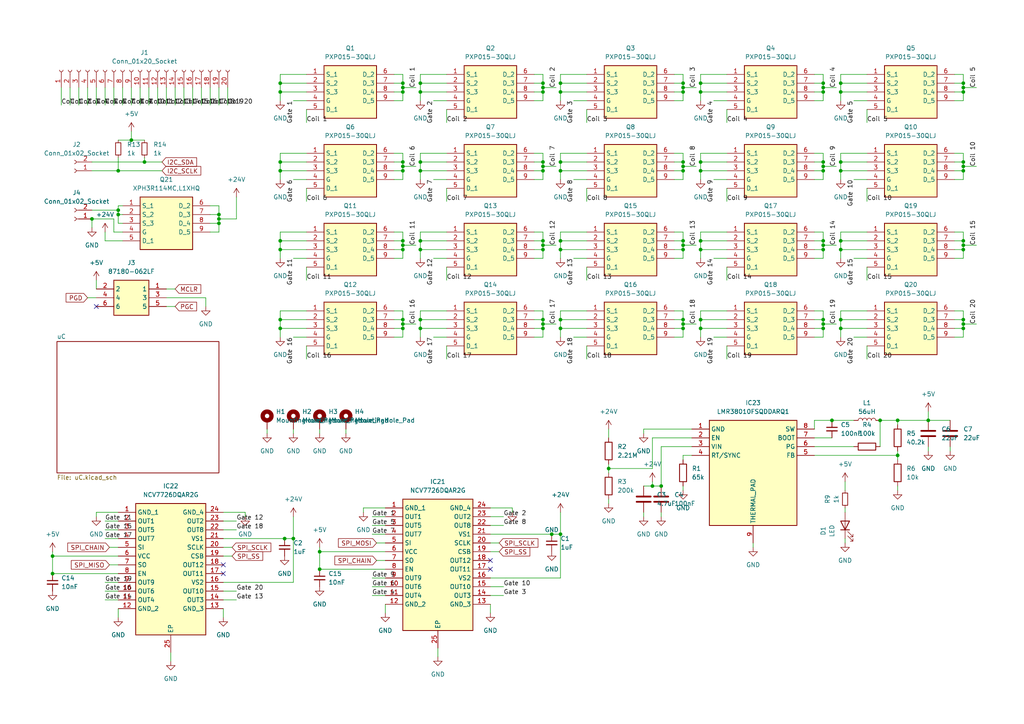
<source format=kicad_sch>
(kicad_sch (version 20230121) (generator eeschema)

  (uuid 20ac3af4-752e-47df-8a3c-a3e484a982d7)

  (paper "A4")

  

  (junction (at 162.56 49.53) (diameter 0) (color 0 0 0 0)
    (uuid 0248a82e-c03f-47cc-abef-90bd41b2b5d7)
  )
  (junction (at 260.35 121.92) (diameter 0) (color 0 0 0 0)
    (uuid 02ccc721-819d-4739-aa54-4979a1b4463a)
  )
  (junction (at 162.56 26.67) (diameter 0) (color 0 0 0 0)
    (uuid 0447376b-3c87-4054-83bb-3740b4ce3a12)
  )
  (junction (at 116.84 93.98) (diameter 0) (color 0 0 0 0)
    (uuid 04a1b62d-6148-422c-9b42-42c0f510a824)
  )
  (junction (at 157.48 92.71) (diameter 0) (color 0 0 0 0)
    (uuid 04ce7ba5-bacb-41c8-99df-d2c6c1bcdb70)
  )
  (junction (at 269.24 121.92) (diameter 0) (color 0 0 0 0)
    (uuid 0594eb80-a4f2-40e9-b5e3-5fe64acfd2a4)
  )
  (junction (at 198.12 92.71) (diameter 0) (color 0 0 0 0)
    (uuid 0639b122-e142-4576-8c08-f5655f5f19ec)
  )
  (junction (at 260.35 132.08) (diameter 0) (color 0 0 0 0)
    (uuid 0f1170df-3b6f-4b98-b1e6-e2c9c468cd60)
  )
  (junction (at 157.48 93.98) (diameter 0) (color 0 0 0 0)
    (uuid 10cc76c3-90b8-4449-a807-e41145b6d099)
  )
  (junction (at 279.4 69.85) (diameter 0) (color 0 0 0 0)
    (uuid 116f9b3d-dcae-46c5-b12f-fadedc34860c)
  )
  (junction (at 203.2 24.13) (diameter 0) (color 0 0 0 0)
    (uuid 117b0994-c764-4886-aa55-bade9327100e)
  )
  (junction (at 203.2 49.53) (diameter 0) (color 0 0 0 0)
    (uuid 1412b5bb-88bd-4d56-bb68-6f719f1596b0)
  )
  (junction (at 121.92 26.67) (diameter 0) (color 0 0 0 0)
    (uuid 1d1e471f-6f62-4ef3-ba3b-0e30afc7b2d8)
  )
  (junction (at 243.84 95.25) (diameter 0) (color 0 0 0 0)
    (uuid 1e253975-78b3-431d-9e0d-a3b0044e7738)
  )
  (junction (at 157.48 46.99) (diameter 0) (color 0 0 0 0)
    (uuid 1e5f2f32-5e77-4140-ab5a-72b483468114)
  )
  (junction (at 15.24 161.29) (diameter 0) (color 0 0 0 0)
    (uuid 21fddcef-c7ff-4f0b-90f6-1aa100f54a6f)
  )
  (junction (at 81.28 46.99) (diameter 0) (color 0 0 0 0)
    (uuid 22ffda87-0250-4377-8288-4cc627713a4b)
  )
  (junction (at 203.2 92.71) (diameter 0) (color 0 0 0 0)
    (uuid 24cad919-bc3a-422a-b910-0fd2ab7840d7)
  )
  (junction (at 241.3 121.92) (diameter 0) (color 0 0 0 0)
    (uuid 254a744b-7d65-4caf-b9a5-2e79ad4a244f)
  )
  (junction (at 255.27 121.92) (diameter 0) (color 0 0 0 0)
    (uuid 27750843-6523-4bed-805a-9fec7c93d025)
  )
  (junction (at 198.12 95.25) (diameter 0) (color 0 0 0 0)
    (uuid 2852f08f-0eee-41fc-bb6a-4f7683b459f9)
  )
  (junction (at 203.2 72.39) (diameter 0) (color 0 0 0 0)
    (uuid 2a75c8fc-c1c2-46df-a5f9-95de816b6738)
  )
  (junction (at 157.48 48.26) (diameter 0) (color 0 0 0 0)
    (uuid 2bb41cb4-83e7-4461-9de9-4f7cf350d3bc)
  )
  (junction (at 238.76 24.13) (diameter 0) (color 0 0 0 0)
    (uuid 2bdd086e-275d-4c55-8a17-0a1ccb0d23fe)
  )
  (junction (at 198.12 26.67) (diameter 0) (color 0 0 0 0)
    (uuid 2e4cabdf-41fd-495e-a8a6-0f799ba81e29)
  )
  (junction (at 34.29 62.23) (diameter 0) (color 0 0 0 0)
    (uuid 2ea72524-9efd-40ad-86e5-99ed91a1f477)
  )
  (junction (at 162.56 46.99) (diameter 0) (color 0 0 0 0)
    (uuid 301de7cd-9667-46ae-b344-35d94dab123f)
  )
  (junction (at 238.76 95.25) (diameter 0) (color 0 0 0 0)
    (uuid 33039f3d-0815-4d5f-a1b0-4a634f70283a)
  )
  (junction (at 116.84 25.4) (diameter 0) (color 0 0 0 0)
    (uuid 3549bbe1-f10c-435a-ba53-774f04efb2d8)
  )
  (junction (at 279.4 49.53) (diameter 0) (color 0 0 0 0)
    (uuid 35dbda42-205c-4ed9-b82a-f238aa1f1383)
  )
  (junction (at 238.76 69.85) (diameter 0) (color 0 0 0 0)
    (uuid 365c0019-8c28-4124-89fa-3a5dcc6dac14)
  )
  (junction (at 81.28 92.71) (diameter 0) (color 0 0 0 0)
    (uuid 367300ce-a356-404d-a87f-46acff521e03)
  )
  (junction (at 63.5 62.23) (diameter 0) (color 0 0 0 0)
    (uuid 3790cc5d-1ac7-43cd-a81a-1fedb2d45b81)
  )
  (junction (at 116.84 46.99) (diameter 0) (color 0 0 0 0)
    (uuid 3dcb14a2-bd3f-48d1-9340-2e9aa4430a8c)
  )
  (junction (at 238.76 26.67) (diameter 0) (color 0 0 0 0)
    (uuid 4109f745-a1e6-4e94-8ce3-8bc15bd87c2c)
  )
  (junction (at 279.4 92.71) (diameter 0) (color 0 0 0 0)
    (uuid 43e0e466-91f3-4db2-87ac-b9f044d0ae1f)
  )
  (junction (at 243.84 26.67) (diameter 0) (color 0 0 0 0)
    (uuid 45d5d689-ad19-4710-9831-63f44ef77f69)
  )
  (junction (at 92.71 160.02) (diameter 0) (color 0 0 0 0)
    (uuid 45de1102-577a-4ba0-87c7-a5219371e717)
  )
  (junction (at 121.92 69.85) (diameter 0) (color 0 0 0 0)
    (uuid 4797c0d0-3b86-42ea-96b1-d9f23cf2d2f8)
  )
  (junction (at 121.92 95.25) (diameter 0) (color 0 0 0 0)
    (uuid 47a3b3a8-246f-49d1-b8ba-9d3d7256a33c)
  )
  (junction (at 243.84 72.39) (diameter 0) (color 0 0 0 0)
    (uuid 57ad018c-afa3-4c21-8ccd-6ac1129e9b82)
  )
  (junction (at 116.84 26.67) (diameter 0) (color 0 0 0 0)
    (uuid 5f467c3f-120f-4b3b-82aa-705ec0607f99)
  )
  (junction (at 157.48 71.12) (diameter 0) (color 0 0 0 0)
    (uuid 607b0814-e167-45e8-baeb-1b4fe6b073a6)
  )
  (junction (at 176.53 135.89) (diameter 0) (color 0 0 0 0)
    (uuid 614f1e4f-9dbb-47f7-85fa-4a9e4c1ecfc1)
  )
  (junction (at 243.84 49.53) (diameter 0) (color 0 0 0 0)
    (uuid 673b0af3-7885-448a-b0af-45ea6846a5f6)
  )
  (junction (at 121.92 49.53) (diameter 0) (color 0 0 0 0)
    (uuid 6841f3c1-48a3-432b-8f3b-1f2b0636def0)
  )
  (junction (at 238.76 71.12) (diameter 0) (color 0 0 0 0)
    (uuid 68a637ee-9d6c-4176-87d9-f39b6c653848)
  )
  (junction (at 82.55 156.21) (diameter 0) (color 0 0 0 0)
    (uuid 68fece49-65b5-4a12-8948-b1daf2f35e75)
  )
  (junction (at 162.56 95.25) (diameter 0) (color 0 0 0 0)
    (uuid 701dbff1-7be1-4201-b05f-a88820c1476d)
  )
  (junction (at 63.5 64.77) (diameter 0) (color 0 0 0 0)
    (uuid 76ac22c4-c664-4d6b-8d10-c206bfa143c4)
  )
  (junction (at 198.12 71.12) (diameter 0) (color 0 0 0 0)
    (uuid 795e22b5-ad82-4e5c-a613-75a94f9baca0)
  )
  (junction (at 238.76 46.99) (diameter 0) (color 0 0 0 0)
    (uuid 7a534530-705a-4e21-adf5-32906f0b8253)
  )
  (junction (at 81.28 69.85) (diameter 0) (color 0 0 0 0)
    (uuid 7aa52260-841e-4c50-b975-b58f14f73453)
  )
  (junction (at 198.12 46.99) (diameter 0) (color 0 0 0 0)
    (uuid 7f7b4135-c111-4415-8bb4-3e1604d2a83b)
  )
  (junction (at 279.4 26.67) (diameter 0) (color 0 0 0 0)
    (uuid 80c655b9-658f-4de3-ad5c-6f5d98e61dc7)
  )
  (junction (at 279.4 48.26) (diameter 0) (color 0 0 0 0)
    (uuid 82b66a7e-c32a-4bfe-9f1f-22b2a41fcf5c)
  )
  (junction (at 162.56 24.13) (diameter 0) (color 0 0 0 0)
    (uuid 832d2a7d-8470-41ad-aae5-698b1859d92b)
  )
  (junction (at 203.2 26.67) (diameter 0) (color 0 0 0 0)
    (uuid 83967395-8223-448c-871d-dd537c1bd1fd)
  )
  (junction (at 34.29 60.96) (diameter 0) (color 0 0 0 0)
    (uuid 8ad92dbb-f92f-4be6-b73f-453f8f903fcd)
  )
  (junction (at 243.84 69.85) (diameter 0) (color 0 0 0 0)
    (uuid 8c6c1f97-0305-44ed-ac05-0bbaa668e542)
  )
  (junction (at 198.12 48.26) (diameter 0) (color 0 0 0 0)
    (uuid 8ce4455b-954f-483f-bb90-cc7e19aafa4b)
  )
  (junction (at 243.84 46.99) (diameter 0) (color 0 0 0 0)
    (uuid 8fab4996-fc98-41cf-8423-0abdf6ad3e76)
  )
  (junction (at 116.84 71.12) (diameter 0) (color 0 0 0 0)
    (uuid 904eaba8-35f9-48d0-9518-bf86719f303d)
  )
  (junction (at 279.4 71.12) (diameter 0) (color 0 0 0 0)
    (uuid 91c3c43a-78ac-4c97-ba11-25facaeeeb8e)
  )
  (junction (at 238.76 48.26) (diameter 0) (color 0 0 0 0)
    (uuid 92d5e5bd-c2db-43bb-8bb8-760f5f2a454f)
  )
  (junction (at 121.92 92.71) (diameter 0) (color 0 0 0 0)
    (uuid 9400aa3b-3d66-440a-8e4c-61dc8ccbd325)
  )
  (junction (at 203.2 46.99) (diameter 0) (color 0 0 0 0)
    (uuid 94e9f01c-81bb-4b54-b64c-9902aeff1b26)
  )
  (junction (at 279.4 25.4) (diameter 0) (color 0 0 0 0)
    (uuid 9585375b-3ecc-4269-8de7-ce103f345c9c)
  )
  (junction (at 81.28 24.13) (diameter 0) (color 0 0 0 0)
    (uuid 98a2d20c-a431-4c96-b9e8-f85151a3cd5b)
  )
  (junction (at 160.02 154.94) (diameter 0) (color 0 0 0 0)
    (uuid 9bd51dee-7eb7-40b3-98ca-c88ce2ca98c5)
  )
  (junction (at 238.76 93.98) (diameter 0) (color 0 0 0 0)
    (uuid 9c9ca38e-57a8-401f-9441-25d0fcbcee52)
  )
  (junction (at 198.12 69.85) (diameter 0) (color 0 0 0 0)
    (uuid 9fbf4590-b514-4b6e-a11a-72ff3d2ff210)
  )
  (junction (at 41.91 46.99) (diameter 0) (color 0 0 0 0)
    (uuid a0a502e8-e33b-49b9-9a0a-34dae7282f37)
  )
  (junction (at 238.76 49.53) (diameter 0) (color 0 0 0 0)
    (uuid a41c51e1-0d56-4d00-8b5b-d290b057df84)
  )
  (junction (at 81.28 26.67) (diameter 0) (color 0 0 0 0)
    (uuid a50f14ca-6486-446f-8b65-57143d62fa7a)
  )
  (junction (at 162.56 69.85) (diameter 0) (color 0 0 0 0)
    (uuid a6244b55-04ed-465b-8bdf-16c2e2e8f6a1)
  )
  (junction (at 198.12 49.53) (diameter 0) (color 0 0 0 0)
    (uuid a6257257-a782-42cb-8c2a-19baad19e053)
  )
  (junction (at 15.24 166.37) (diameter 0) (color 0 0 0 0)
    (uuid a7405924-01cb-4ca9-8d2f-f4ee20b589bf)
  )
  (junction (at 116.84 72.39) (diameter 0) (color 0 0 0 0)
    (uuid a7f0274e-1ca9-4647-9f6a-6b0c181c2360)
  )
  (junction (at 162.56 92.71) (diameter 0) (color 0 0 0 0)
    (uuid a81651ca-dd34-4e9c-93b2-938027e54e6d)
  )
  (junction (at 121.92 72.39) (diameter 0) (color 0 0 0 0)
    (uuid a8ca4251-21ed-4222-8f08-258e3bdf9ae5)
  )
  (junction (at 116.84 95.25) (diameter 0) (color 0 0 0 0)
    (uuid a914e033-e432-48ef-9701-1adb7f95d53f)
  )
  (junction (at 189.23 140.97) (diameter 0) (color 0 0 0 0)
    (uuid ac2b7f57-5dff-456f-8daf-a5720ada83c4)
  )
  (junction (at 198.12 93.98) (diameter 0) (color 0 0 0 0)
    (uuid ae243f91-8605-49ce-b42c-97c81a4c7ced)
  )
  (junction (at 157.48 95.25) (diameter 0) (color 0 0 0 0)
    (uuid af299215-57a5-4996-bd19-bbb6b8bc75ba)
  )
  (junction (at 157.48 69.85) (diameter 0) (color 0 0 0 0)
    (uuid b312b163-7a53-4fd9-beba-2e7dd2edda59)
  )
  (junction (at 157.48 24.13) (diameter 0) (color 0 0 0 0)
    (uuid b388ad88-f052-40fc-bb7b-7bc14f978862)
  )
  (junction (at 157.48 26.67) (diameter 0) (color 0 0 0 0)
    (uuid b742133c-7770-45d4-8124-77dcd992ff36)
  )
  (junction (at 121.92 46.99) (diameter 0) (color 0 0 0 0)
    (uuid b987b04a-d432-426c-abab-3b74684bf163)
  )
  (junction (at 116.84 69.85) (diameter 0) (color 0 0 0 0)
    (uuid b9a1a580-de4f-4731-b306-435f1135697c)
  )
  (junction (at 203.2 69.85) (diameter 0) (color 0 0 0 0)
    (uuid bb1b9e1f-f8af-45c1-bb4a-f424c29e84a0)
  )
  (junction (at 279.4 24.13) (diameter 0) (color 0 0 0 0)
    (uuid bcb096d5-ccdb-4a84-8170-27906ff54198)
  )
  (junction (at 38.1 40.64) (diameter 0) (color 0 0 0 0)
    (uuid be77f766-6b45-41af-94b3-6c3250896daa)
  )
  (junction (at 121.92 24.13) (diameter 0) (color 0 0 0 0)
    (uuid c0ecf8dc-13b5-4b85-b9d1-8e7545b23498)
  )
  (junction (at 162.56 154.94) (diameter 0) (color 0 0 0 0)
    (uuid c11abce9-ae51-4cd5-ac9d-b14817a6d4ad)
  )
  (junction (at 238.76 25.4) (diameter 0) (color 0 0 0 0)
    (uuid c2bad9f1-9756-4a34-b5db-e03c85d2c8ef)
  )
  (junction (at 203.2 95.25) (diameter 0) (color 0 0 0 0)
    (uuid c33b495d-9fee-4919-a6ba-58ad1f64cb29)
  )
  (junction (at 157.48 72.39) (diameter 0) (color 0 0 0 0)
    (uuid c7617cd3-ba74-4f3c-a57b-1870ca7c619c)
  )
  (junction (at 81.28 49.53) (diameter 0) (color 0 0 0 0)
    (uuid c7c74491-733d-4f1e-b204-270f4a64093b)
  )
  (junction (at 198.12 24.13) (diameter 0) (color 0 0 0 0)
    (uuid c7fea58c-ea7f-4f10-b34a-66fdb9c32285)
  )
  (junction (at 279.4 72.39) (diameter 0) (color 0 0 0 0)
    (uuid cb24a1a8-2f6f-4bf1-b595-611cee12e203)
  )
  (junction (at 81.28 72.39) (diameter 0) (color 0 0 0 0)
    (uuid d0fc67de-dacf-4fd4-b965-b027b377d412)
  )
  (junction (at 243.84 92.71) (diameter 0) (color 0 0 0 0)
    (uuid d3225a3e-db4a-4fe3-9416-301ba7589a3f)
  )
  (junction (at 34.29 49.53) (diameter 0) (color 0 0 0 0)
    (uuid d447b331-2425-4659-a733-65987a9f962c)
  )
  (junction (at 26.67 63.5) (diameter 0) (color 0 0 0 0)
    (uuid d53cf44f-c82d-4a48-9154-9a37b6974fe1)
  )
  (junction (at 238.76 92.71) (diameter 0) (color 0 0 0 0)
    (uuid dd493df3-23b5-40ea-ac89-f766366f0ecc)
  )
  (junction (at 162.56 72.39) (diameter 0) (color 0 0 0 0)
    (uuid df64d4d8-ef60-46b2-b000-5af243283770)
  )
  (junction (at 279.4 46.99) (diameter 0) (color 0 0 0 0)
    (uuid e27f8cc2-058a-48f4-b19c-1701eb17c42d)
  )
  (junction (at 81.28 95.25) (diameter 0) (color 0 0 0 0)
    (uuid e4804d94-9af3-4d4b-a9b4-0317d47014ea)
  )
  (junction (at 116.84 24.13) (diameter 0) (color 0 0 0 0)
    (uuid e72b1c09-7cd6-4ad8-b3d1-ffd714b63db8)
  )
  (junction (at 238.76 72.39) (diameter 0) (color 0 0 0 0)
    (uuid e7a23a6f-d392-4d6e-a1b8-9c21c47868c9)
  )
  (junction (at 243.84 24.13) (diameter 0) (color 0 0 0 0)
    (uuid e8b1403f-3f34-47c3-959e-952b1aca2032)
  )
  (junction (at 63.5 63.5) (diameter 0) (color 0 0 0 0)
    (uuid e8f4292f-b3d6-43eb-abc1-d332a00e91f1)
  )
  (junction (at 92.71 165.1) (diameter 0) (color 0 0 0 0)
    (uuid e9658e45-c5ea-4ab2-9c2f-a8432794bebf)
  )
  (junction (at 191.77 140.97) (diameter 0) (color 0 0 0 0)
    (uuid e99df581-e2f0-416d-b69c-bb44d8c85d82)
  )
  (junction (at 157.48 49.53) (diameter 0) (color 0 0 0 0)
    (uuid ef4aeb5a-0f15-4f09-98f5-c87299ae013b)
  )
  (junction (at 85.09 156.21) (diameter 0) (color 0 0 0 0)
    (uuid ef80f7ce-ef57-444b-adf3-10fca6f4630b)
  )
  (junction (at 116.84 92.71) (diameter 0) (color 0 0 0 0)
    (uuid f0e71f8c-ab61-4737-9f3a-065c7f67322f)
  )
  (junction (at 157.48 25.4) (diameter 0) (color 0 0 0 0)
    (uuid f194d156-c803-42b6-a8b7-86384c68fa26)
  )
  (junction (at 198.12 25.4) (diameter 0) (color 0 0 0 0)
    (uuid f767f587-8e8a-4dc5-a048-fd55447b6551)
  )
  (junction (at 116.84 48.26) (diameter 0) (color 0 0 0 0)
    (uuid f85954cb-c185-46c7-a974-18a89dbd826c)
  )
  (junction (at 116.84 49.53) (diameter 0) (color 0 0 0 0)
    (uuid f8dba84a-34dd-47ac-9184-b958997c03b3)
  )
  (junction (at 198.12 72.39) (diameter 0) (color 0 0 0 0)
    (uuid fafb11f4-e98e-4d17-b4b1-6d9d02591f44)
  )
  (junction (at 279.4 95.25) (diameter 0) (color 0 0 0 0)
    (uuid ffa1e230-dce1-47c7-91fe-ef28db163437)
  )
  (junction (at 279.4 93.98) (diameter 0) (color 0 0 0 0)
    (uuid ffcceadf-f9c1-4eea-a127-3a827d682769)
  )

  (no_connect (at 142.24 165.1) (uuid 0f71f387-5ee8-4d08-8306-30cd0a058e5c))
  (no_connect (at 64.77 166.37) (uuid 5dd0bc4e-5745-40f7-9a35-5e198b8ad2a7))
  (no_connect (at 64.77 163.83) (uuid 76ad5360-8adc-4893-9a74-d1f950955c3f))
  (no_connect (at 142.24 162.56) (uuid 8bd45596-52e0-4492-b1f7-5514f5b1b429))
  (no_connect (at 27.94 88.9) (uuid 9d4e5677-b05e-4ca6-858f-6a43ae60df5e))

  (wire (pts (xy 64.77 168.91) (xy 85.09 168.91))
    (stroke (width 0) (type default))
    (uuid 00482a3d-ad75-4891-8453-e1fc391c0010)
  )
  (wire (pts (xy 162.56 95.25) (xy 162.56 97.79))
    (stroke (width 0) (type default))
    (uuid 0072b908-b633-401d-b2bc-3c7ea19b75e8)
  )
  (wire (pts (xy 251.46 29.21) (xy 247.65 29.21))
    (stroke (width 0) (type default))
    (uuid 01da2760-10f3-4851-80a0-9576ea146b14)
  )
  (wire (pts (xy 198.12 90.17) (xy 198.12 92.71))
    (stroke (width 0) (type default))
    (uuid 02fb1d88-6ca5-440f-8e46-2096426be766)
  )
  (wire (pts (xy 15.24 161.29) (xy 15.24 166.37))
    (stroke (width 0) (type default))
    (uuid 03233e77-f89b-4454-af78-219cad552c86)
  )
  (wire (pts (xy 121.92 21.59) (xy 129.54 21.59))
    (stroke (width 0) (type default))
    (uuid 03236f07-b356-4879-a7b9-6842f720eb4d)
  )
  (wire (pts (xy 162.56 67.31) (xy 170.18 67.31))
    (stroke (width 0) (type default))
    (uuid 0469b161-053c-466c-be6d-ee4eb93d80ca)
  )
  (wire (pts (xy 279.4 67.31) (xy 279.4 69.85))
    (stroke (width 0) (type default))
    (uuid 04f3eb08-80d5-4597-a9c3-613dedeb15d8)
  )
  (wire (pts (xy 245.11 148.59) (xy 245.11 147.32))
    (stroke (width 0) (type default))
    (uuid 0510aef4-2ed1-4974-bfb7-f7609018d8b4)
  )
  (wire (pts (xy 81.28 26.67) (xy 88.9 26.67))
    (stroke (width 0) (type default))
    (uuid 05669087-364b-43d4-ba77-d9d8e6a9ef17)
  )
  (wire (pts (xy 157.48 25.4) (xy 157.48 26.67))
    (stroke (width 0) (type default))
    (uuid 05ad862c-06ce-44da-a8df-0c267b6e08b4)
  )
  (wire (pts (xy 170.18 74.93) (xy 166.37 74.93))
    (stroke (width 0) (type default))
    (uuid 05c92512-5480-4d99-a445-ff83f4a45ffa)
  )
  (wire (pts (xy 203.2 67.31) (xy 203.2 69.85))
    (stroke (width 0) (type default))
    (uuid 06847b4d-66d2-4306-a8b5-cc665632ef7c)
  )
  (wire (pts (xy 64.77 153.67) (xy 68.58 153.67))
    (stroke (width 0) (type default))
    (uuid 06fc2b1a-ecc8-4c1d-9077-a4a1b73066d4)
  )
  (wire (pts (xy 279.4 24.13) (xy 279.4 25.4))
    (stroke (width 0) (type default))
    (uuid 072e5bf6-7815-43a8-a1f8-55a4ffa9f317)
  )
  (wire (pts (xy 64.77 173.99) (xy 68.58 173.99))
    (stroke (width 0) (type default))
    (uuid 07b377a4-c999-4404-acb5-61f890d5f89b)
  )
  (wire (pts (xy 260.35 130.81) (xy 260.35 132.08))
    (stroke (width 0) (type default))
    (uuid 0872e249-a18b-473d-b998-c12c9cd3a1ce)
  )
  (wire (pts (xy 203.2 24.13) (xy 210.82 24.13))
    (stroke (width 0) (type default))
    (uuid 08e6f494-1f64-4ed2-a70b-c03aca5881a7)
  )
  (wire (pts (xy 198.12 95.25) (xy 198.12 97.79))
    (stroke (width 0) (type default))
    (uuid 09f048ab-7510-4097-948b-28651e1763fc)
  )
  (wire (pts (xy 40.64 25.4) (xy 40.64 30.48))
    (stroke (width 0) (type default))
    (uuid 0a4fac0a-2734-496e-9f19-bc625c21b34a)
  )
  (wire (pts (xy 238.76 92.71) (xy 238.76 93.98))
    (stroke (width 0) (type default))
    (uuid 0a8d62fe-8439-46e0-8cc7-c8cbaf017b35)
  )
  (wire (pts (xy 236.22 44.45) (xy 238.76 44.45))
    (stroke (width 0) (type default))
    (uuid 0aa9ea7a-9600-47cc-a345-aa0e75d8c1b4)
  )
  (wire (pts (xy 279.4 25.4) (xy 279.4 26.67))
    (stroke (width 0) (type default))
    (uuid 0b3edaba-df2c-43f5-966d-cc6045da71bf)
  )
  (wire (pts (xy 114.3 44.45) (xy 116.84 44.45))
    (stroke (width 0) (type default))
    (uuid 0b70aba9-7bff-4ef1-adfe-779f03f29bb9)
  )
  (wire (pts (xy 81.28 90.17) (xy 81.28 92.71))
    (stroke (width 0) (type default))
    (uuid 0b71067b-fc51-4842-80ff-6940504ebc3d)
  )
  (wire (pts (xy 154.94 69.85) (xy 157.48 69.85))
    (stroke (width 0) (type default))
    (uuid 0ba7ffcc-5e58-4043-bdac-fc9cdb4922d0)
  )
  (wire (pts (xy 189.23 127) (xy 189.23 135.89))
    (stroke (width 0) (type default))
    (uuid 0bb42792-488f-4cdb-bedd-c3573bdcde89)
  )
  (wire (pts (xy 203.2 21.59) (xy 210.82 21.59))
    (stroke (width 0) (type default))
    (uuid 0cabb289-fa00-4521-8960-0512163d5b0c)
  )
  (wire (pts (xy 157.48 95.25) (xy 157.48 97.79))
    (stroke (width 0) (type default))
    (uuid 0ce47aee-d173-41a1-83d4-fd32d63cae58)
  )
  (wire (pts (xy 92.71 160.02) (xy 111.76 160.02))
    (stroke (width 0) (type default))
    (uuid 0e323218-1e87-44b1-97eb-a2259581e4f7)
  )
  (wire (pts (xy 34.29 60.96) (xy 34.29 62.23))
    (stroke (width 0) (type default))
    (uuid 0ebb862c-eadb-4c6d-a00f-2307eea6a13c)
  )
  (wire (pts (xy 157.48 49.53) (xy 157.48 52.07))
    (stroke (width 0) (type default))
    (uuid 0f53bd1f-b499-4070-a988-0750b6455768)
  )
  (wire (pts (xy 189.23 139.7) (xy 189.23 140.97))
    (stroke (width 0) (type default))
    (uuid 0f8bb768-723e-4c69-a97c-d98a04516646)
  )
  (wire (pts (xy 30.48 171.45) (xy 34.29 171.45))
    (stroke (width 0) (type default))
    (uuid 0faed0f1-3ddb-4fc9-80a1-74b46995b7b1)
  )
  (wire (pts (xy 142.24 149.86) (xy 146.05 149.86))
    (stroke (width 0) (type default))
    (uuid 10b91ed3-5cc5-49c3-b23d-c3ca412e2588)
  )
  (wire (pts (xy 276.86 67.31) (xy 279.4 67.31))
    (stroke (width 0) (type default))
    (uuid 10c096e8-38a2-4f54-b2af-4fab06fe4662)
  )
  (wire (pts (xy 210.82 100.33) (xy 210.82 104.14))
    (stroke (width 0) (type default))
    (uuid 10e0c106-a7d9-4ff4-9d34-06ce106fa2d6)
  )
  (wire (pts (xy 276.86 69.85) (xy 279.4 69.85))
    (stroke (width 0) (type default))
    (uuid 11388ebe-31cb-441f-9a03-bb45a51cbdde)
  )
  (wire (pts (xy 198.12 93.98) (xy 201.93 93.98))
    (stroke (width 0) (type default))
    (uuid 11c49789-1327-499f-bbce-1cb5717ec58a)
  )
  (wire (pts (xy 238.76 21.59) (xy 238.76 24.13))
    (stroke (width 0) (type default))
    (uuid 11dc0dfd-bf0e-4818-82a7-b6b1423ddfb2)
  )
  (wire (pts (xy 251.46 52.07) (xy 247.65 52.07))
    (stroke (width 0) (type default))
    (uuid 135497a1-6cbd-42fc-8e05-fbebb329f9ee)
  )
  (wire (pts (xy 109.22 162.56) (xy 111.76 162.56))
    (stroke (width 0) (type default))
    (uuid 14084061-4722-4d92-aa94-41ba91b603af)
  )
  (wire (pts (xy 60.96 64.77) (xy 63.5 64.77))
    (stroke (width 0) (type default))
    (uuid 14c072ea-c8f7-44bd-a2e7-1ede2a45d4c6)
  )
  (wire (pts (xy 17.78 25.4) (xy 17.78 30.48))
    (stroke (width 0) (type default))
    (uuid 1546054e-f7cf-4cd0-a363-baa18cd9e23f)
  )
  (wire (pts (xy 107.95 167.64) (xy 111.76 167.64))
    (stroke (width 0) (type default))
    (uuid 1662326f-a059-4b93-8dba-29f7fd9f3010)
  )
  (wire (pts (xy 121.92 21.59) (xy 121.92 24.13))
    (stroke (width 0) (type default))
    (uuid 17a311a9-63f5-414b-86ff-46e373177f5a)
  )
  (wire (pts (xy 276.86 26.67) (xy 279.4 26.67))
    (stroke (width 0) (type default))
    (uuid 189cbc18-8402-4483-b237-5554ee31547f)
  )
  (wire (pts (xy 109.22 157.48) (xy 111.76 157.48))
    (stroke (width 0) (type default))
    (uuid 19234847-37d5-4552-9701-50270db478c9)
  )
  (wire (pts (xy 157.48 67.31) (xy 157.48 69.85))
    (stroke (width 0) (type default))
    (uuid 199b945a-7945-47cd-b982-e4ca954d7145)
  )
  (wire (pts (xy 198.12 48.26) (xy 198.12 49.53))
    (stroke (width 0) (type default))
    (uuid 1a9eba9a-c166-4ce8-9478-1cce37f440ef)
  )
  (wire (pts (xy 129.54 74.93) (xy 125.73 74.93))
    (stroke (width 0) (type default))
    (uuid 1ae7ad8f-6f95-490a-98cc-380515666d84)
  )
  (wire (pts (xy 157.48 25.4) (xy 161.29 25.4))
    (stroke (width 0) (type default))
    (uuid 1b615ca4-fb29-43ae-8d89-c389fd9345b4)
  )
  (wire (pts (xy 195.58 74.93) (xy 198.12 74.93))
    (stroke (width 0) (type default))
    (uuid 1bf2d950-b969-4f5d-8081-e43a524e133f)
  )
  (wire (pts (xy 170.18 52.07) (xy 166.37 52.07))
    (stroke (width 0) (type default))
    (uuid 1c3a6314-f36b-48a3-a865-b0d0bdb4a4bc)
  )
  (wire (pts (xy 154.94 26.67) (xy 157.48 26.67))
    (stroke (width 0) (type default))
    (uuid 1c7fe5ab-98fd-452b-bc3e-3ea1bda19c66)
  )
  (wire (pts (xy 241.3 121.92) (xy 247.65 121.92))
    (stroke (width 0) (type default))
    (uuid 1c938805-940f-47d6-b17a-0d1a5947989b)
  )
  (wire (pts (xy 81.28 21.59) (xy 81.28 24.13))
    (stroke (width 0) (type default))
    (uuid 1da55556-a88d-40e7-abbe-e2c54094ec12)
  )
  (wire (pts (xy 121.92 92.71) (xy 129.54 92.71))
    (stroke (width 0) (type default))
    (uuid 1dff6e20-8c1e-468c-9979-fdb41b0bd932)
  )
  (wire (pts (xy 22.86 25.4) (xy 22.86 30.48))
    (stroke (width 0) (type default))
    (uuid 1e9cf6c5-b6bc-4226-96fe-dc4ca0c10f77)
  )
  (wire (pts (xy 186.69 124.46) (xy 200.66 124.46))
    (stroke (width 0) (type default))
    (uuid 1ed2a31d-76e7-4303-b729-ad2a6824de64)
  )
  (wire (pts (xy 77.47 124.46) (xy 77.47 125.73))
    (stroke (width 0) (type default))
    (uuid 1f64c6dc-6526-425e-817b-dd9a3c503fd0)
  )
  (wire (pts (xy 142.24 170.18) (xy 146.05 170.18))
    (stroke (width 0) (type default))
    (uuid 1fb87e60-64b0-470f-8eea-4813b4182717)
  )
  (wire (pts (xy 71.12 148.59) (xy 71.12 149.86))
    (stroke (width 0) (type default))
    (uuid 1fd8b29f-d5a6-466e-bba3-3bbdb0310274)
  )
  (wire (pts (xy 50.8 25.4) (xy 50.8 30.48))
    (stroke (width 0) (type default))
    (uuid 203fd056-61bd-4254-a371-1c6bcb43bbb4)
  )
  (wire (pts (xy 162.56 26.67) (xy 162.56 29.21))
    (stroke (width 0) (type default))
    (uuid 20a5da8d-8657-4d58-8c7d-ecf5dde434f7)
  )
  (wire (pts (xy 162.56 92.71) (xy 170.18 92.71))
    (stroke (width 0) (type default))
    (uuid 21a53a7b-7b64-4959-b18e-d2146b4d8643)
  )
  (wire (pts (xy 60.96 67.31) (xy 63.5 67.31))
    (stroke (width 0) (type default))
    (uuid 21f4f34c-ab73-4536-a5c7-767bf14a98b6)
  )
  (wire (pts (xy 203.2 72.39) (xy 210.82 72.39))
    (stroke (width 0) (type default))
    (uuid 22119b34-c3b1-48e3-a202-d5782d2f20e6)
  )
  (wire (pts (xy 243.84 26.67) (xy 243.84 29.21))
    (stroke (width 0) (type default))
    (uuid 222f43d7-ca35-40c9-aec1-adac7e5e65dd)
  )
  (wire (pts (xy 279.4 48.26) (xy 283.21 48.26))
    (stroke (width 0) (type default))
    (uuid 23289c6c-ab90-4b7e-b768-5dd26828d13e)
  )
  (wire (pts (xy 238.76 69.85) (xy 238.76 71.12))
    (stroke (width 0) (type default))
    (uuid 235f5fa2-dc0f-44e8-8791-f6350b586a4d)
  )
  (wire (pts (xy 15.24 161.29) (xy 34.29 161.29))
    (stroke (width 0) (type default))
    (uuid 24a9ef59-7d12-42c1-ba8e-0aa79f2effb7)
  )
  (wire (pts (xy 154.94 21.59) (xy 157.48 21.59))
    (stroke (width 0) (type default))
    (uuid 257cc396-70b6-40fa-958b-27ab971a9705)
  )
  (wire (pts (xy 186.69 148.59) (xy 186.69 149.86))
    (stroke (width 0) (type default))
    (uuid 25b3ab5f-ee7b-4b96-b240-4fe32b5781be)
  )
  (wire (pts (xy 81.28 95.25) (xy 81.28 97.79))
    (stroke (width 0) (type default))
    (uuid 25ee8a9f-5f22-414b-bc7f-a3e7357cb22b)
  )
  (wire (pts (xy 116.84 48.26) (xy 116.84 49.53))
    (stroke (width 0) (type default))
    (uuid 26449a49-5242-47a1-b1e2-30bd7da3905f)
  )
  (wire (pts (xy 176.53 134.62) (xy 176.53 135.89))
    (stroke (width 0) (type default))
    (uuid 268444be-b9b9-4664-bcc6-7efadfb3348a)
  )
  (wire (pts (xy 243.84 49.53) (xy 243.84 52.07))
    (stroke (width 0) (type default))
    (uuid 26c9407f-10d4-483e-b3fd-b490e795aa73)
  )
  (wire (pts (xy 116.84 95.25) (xy 116.84 97.79))
    (stroke (width 0) (type default))
    (uuid 26cb885c-5dff-4038-9e92-3773549dd259)
  )
  (wire (pts (xy 243.84 72.39) (xy 243.84 74.93))
    (stroke (width 0) (type default))
    (uuid 26ff0ba0-7d1e-405e-b04a-fdf11bda1387)
  )
  (wire (pts (xy 162.56 21.59) (xy 162.56 24.13))
    (stroke (width 0) (type default))
    (uuid 2754127a-fab7-4766-b095-c5abe444f32f)
  )
  (wire (pts (xy 82.55 156.21) (xy 85.09 156.21))
    (stroke (width 0) (type default))
    (uuid 275c93e4-45bd-4f94-b0fb-71b21f2f0535)
  )
  (wire (pts (xy 116.84 46.99) (xy 116.84 48.26))
    (stroke (width 0) (type default))
    (uuid 27823303-45cd-44df-afb7-e78cf51cafed)
  )
  (wire (pts (xy 279.4 21.59) (xy 279.4 24.13))
    (stroke (width 0) (type default))
    (uuid 27936b1f-fdf2-4063-9ec9-cd5b4dea26b7)
  )
  (wire (pts (xy 111.76 175.26) (xy 111.76 177.8))
    (stroke (width 0) (type default))
    (uuid 285251e3-b494-4094-85e5-beb763aa3386)
  )
  (wire (pts (xy 114.3 97.79) (xy 116.84 97.79))
    (stroke (width 0) (type default))
    (uuid 289529ce-336c-4194-add6-daed26bb19e2)
  )
  (wire (pts (xy 114.3 26.67) (xy 116.84 26.67))
    (stroke (width 0) (type default))
    (uuid 28fc9c7d-9bee-4082-82b9-9685a5be771a)
  )
  (wire (pts (xy 116.84 24.13) (xy 116.84 25.4))
    (stroke (width 0) (type default))
    (uuid 2923129f-6fcf-4c96-9d54-5193c1577ff3)
  )
  (wire (pts (xy 148.59 147.32) (xy 148.59 148.59))
    (stroke (width 0) (type default))
    (uuid 297c61a7-f567-4be9-ac20-7145e930d6f6)
  )
  (wire (pts (xy 48.26 25.4) (xy 48.26 30.48))
    (stroke (width 0) (type default))
    (uuid 2a112aa8-b308-4e45-90bf-4074fb40535e)
  )
  (wire (pts (xy 107.95 149.86) (xy 111.76 149.86))
    (stroke (width 0) (type default))
    (uuid 2b0e34c8-3a29-4873-8b6c-2cf4e4a09959)
  )
  (wire (pts (xy 121.92 72.39) (xy 121.92 74.93))
    (stroke (width 0) (type default))
    (uuid 2b9eb3d4-35d7-4a1f-844e-3bd787f56b9d)
  )
  (wire (pts (xy 195.58 49.53) (xy 198.12 49.53))
    (stroke (width 0) (type default))
    (uuid 2c93c349-08bd-4a89-8f7b-cc3af9910a0b)
  )
  (wire (pts (xy 162.56 44.45) (xy 162.56 46.99))
    (stroke (width 0) (type default))
    (uuid 2caf62ef-f60d-4bbf-8a65-d1692ec7bd61)
  )
  (wire (pts (xy 238.76 49.53) (xy 238.76 52.07))
    (stroke (width 0) (type default))
    (uuid 2cfd92dd-f1d4-49eb-b78b-9216ceb8b6a6)
  )
  (wire (pts (xy 157.48 26.67) (xy 157.48 29.21))
    (stroke (width 0) (type default))
    (uuid 2d2519cd-01c2-4d23-a9e8-c5c77c452047)
  )
  (wire (pts (xy 195.58 95.25) (xy 198.12 95.25))
    (stroke (width 0) (type default))
    (uuid 2d927ffe-dae6-4215-a3fd-89078b359305)
  )
  (wire (pts (xy 243.84 26.67) (xy 251.46 26.67))
    (stroke (width 0) (type default))
    (uuid 2ec10677-16c7-4862-8960-13f54d8d7056)
  )
  (wire (pts (xy 116.84 71.12) (xy 116.84 72.39))
    (stroke (width 0) (type default))
    (uuid 2f169a92-69e0-48aa-b904-4e273837f256)
  )
  (wire (pts (xy 198.12 92.71) (xy 198.12 93.98))
    (stroke (width 0) (type default))
    (uuid 30a08157-87fc-4fdc-aa40-9c51c1a57da0)
  )
  (wire (pts (xy 33.02 67.31) (xy 35.56 67.31))
    (stroke (width 0) (type default))
    (uuid 30e42300-0fcc-4880-9f2f-991f22fa2ae2)
  )
  (wire (pts (xy 116.84 92.71) (xy 116.84 93.98))
    (stroke (width 0) (type default))
    (uuid 31ea2a3d-e9d9-4f9e-97d3-9b38e5c2fb82)
  )
  (wire (pts (xy 35.56 25.4) (xy 35.56 30.48))
    (stroke (width 0) (type default))
    (uuid 321c6796-43b3-4cc4-9a45-b71e66d050d6)
  )
  (wire (pts (xy 68.58 57.15) (xy 68.58 63.5))
    (stroke (width 0) (type default))
    (uuid 32300505-fd66-429c-9189-508597eac145)
  )
  (wire (pts (xy 81.28 67.31) (xy 88.9 67.31))
    (stroke (width 0) (type default))
    (uuid 3238e98f-9b07-475d-9f35-6eb472a5090c)
  )
  (wire (pts (xy 238.76 93.98) (xy 242.57 93.98))
    (stroke (width 0) (type default))
    (uuid 3284f74d-ee52-45cf-ab2b-4192cf050583)
  )
  (wire (pts (xy 30.48 69.85) (xy 35.56 69.85))
    (stroke (width 0) (type default))
    (uuid 32f96361-5b63-488b-8337-0b8e6a20eccf)
  )
  (wire (pts (xy 53.34 25.4) (xy 53.34 30.48))
    (stroke (width 0) (type default))
    (uuid 335a2eb2-b4e8-4b32-868f-adeabb8460ea)
  )
  (wire (pts (xy 238.76 48.26) (xy 242.57 48.26))
    (stroke (width 0) (type default))
    (uuid 3362b935-af78-4ffb-b793-75b0a2c04c51)
  )
  (wire (pts (xy 116.84 93.98) (xy 116.84 95.25))
    (stroke (width 0) (type default))
    (uuid 3391099a-b1b4-461a-9479-768c90c7d104)
  )
  (wire (pts (xy 269.24 119.38) (xy 269.24 121.92))
    (stroke (width 0) (type default))
    (uuid 33f5df5a-74be-4fbb-a466-02057d0ad329)
  )
  (wire (pts (xy 105.41 147.32) (xy 105.41 148.59))
    (stroke (width 0) (type default))
    (uuid 340d026d-0ed9-4e9d-8813-78da3d7556bc)
  )
  (wire (pts (xy 210.82 29.21) (xy 207.01 29.21))
    (stroke (width 0) (type default))
    (uuid 3427fa4e-a160-4f21-8d94-5fec9d1d2eb9)
  )
  (wire (pts (xy 116.84 25.4) (xy 116.84 26.67))
    (stroke (width 0) (type default))
    (uuid 348ab2e2-1034-4991-85c1-357bb4964694)
  )
  (wire (pts (xy 236.22 129.54) (xy 247.65 129.54))
    (stroke (width 0) (type default))
    (uuid 34af8cf4-6281-4bba-aab6-0437ca6d07b8)
  )
  (wire (pts (xy 157.48 48.26) (xy 161.29 48.26))
    (stroke (width 0) (type default))
    (uuid 34eed963-18cd-4dba-a1b7-adb85c0e8eaa)
  )
  (wire (pts (xy 30.48 25.4) (xy 30.48 30.48))
    (stroke (width 0) (type default))
    (uuid 35bd6774-28b6-465c-aba2-4847a7564420)
  )
  (wire (pts (xy 34.29 49.53) (xy 46.99 49.53))
    (stroke (width 0) (type default))
    (uuid 35ea35da-f61d-4efe-9e66-d107658ed341)
  )
  (wire (pts (xy 27.94 25.4) (xy 27.94 30.48))
    (stroke (width 0) (type default))
    (uuid 364a613f-e886-4fce-843e-1a8e282f2002)
  )
  (wire (pts (xy 129.54 77.47) (xy 129.54 81.28))
    (stroke (width 0) (type default))
    (uuid 3795622c-6ba9-4301-b228-597285fec337)
  )
  (wire (pts (xy 162.56 21.59) (xy 170.18 21.59))
    (stroke (width 0) (type default))
    (uuid 38a7753d-7b5e-463a-bdd7-1be7d287508d)
  )
  (wire (pts (xy 114.3 52.07) (xy 116.84 52.07))
    (stroke (width 0) (type default))
    (uuid 39366de3-0f74-446e-a5a3-6540c427d461)
  )
  (wire (pts (xy 198.12 49.53) (xy 198.12 52.07))
    (stroke (width 0) (type default))
    (uuid 39527211-4c55-4518-b3ae-eddf400bc995)
  )
  (wire (pts (xy 49.53 189.23) (xy 49.53 191.77))
    (stroke (width 0) (type default))
    (uuid 399fb8c0-17d1-46d1-b06a-d25ee90271b8)
  )
  (wire (pts (xy 243.84 92.71) (xy 243.84 95.25))
    (stroke (width 0) (type default))
    (uuid 39c4161a-0a43-4559-a080-856e9e7f9c1f)
  )
  (wire (pts (xy 121.92 46.99) (xy 129.54 46.99))
    (stroke (width 0) (type default))
    (uuid 3a27db4e-13a2-4f76-98e7-a1e11d76029e)
  )
  (wire (pts (xy 41.91 46.99) (xy 46.99 46.99))
    (stroke (width 0) (type default))
    (uuid 3bf80656-60a2-41f1-807b-563f244fedb6)
  )
  (wire (pts (xy 210.82 54.61) (xy 210.82 58.42))
    (stroke (width 0) (type default))
    (uuid 3c698902-ab9a-4b44-bef3-b661c0b683dc)
  )
  (wire (pts (xy 81.28 69.85) (xy 88.9 69.85))
    (stroke (width 0) (type default))
    (uuid 3cf11785-1d84-4b38-b2b2-c3c14f082084)
  )
  (wire (pts (xy 30.48 67.31) (xy 30.48 69.85))
    (stroke (width 0) (type default))
    (uuid 3dc64d62-6e8a-4ae7-92cc-422e839e8f0b)
  )
  (wire (pts (xy 195.58 90.17) (xy 198.12 90.17))
    (stroke (width 0) (type default))
    (uuid 3e6ccfb3-b58b-4eb4-92e6-95407099ec15)
  )
  (wire (pts (xy 154.94 95.25) (xy 157.48 95.25))
    (stroke (width 0) (type default))
    (uuid 3e945e8a-e729-4646-a291-9040355a46d5)
  )
  (wire (pts (xy 203.2 90.17) (xy 210.82 90.17))
    (stroke (width 0) (type default))
    (uuid 3e993f0d-7570-416d-b9ad-a0cddc0f4039)
  )
  (wire (pts (xy 121.92 49.53) (xy 121.92 52.07))
    (stroke (width 0) (type default))
    (uuid 3eedf702-09d6-43f9-bcd5-a7ba87efa96e)
  )
  (wire (pts (xy 107.95 154.94) (xy 111.76 154.94))
    (stroke (width 0) (type default))
    (uuid 3ef2d1a7-de67-4f11-94ae-3ec8a88ae82c)
  )
  (wire (pts (xy 203.2 69.85) (xy 210.82 69.85))
    (stroke (width 0) (type default))
    (uuid 3f0725d9-fd2c-4635-ad17-5e0f17ef7544)
  )
  (wire (pts (xy 26.67 63.5) (xy 33.02 63.5))
    (stroke (width 0) (type default))
    (uuid 3f676ed1-a62f-4144-aaec-772347a05e55)
  )
  (wire (pts (xy 236.22 49.53) (xy 238.76 49.53))
    (stroke (width 0) (type default))
    (uuid 3f7eb606-c73b-4745-aa1a-b2e674a149ff)
  )
  (wire (pts (xy 279.4 92.71) (xy 279.4 93.98))
    (stroke (width 0) (type default))
    (uuid 3f9cd663-dee7-457a-85aa-f7f4442dc30f)
  )
  (wire (pts (xy 238.76 67.31) (xy 238.76 69.85))
    (stroke (width 0) (type default))
    (uuid 40a89eb3-738c-4040-94c0-0db1670781fd)
  )
  (wire (pts (xy 238.76 95.25) (xy 238.76 97.79))
    (stroke (width 0) (type default))
    (uuid 40ea6022-cb78-4ee2-901e-b8362546c603)
  )
  (wire (pts (xy 25.4 86.36) (xy 27.94 86.36))
    (stroke (width 0) (type default))
    (uuid 41b1e168-c930-471f-9b63-5b09a75a87dd)
  )
  (wire (pts (xy 15.24 166.37) (xy 34.29 166.37))
    (stroke (width 0) (type default))
    (uuid 41b9dc92-b105-444d-9ec8-81cf2e4a8250)
  )
  (wire (pts (xy 236.22 29.21) (xy 238.76 29.21))
    (stroke (width 0) (type default))
    (uuid 4214a0b3-4251-423e-84d5-9fa2bae61ecc)
  )
  (wire (pts (xy 162.56 49.53) (xy 170.18 49.53))
    (stroke (width 0) (type default))
    (uuid 42d02123-efd9-49e9-82d3-7606169c9eea)
  )
  (wire (pts (xy 88.9 97.79) (xy 85.09 97.79))
    (stroke (width 0) (type default))
    (uuid 448b23c7-5e46-4446-8353-5575e46f9ff7)
  )
  (wire (pts (xy 114.3 21.59) (xy 116.84 21.59))
    (stroke (width 0) (type default))
    (uuid 44a37736-e7f6-4b5e-a665-2a40502b86d2)
  )
  (wire (pts (xy 33.02 25.4) (xy 33.02 30.48))
    (stroke (width 0) (type default))
    (uuid 4657a492-55db-486f-80f2-35a4bb645261)
  )
  (wire (pts (xy 170.18 77.47) (xy 170.18 81.28))
    (stroke (width 0) (type default))
    (uuid 4658b93e-fcb7-485e-a9bd-e6627c1de6d4)
  )
  (wire (pts (xy 279.4 93.98) (xy 283.21 93.98))
    (stroke (width 0) (type default))
    (uuid 46908491-be0a-40c0-98f3-78806c38c249)
  )
  (wire (pts (xy 34.29 62.23) (xy 34.29 64.77))
    (stroke (width 0) (type default))
    (uuid 46e11a6e-fe03-4491-80bf-4b17687a046d)
  )
  (wire (pts (xy 121.92 26.67) (xy 129.54 26.67))
    (stroke (width 0) (type default))
    (uuid 47912e27-bb87-4886-9ac4-23312964127e)
  )
  (wire (pts (xy 243.84 21.59) (xy 251.46 21.59))
    (stroke (width 0) (type default))
    (uuid 47e936c0-8b0b-49ff-84a5-a99f75d55130)
  )
  (wire (pts (xy 114.3 90.17) (xy 116.84 90.17))
    (stroke (width 0) (type default))
    (uuid 48d7b10d-2d00-4968-84de-dcb13ccf410e)
  )
  (wire (pts (xy 162.56 46.99) (xy 170.18 46.99))
    (stroke (width 0) (type default))
    (uuid 4be18a0f-1314-489b-9f1d-da4322afd19c)
  )
  (wire (pts (xy 121.92 46.99) (xy 121.92 49.53))
    (stroke (width 0) (type default))
    (uuid 4c085359-4033-42d2-9a74-a8fdaa024422)
  )
  (wire (pts (xy 238.76 93.98) (xy 238.76 95.25))
    (stroke (width 0) (type default))
    (uuid 4c29b954-f9ac-4f11-9262-51fdc2214190)
  )
  (wire (pts (xy 236.22 24.13) (xy 238.76 24.13))
    (stroke (width 0) (type default))
    (uuid 4c55a9c5-e759-4453-9f0b-2c9a9dc466f7)
  )
  (wire (pts (xy 114.3 24.13) (xy 116.84 24.13))
    (stroke (width 0) (type default))
    (uuid 4dc1daf9-5f4e-40f0-a03b-7a49d0c27ec3)
  )
  (wire (pts (xy 198.12 72.39) (xy 198.12 74.93))
    (stroke (width 0) (type default))
    (uuid 4e1611e2-4e35-4600-9167-654e17ff809c)
  )
  (wire (pts (xy 276.86 21.59) (xy 279.4 21.59))
    (stroke (width 0) (type default))
    (uuid 4e8bb002-49ec-4127-9c2d-12303ba4e6d0)
  )
  (wire (pts (xy 26.67 46.99) (xy 41.91 46.99))
    (stroke (width 0) (type default))
    (uuid 4fd66efb-8bd7-4390-8100-79ed5a76ce05)
  )
  (wire (pts (xy 81.28 72.39) (xy 81.28 74.93))
    (stroke (width 0) (type default))
    (uuid 4ffe0514-e2e7-48e4-9bbd-49cd381fb5b6)
  )
  (wire (pts (xy 243.84 46.99) (xy 243.84 49.53))
    (stroke (width 0) (type default))
    (uuid 51af909b-bb4d-4e7a-a22d-2cc88d89cdde)
  )
  (wire (pts (xy 64.77 151.13) (xy 68.58 151.13))
    (stroke (width 0) (type default))
    (uuid 51f1724c-f812-4fb2-9d6c-d1ef8c3800cc)
  )
  (wire (pts (xy 26.67 60.96) (xy 34.29 60.96))
    (stroke (width 0) (type default))
    (uuid 52146867-7bce-4bd5-8132-e69efff740be)
  )
  (wire (pts (xy 276.86 46.99) (xy 279.4 46.99))
    (stroke (width 0) (type default))
    (uuid 5294606a-c846-47e6-834f-4339bab167a4)
  )
  (wire (pts (xy 243.84 49.53) (xy 251.46 49.53))
    (stroke (width 0) (type default))
    (uuid 534dd721-f8db-4e8f-b0d0-56dd8c8319bf)
  )
  (wire (pts (xy 121.92 92.71) (xy 121.92 95.25))
    (stroke (width 0) (type default))
    (uuid 53b66ff3-e00f-4d35-8be1-a430f6850139)
  )
  (wire (pts (xy 63.5 59.69) (xy 63.5 62.23))
    (stroke (width 0) (type default))
    (uuid 5451f9e2-1532-4e2c-b41d-199602b6189d)
  )
  (wire (pts (xy 238.76 26.67) (xy 238.76 29.21))
    (stroke (width 0) (type default))
    (uuid 54c097f1-5420-403c-9fe4-f3ecbd591914)
  )
  (wire (pts (xy 238.76 72.39) (xy 238.76 74.93))
    (stroke (width 0) (type default))
    (uuid 556b7117-651b-450a-865f-dc45b30b3393)
  )
  (wire (pts (xy 162.56 49.53) (xy 162.56 52.07))
    (stroke (width 0) (type default))
    (uuid 5807e104-341f-4548-bd6b-1ad901750e4e)
  )
  (wire (pts (xy 60.96 62.23) (xy 63.5 62.23))
    (stroke (width 0) (type default))
    (uuid 581c4fd2-9c1e-43f3-bf46-0f354d413a1a)
  )
  (wire (pts (xy 243.84 21.59) (xy 243.84 24.13))
    (stroke (width 0) (type default))
    (uuid 58eac174-be8d-422c-beb2-5e2c291247d3)
  )
  (wire (pts (xy 203.2 95.25) (xy 203.2 97.79))
    (stroke (width 0) (type default))
    (uuid 5a5fdc51-fb20-459b-8283-1b6258b31d5c)
  )
  (wire (pts (xy 154.94 29.21) (xy 157.48 29.21))
    (stroke (width 0) (type default))
    (uuid 5a9952da-c0bd-4611-bf3c-106102fac198)
  )
  (wire (pts (xy 245.11 139.7) (xy 245.11 142.24))
    (stroke (width 0) (type default))
    (uuid 5af04694-3045-490b-8edf-eb27f25c1b39)
  )
  (wire (pts (xy 162.56 90.17) (xy 162.56 92.71))
    (stroke (width 0) (type default))
    (uuid 5bb3c50e-0de4-47f5-8e80-2315db6459c6)
  )
  (wire (pts (xy 162.56 26.67) (xy 170.18 26.67))
    (stroke (width 0) (type default))
    (uuid 5cc31d01-4688-4dae-8d6e-84572ecadb64)
  )
  (wire (pts (xy 198.12 93.98) (xy 198.12 95.25))
    (stroke (width 0) (type default))
    (uuid 5d10ac96-253b-4c84-8825-2b64d34e6efc)
  )
  (wire (pts (xy 154.94 44.45) (xy 157.48 44.45))
    (stroke (width 0) (type default))
    (uuid 5d87ba4a-8505-42b2-8400-bc87d6b0fa7c)
  )
  (wire (pts (xy 203.2 46.99) (xy 210.82 46.99))
    (stroke (width 0) (type default))
    (uuid 5e5f04fb-e23f-44f1-b6ff-ff9a698bd78d)
  )
  (wire (pts (xy 48.26 83.82) (xy 50.8 83.82))
    (stroke (width 0) (type default))
    (uuid 5ef1177f-c475-4748-8b99-c559232ca7e3)
  )
  (wire (pts (xy 236.22 121.92) (xy 241.3 121.92))
    (stroke (width 0) (type default))
    (uuid 5fdd8dfc-9ea0-4940-b718-dd70c99c7d82)
  )
  (wire (pts (xy 198.12 71.12) (xy 198.12 72.39))
    (stroke (width 0) (type default))
    (uuid 60c9e45c-dabf-4b63-9a20-0d2da4101f3a)
  )
  (wire (pts (xy 41.91 45.72) (xy 41.91 46.99))
    (stroke (width 0) (type default))
    (uuid 60cf43e8-dd43-45b3-8714-2bfdcfd3d479)
  )
  (wire (pts (xy 176.53 144.78) (xy 176.53 146.05))
    (stroke (width 0) (type default))
    (uuid 61976f9c-b87b-4ea5-8179-bbc4cf6f2c9f)
  )
  (wire (pts (xy 105.41 147.32) (xy 111.76 147.32))
    (stroke (width 0) (type default))
    (uuid 628e0b1a-7ac6-4fdf-8b6a-5254df97b3ae)
  )
  (wire (pts (xy 236.22 69.85) (xy 238.76 69.85))
    (stroke (width 0) (type default))
    (uuid 62a45d3b-e2bd-4e69-82ce-7f4621ca2a6c)
  )
  (wire (pts (xy 176.53 135.89) (xy 176.53 137.16))
    (stroke (width 0) (type default))
    (uuid 63508e83-1e51-44b6-afe8-9bd1277b9bc7)
  )
  (wire (pts (xy 186.69 124.46) (xy 186.69 125.73))
    (stroke (width 0) (type default))
    (uuid 64160e88-5aae-474a-838c-6481e4576a39)
  )
  (wire (pts (xy 243.84 46.99) (xy 251.46 46.99))
    (stroke (width 0) (type default))
    (uuid 6455def1-f605-4b4f-8f71-da8e2ba81a87)
  )
  (wire (pts (xy 198.12 46.99) (xy 198.12 48.26))
    (stroke (width 0) (type default))
    (uuid 65a7b6d0-4720-4639-9581-8a3e2cd7aecf)
  )
  (wire (pts (xy 88.9 54.61) (xy 88.9 58.42))
    (stroke (width 0) (type default))
    (uuid 6768d637-189c-4396-b1e5-9727e0bebd50)
  )
  (wire (pts (xy 238.76 44.45) (xy 238.76 46.99))
    (stroke (width 0) (type default))
    (uuid 678ae138-dc74-4283-86da-8fb5137e0a77)
  )
  (wire (pts (xy 203.2 21.59) (xy 203.2 24.13))
    (stroke (width 0) (type default))
    (uuid 684788ec-209f-4291-b433-b88243238439)
  )
  (wire (pts (xy 129.54 54.61) (xy 129.54 58.42))
    (stroke (width 0) (type default))
    (uuid 692cca2d-3683-41fc-b48f-fc593af42b30)
  )
  (wire (pts (xy 236.22 95.25) (xy 238.76 95.25))
    (stroke (width 0) (type default))
    (uuid 6a092629-b5dd-4f8a-b79f-11038d404419)
  )
  (wire (pts (xy 276.86 29.21) (xy 279.4 29.21))
    (stroke (width 0) (type default))
    (uuid 6a4a634d-01f9-4fc3-9e0d-35d0b6b2c778)
  )
  (wire (pts (xy 238.76 71.12) (xy 242.57 71.12))
    (stroke (width 0) (type default))
    (uuid 6a56bd7d-4278-43d1-9d8d-bd55fb1335b9)
  )
  (wire (pts (xy 154.94 72.39) (xy 157.48 72.39))
    (stroke (width 0) (type default))
    (uuid 6a824396-078d-4133-9aa7-978c8ea276ab)
  )
  (wire (pts (xy 203.2 67.31) (xy 210.82 67.31))
    (stroke (width 0) (type default))
    (uuid 6a9decfb-b9e0-4ce5-96bf-856115599163)
  )
  (wire (pts (xy 189.23 127) (xy 200.66 127))
    (stroke (width 0) (type default))
    (uuid 6addc459-2ed9-4165-ac6e-66c4e784ba30)
  )
  (wire (pts (xy 243.84 44.45) (xy 243.84 46.99))
    (stroke (width 0) (type default))
    (uuid 6b64c9da-bc54-40c4-a817-5df626df6b35)
  )
  (wire (pts (xy 198.12 25.4) (xy 198.12 26.67))
    (stroke (width 0) (type default))
    (uuid 6cca32d0-d18f-4811-95c9-ba1d1c6d52fa)
  )
  (wire (pts (xy 236.22 127) (xy 241.3 127))
    (stroke (width 0) (type default))
    (uuid 6d1cea22-9722-4000-8f6f-c855d2ad78da)
  )
  (wire (pts (xy 121.92 67.31) (xy 129.54 67.31))
    (stroke (width 0) (type default))
    (uuid 6d573ef9-d615-4a66-ba68-30ed3ab414c6)
  )
  (wire (pts (xy 20.32 25.4) (xy 20.32 30.48))
    (stroke (width 0) (type default))
    (uuid 6d92c091-48e6-493e-b6c8-4ba31e960e06)
  )
  (wire (pts (xy 81.28 92.71) (xy 81.28 95.25))
    (stroke (width 0) (type default))
    (uuid 6e372f3b-48d7-4dc9-a6cf-eb65e13fdd41)
  )
  (wire (pts (xy 30.48 173.99) (xy 34.29 173.99))
    (stroke (width 0) (type default))
    (uuid 6e97a469-e501-4665-b20c-1462c90e0104)
  )
  (wire (pts (xy 276.86 95.25) (xy 279.4 95.25))
    (stroke (width 0) (type default))
    (uuid 6ef61814-c881-4df3-b23d-7c8915dc7be7)
  )
  (wire (pts (xy 279.4 25.4) (xy 283.21 25.4))
    (stroke (width 0) (type default))
    (uuid 6effb2fe-a070-4040-91ef-5ec63cd701ff)
  )
  (wire (pts (xy 176.53 135.89) (xy 189.23 135.89))
    (stroke (width 0) (type default))
    (uuid 6f2041b7-dd2e-4791-8b8c-ced62f5fe43b)
  )
  (wire (pts (xy 157.48 46.99) (xy 157.48 48.26))
    (stroke (width 0) (type default))
    (uuid 6f6a4962-7d54-4748-be6a-9fb92ec175cc)
  )
  (wire (pts (xy 88.9 77.47) (xy 88.9 81.28))
    (stroke (width 0) (type default))
    (uuid 70b754a2-0861-49e4-be43-90cff516f16d)
  )
  (wire (pts (xy 218.44 157.48) (xy 218.44 158.75))
    (stroke (width 0) (type default))
    (uuid 7158c60f-8be8-4d0f-9a08-7bead1dfd4ac)
  )
  (wire (pts (xy 63.5 62.23) (xy 63.5 63.5))
    (stroke (width 0) (type default))
    (uuid 71f6fde2-3f01-4c2f-9d7f-1d556f7ed0c2)
  )
  (wire (pts (xy 121.92 49.53) (xy 129.54 49.53))
    (stroke (width 0) (type default))
    (uuid 72195ec6-049d-40e8-8b72-9d37607b1754)
  )
  (wire (pts (xy 59.69 86.36) (xy 59.69 88.9))
    (stroke (width 0) (type default))
    (uuid 72df90c3-fe3c-47bf-a273-c5708280bc07)
  )
  (wire (pts (xy 243.84 67.31) (xy 251.46 67.31))
    (stroke (width 0) (type default))
    (uuid 72eccefb-5ac5-447e-aafb-519ebbdad651)
  )
  (wire (pts (xy 203.2 92.71) (xy 210.82 92.71))
    (stroke (width 0) (type default))
    (uuid 73cd5f06-29e3-41e5-8cd6-4f26cda15b24)
  )
  (wire (pts (xy 81.28 72.39) (xy 88.9 72.39))
    (stroke (width 0) (type default))
    (uuid 757c1388-b4f3-4431-8f11-93d2e62b1f4c)
  )
  (wire (pts (xy 238.76 25.4) (xy 242.57 25.4))
    (stroke (width 0) (type default))
    (uuid 75fedd30-4044-4643-9e87-c020b9212f38)
  )
  (wire (pts (xy 195.58 44.45) (xy 198.12 44.45))
    (stroke (width 0) (type default))
    (uuid 763651f0-e574-410a-b504-5a2ae34bb823)
  )
  (wire (pts (xy 238.76 25.4) (xy 238.76 26.67))
    (stroke (width 0) (type default))
    (uuid 766b3508-1fb7-4e4a-8811-07dab037ccd3)
  )
  (wire (pts (xy 34.29 64.77) (xy 35.56 64.77))
    (stroke (width 0) (type default))
    (uuid 7702900f-e1f2-459d-ae14-1648de4d7323)
  )
  (wire (pts (xy 276.86 72.39) (xy 279.4 72.39))
    (stroke (width 0) (type default))
    (uuid 770bf11c-df8c-4422-8c43-2c7ef06abfbf)
  )
  (wire (pts (xy 157.48 93.98) (xy 157.48 95.25))
    (stroke (width 0) (type default))
    (uuid 770e4e91-bf00-44fb-b2f6-77176d90ed13)
  )
  (wire (pts (xy 148.59 147.32) (xy 142.24 147.32))
    (stroke (width 0) (type default))
    (uuid 774853db-825b-41e6-bfcc-0df931fde365)
  )
  (wire (pts (xy 279.4 49.53) (xy 279.4 52.07))
    (stroke (width 0) (type default))
    (uuid 77a80381-9d00-46eb-b60d-b919997beaa0)
  )
  (wire (pts (xy 251.46 74.93) (xy 247.65 74.93))
    (stroke (width 0) (type default))
    (uuid 78c7bf08-b49c-49a9-96e9-fc7f5fb4e5bd)
  )
  (wire (pts (xy 25.4 25.4) (xy 25.4 30.48))
    (stroke (width 0) (type default))
    (uuid 79710124-54c5-4772-8350-4a72b7252e80)
  )
  (wire (pts (xy 45.72 25.4) (xy 45.72 30.48))
    (stroke (width 0) (type default))
    (uuid 79d8a6eb-8d4e-4bf2-9139-6fdcda27f400)
  )
  (wire (pts (xy 269.24 121.92) (xy 275.59 121.92))
    (stroke (width 0) (type default))
    (uuid 79de3dda-2b96-46a9-8116-59438d3b2da0)
  )
  (wire (pts (xy 260.35 121.92) (xy 269.24 121.92))
    (stroke (width 0) (type default))
    (uuid 7a0f2207-9c94-4a1c-8f4d-1e00453bb559)
  )
  (wire (pts (xy 121.92 95.25) (xy 129.54 95.25))
    (stroke (width 0) (type default))
    (uuid 7a539de7-ba16-47a6-b04d-59f6a70dee26)
  )
  (wire (pts (xy 210.82 74.93) (xy 207.01 74.93))
    (stroke (width 0) (type default))
    (uuid 7a6661cf-bd51-4b2b-8546-e1b0f07acd13)
  )
  (wire (pts (xy 251.46 31.75) (xy 251.46 35.56))
    (stroke (width 0) (type default))
    (uuid 7c305312-fe39-4498-a504-55bb7cf9f981)
  )
  (wire (pts (xy 236.22 21.59) (xy 238.76 21.59))
    (stroke (width 0) (type default))
    (uuid 7c9226b5-8bf9-4d81-8c1d-98289bb73f3b)
  )
  (wire (pts (xy 157.48 69.85) (xy 157.48 71.12))
    (stroke (width 0) (type default))
    (uuid 7d128e22-51b2-481a-bf3d-c809581132ff)
  )
  (wire (pts (xy 236.22 67.31) (xy 238.76 67.31))
    (stroke (width 0) (type default))
    (uuid 7dde4889-107b-4983-a0e5-cbdafbf0cc15)
  )
  (wire (pts (xy 276.86 52.07) (xy 279.4 52.07))
    (stroke (width 0) (type default))
    (uuid 7dde7b95-7fb2-4d85-ae8a-2dd1d23c413a)
  )
  (wire (pts (xy 236.22 97.79) (xy 238.76 97.79))
    (stroke (width 0) (type default))
    (uuid 7e4b0e94-9f25-4a93-aaed-234b8555b5ed)
  )
  (wire (pts (xy 236.22 72.39) (xy 238.76 72.39))
    (stroke (width 0) (type default))
    (uuid 7ee7dcfe-7419-4c69-8875-8e982759cf0d)
  )
  (wire (pts (xy 81.28 26.67) (xy 81.28 29.21))
    (stroke (width 0) (type default))
    (uuid 7f369812-924e-4d3b-ab0f-6e3b6ab6fcbd)
  )
  (wire (pts (xy 210.82 31.75) (xy 210.82 35.56))
    (stroke (width 0) (type default))
    (uuid 7fa8bba2-78fd-4829-9a67-41fd66e28bd9)
  )
  (wire (pts (xy 236.22 26.67) (xy 238.76 26.67))
    (stroke (width 0) (type default))
    (uuid 809839e5-03d7-424a-ad9c-99388168a1c6)
  )
  (wire (pts (xy 276.86 90.17) (xy 279.4 90.17))
    (stroke (width 0) (type default))
    (uuid 811f91e2-fdf2-4e73-8838-1c8d5d6c7b49)
  )
  (wire (pts (xy 48.26 88.9) (xy 50.8 88.9))
    (stroke (width 0) (type default))
    (uuid 823584b6-8c01-476e-87f2-8e6124551da4)
  )
  (wire (pts (xy 170.18 29.21) (xy 166.37 29.21))
    (stroke (width 0) (type default))
    (uuid 83c7debf-005d-4fe8-88e2-6cd42bbba521)
  )
  (wire (pts (xy 121.92 69.85) (xy 121.92 72.39))
    (stroke (width 0) (type default))
    (uuid 83e07a16-9877-4eb5-abaf-4f5df5c96163)
  )
  (wire (pts (xy 121.92 44.45) (xy 121.92 46.99))
    (stroke (width 0) (type default))
    (uuid 84679113-0ecb-450b-9e01-5048d7d93c36)
  )
  (wire (pts (xy 198.12 71.12) (xy 201.93 71.12))
    (stroke (width 0) (type default))
    (uuid 84d1bd91-f14d-4817-a914-ff414e2d545d)
  )
  (wire (pts (xy 236.22 52.07) (xy 238.76 52.07))
    (stroke (width 0) (type default))
    (uuid 8526a06c-73b1-4cfe-8c9b-3c555121f84f)
  )
  (wire (pts (xy 26.67 63.5) (xy 26.67 66.04))
    (stroke (width 0) (type default))
    (uuid 856016ad-4952-40e3-b3c6-746a3bb74bdc)
  )
  (wire (pts (xy 92.71 124.46) (xy 92.71 125.73))
    (stroke (width 0) (type default))
    (uuid 86a039a8-a7dd-45cc-aec2-90fad35c7422)
  )
  (wire (pts (xy 81.28 49.53) (xy 81.28 52.07))
    (stroke (width 0) (type default))
    (uuid 878dfd5a-5b7c-4593-b28a-74efd085207c)
  )
  (wire (pts (xy 129.54 31.75) (xy 129.54 35.56))
    (stroke (width 0) (type default))
    (uuid 87f67220-c059-417c-93a1-c8f876a0effb)
  )
  (wire (pts (xy 64.77 156.21) (xy 82.55 156.21))
    (stroke (width 0) (type default))
    (uuid 88f0fa71-ded0-4cb9-bd67-001e0eba2a42)
  )
  (wire (pts (xy 236.22 46.99) (xy 238.76 46.99))
    (stroke (width 0) (type default))
    (uuid 89839272-82a6-4c03-9aec-2cfddabdee71)
  )
  (wire (pts (xy 210.82 77.47) (xy 210.82 81.28))
    (stroke (width 0) (type default))
    (uuid 8984cf66-6b7b-47d3-b84e-cd9dac5a2bde)
  )
  (wire (pts (xy 34.29 45.72) (xy 34.29 49.53))
    (stroke (width 0) (type default))
    (uuid 89cf5eb6-098f-4b48-a7f1-3871a14ac061)
  )
  (wire (pts (xy 116.84 67.31) (xy 116.84 69.85))
    (stroke (width 0) (type default))
    (uuid 8a26dc22-121c-4d46-a776-a378dc0404d3)
  )
  (wire (pts (xy 157.48 90.17) (xy 157.48 92.71))
    (stroke (width 0) (type default))
    (uuid 8ad43d56-d7aa-45b6-a599-51833acd1360)
  )
  (wire (pts (xy 121.92 26.67) (xy 121.92 29.21))
    (stroke (width 0) (type default))
    (uuid 8b7f9cd8-6571-453b-ab18-f8540aadbaaa)
  )
  (wire (pts (xy 157.48 93.98) (xy 161.29 93.98))
    (stroke (width 0) (type default))
    (uuid 8bf94fe4-606d-4ddf-837d-58d2e386e6bd)
  )
  (wire (pts (xy 275.59 129.54) (xy 275.59 130.81))
    (stroke (width 0) (type default))
    (uuid 8d5d9961-1546-4766-9167-1bb7bfd53276)
  )
  (wire (pts (xy 203.2 49.53) (xy 210.82 49.53))
    (stroke (width 0) (type default))
    (uuid 8e196bca-c8d8-4e85-bf06-e856a21c3f3b)
  )
  (wire (pts (xy 195.58 52.07) (xy 198.12 52.07))
    (stroke (width 0) (type default))
    (uuid 8f66ee00-227e-45c7-a8b4-0a961a6c858e)
  )
  (wire (pts (xy 279.4 90.17) (xy 279.4 92.71))
    (stroke (width 0) (type default))
    (uuid 90408bd6-9433-4c91-b63d-3a9e02ce1999)
  )
  (wire (pts (xy 198.12 24.13) (xy 198.12 25.4))
    (stroke (width 0) (type default))
    (uuid 90a12029-0ba1-4008-8c10-fb50386d3a01)
  )
  (wire (pts (xy 162.56 154.94) (xy 162.56 167.64))
    (stroke (width 0) (type default))
    (uuid 90dc0e8d-a654-4d4c-b8a2-055b44282370)
  )
  (wire (pts (xy 191.77 129.54) (xy 200.66 129.54))
    (stroke (width 0) (type default))
    (uuid 92b4b645-86fe-4624-8874-c233febad7b5)
  )
  (wire (pts (xy 162.56 69.85) (xy 162.56 72.39))
    (stroke (width 0) (type default))
    (uuid 936e98ca-2159-46f5-b2a7-6dff1a14b5b5)
  )
  (wire (pts (xy 203.2 26.67) (xy 203.2 29.21))
    (stroke (width 0) (type default))
    (uuid 93c8c588-5c57-42bd-bb8c-b4eb23fa8682)
  )
  (wire (pts (xy 142.24 167.64) (xy 162.56 167.64))
    (stroke (width 0) (type default))
    (uuid 94b387ae-24a4-4023-9712-e7f0c6f90101)
  )
  (wire (pts (xy 38.1 40.64) (xy 41.91 40.64))
    (stroke (width 0) (type default))
    (uuid 95684190-b7aa-49e5-b5c8-b0ff65783f2b)
  )
  (wire (pts (xy 81.28 44.45) (xy 88.9 44.45))
    (stroke (width 0) (type default))
    (uuid 95a8eda9-7356-4088-9b19-70cf8ecdaf74)
  )
  (wire (pts (xy 198.12 25.4) (xy 201.93 25.4))
    (stroke (width 0) (type default))
    (uuid 95c13455-7912-421b-8602-2dc1992fb5b3)
  )
  (wire (pts (xy 243.84 72.39) (xy 251.46 72.39))
    (stroke (width 0) (type default))
    (uuid 95d0d803-019f-4033-bb07-62ba210e0440)
  )
  (wire (pts (xy 121.92 69.85) (xy 129.54 69.85))
    (stroke (width 0) (type default))
    (uuid 962b7ba4-653c-4cf7-9f27-3292241b1330)
  )
  (wire (pts (xy 279.4 71.12) (xy 279.4 72.39))
    (stroke (width 0) (type default))
    (uuid 983a83cb-ce5a-45b4-8ca7-904b0e04d84c)
  )
  (wire (pts (xy 38.1 25.4) (xy 38.1 30.48))
    (stroke (width 0) (type default))
    (uuid 999f7162-d8e5-4f6d-9e4c-ce8dfa30cbd6)
  )
  (wire (pts (xy 114.3 72.39) (xy 116.84 72.39))
    (stroke (width 0) (type default))
    (uuid 9a51c370-cd4b-4b29-95a9-822fd8865bc1)
  )
  (wire (pts (xy 81.28 44.45) (xy 81.28 46.99))
    (stroke (width 0) (type default))
    (uuid 9a52d981-3b28-4ea1-8f79-1b2d407c52c2)
  )
  (wire (pts (xy 85.09 156.21) (xy 85.09 168.91))
    (stroke (width 0) (type default))
    (uuid 9ba4cfd6-8d59-4053-adf5-551eb41331a3)
  )
  (wire (pts (xy 142.24 160.02) (xy 144.78 160.02))
    (stroke (width 0) (type default))
    (uuid 9bd9169f-b4c6-47fe-ab89-191d1192e224)
  )
  (wire (pts (xy 116.84 44.45) (xy 116.84 46.99))
    (stroke (width 0) (type default))
    (uuid 9cd6b4c2-c9e4-4eda-8cca-7c2e32848410)
  )
  (wire (pts (xy 243.84 95.25) (xy 251.46 95.25))
    (stroke (width 0) (type default))
    (uuid 9d44c9a7-c0fd-4f8c-a8d9-a0ed24dc4451)
  )
  (wire (pts (xy 243.84 24.13) (xy 243.84 26.67))
    (stroke (width 0) (type default))
    (uuid 9d74bc3d-2d53-4dd6-91db-c6b58c21bd8f)
  )
  (wire (pts (xy 154.94 46.99) (xy 157.48 46.99))
    (stroke (width 0) (type default))
    (uuid 9e80802a-fed2-4c10-8b7c-ddd8febba424)
  )
  (wire (pts (xy 279.4 71.12) (xy 283.21 71.12))
    (stroke (width 0) (type default))
    (uuid 9e9f6bd0-bc51-4f27-b0ce-02b5f0bbb085)
  )
  (wire (pts (xy 170.18 54.61) (xy 170.18 58.42))
    (stroke (width 0) (type default))
    (uuid 9f2d6333-8723-42d4-b82d-21e943d77c65)
  )
  (wire (pts (xy 27.94 148.59) (xy 27.94 149.86))
    (stroke (width 0) (type default))
    (uuid a000b8ae-add5-42b2-8122-8da060c9a33d)
  )
  (wire (pts (xy 129.54 52.07) (xy 125.73 52.07))
    (stroke (width 0) (type default))
    (uuid a01782cb-1e7f-4845-a7bc-4093ba10336f)
  )
  (wire (pts (xy 243.84 67.31) (xy 243.84 69.85))
    (stroke (width 0) (type default))
    (uuid a0ac87ba-77ae-4fef-9951-394e1a653c20)
  )
  (wire (pts (xy 114.3 95.25) (xy 116.84 95.25))
    (stroke (width 0) (type default))
    (uuid a0fcb1d5-6ff5-4dd5-b1a6-6c1927e5b3b8)
  )
  (wire (pts (xy 81.28 67.31) (xy 81.28 69.85))
    (stroke (width 0) (type default))
    (uuid a1c9c020-e4a6-45cd-a7f4-c9118135651e)
  )
  (wire (pts (xy 162.56 92.71) (xy 162.56 95.25))
    (stroke (width 0) (type default))
    (uuid a20396ad-1f1f-4e37-8af7-16a466cc2f42)
  )
  (wire (pts (xy 154.94 90.17) (xy 157.48 90.17))
    (stroke (width 0) (type default))
    (uuid a2663250-2019-4c0a-8109-50f84bccd42f)
  )
  (wire (pts (xy 260.35 121.92) (xy 260.35 123.19))
    (stroke (width 0) (type default))
    (uuid a27325bd-5764-4f9f-bb7a-7a981878ce46)
  )
  (wire (pts (xy 129.54 29.21) (xy 125.73 29.21))
    (stroke (width 0) (type default))
    (uuid a2e052f1-7284-401f-91a5-42993e5edba6)
  )
  (wire (pts (xy 276.86 44.45) (xy 279.4 44.45))
    (stroke (width 0) (type default))
    (uuid a2ef9665-6e1a-4581-a658-83084b888d70)
  )
  (wire (pts (xy 251.46 77.47) (xy 251.46 81.28))
    (stroke (width 0) (type default))
    (uuid a31e2665-b444-4ea6-862a-215fb7f8d02c)
  )
  (wire (pts (xy 243.84 90.17) (xy 251.46 90.17))
    (stroke (width 0) (type default))
    (uuid a32133b9-753c-4cd8-a023-7f0593710e9a)
  )
  (wire (pts (xy 279.4 95.25) (xy 279.4 97.79))
    (stroke (width 0) (type default))
    (uuid a3591b84-da63-4f81-be40-4d63d430bc44)
  )
  (wire (pts (xy 243.84 69.85) (xy 243.84 72.39))
    (stroke (width 0) (type default))
    (uuid a420389f-e701-49ae-aa19-cc7e36579e86)
  )
  (wire (pts (xy 66.04 25.4) (xy 66.04 30.48))
    (stroke (width 0) (type default))
    (uuid a425300d-bf26-435a-bbd7-1bb69038c004)
  )
  (wire (pts (xy 195.58 69.85) (xy 198.12 69.85))
    (stroke (width 0) (type default))
    (uuid a4f9653c-0b55-48e6-bb7d-66cc69d0dbdd)
  )
  (wire (pts (xy 114.3 67.31) (xy 116.84 67.31))
    (stroke (width 0) (type default))
    (uuid a53ab9a1-510e-4f44-b10b-68b662d2f043)
  )
  (wire (pts (xy 31.75 158.75) (xy 34.29 158.75))
    (stroke (width 0) (type default))
    (uuid a5e15578-c04b-4894-adc2-e2dd48f7a0c4)
  )
  (wire (pts (xy 243.84 90.17) (xy 243.84 92.71))
    (stroke (width 0) (type default))
    (uuid a5fb567a-a719-4748-966a-f5ed4045c51a)
  )
  (wire (pts (xy 276.86 92.71) (xy 279.4 92.71))
    (stroke (width 0) (type default))
    (uuid a730d524-a96c-4091-b79b-eda9b2834dea)
  )
  (wire (pts (xy 81.28 92.71) (xy 88.9 92.71))
    (stroke (width 0) (type default))
    (uuid a73233cf-7e0f-4d98-b597-6e40219ea127)
  )
  (wire (pts (xy 170.18 100.33) (xy 170.18 104.14))
    (stroke (width 0) (type default))
    (uuid a736a803-b585-450e-99d7-1ef74e10d0d1)
  )
  (wire (pts (xy 279.4 72.39) (xy 279.4 74.93))
    (stroke (width 0) (type default))
    (uuid a7847f1f-3b84-4758-8cc3-98c76784766d)
  )
  (wire (pts (xy 195.58 21.59) (xy 198.12 21.59))
    (stroke (width 0) (type default))
    (uuid a8059835-4b72-4093-8c38-f56c6b0e4eee)
  )
  (wire (pts (xy 198.12 69.85) (xy 198.12 71.12))
    (stroke (width 0) (type default))
    (uuid a8840fe2-d90e-4940-8158-b14e4a68248f)
  )
  (wire (pts (xy 203.2 92.71) (xy 203.2 95.25))
    (stroke (width 0) (type default))
    (uuid a8bb820b-96aa-4343-a676-177669872af0)
  )
  (wire (pts (xy 243.84 24.13) (xy 251.46 24.13))
    (stroke (width 0) (type default))
    (uuid a9110e63-f0b5-475e-ae4e-876db5ac6f91)
  )
  (wire (pts (xy 63.5 63.5) (xy 63.5 64.77))
    (stroke (width 0) (type default))
    (uuid aa493a7d-d011-41c3-b56e-6e7be2ed5b1c)
  )
  (wire (pts (xy 60.96 25.4) (xy 60.96 30.48))
    (stroke (width 0) (type default))
    (uuid abdb5cce-f3be-4e65-adf2-7eba20adedd5)
  )
  (wire (pts (xy 176.53 124.46) (xy 176.53 127))
    (stroke (width 0) (type default))
    (uuid abf7b580-4648-4474-afb5-1facdb7907e9)
  )
  (wire (pts (xy 81.28 46.99) (xy 81.28 49.53))
    (stroke (width 0) (type default))
    (uuid ad7a3b23-c8f8-4872-aece-cd59563ed9d0)
  )
  (wire (pts (xy 81.28 95.25) (xy 88.9 95.25))
    (stroke (width 0) (type default))
    (uuid aef002cd-8151-4026-95dd-31491e02811e)
  )
  (wire (pts (xy 189.23 140.97) (xy 191.77 140.97))
    (stroke (width 0) (type default))
    (uuid af993d33-5f5d-415b-ab1b-1b31239eab58)
  )
  (wire (pts (xy 198.12 26.67) (xy 198.12 29.21))
    (stroke (width 0) (type default))
    (uuid b0473dab-574a-4112-876f-a6de18df3620)
  )
  (wire (pts (xy 81.28 49.53) (xy 88.9 49.53))
    (stroke (width 0) (type default))
    (uuid b1417d8c-fecd-40af-bc4a-8e203d2a007e)
  )
  (wire (pts (xy 129.54 100.33) (xy 129.54 104.14))
    (stroke (width 0) (type default))
    (uuid b243f60f-aad7-4ff9-844b-5b94f19a71a6)
  )
  (wire (pts (xy 64.77 161.29) (xy 67.31 161.29))
    (stroke (width 0) (type default))
    (uuid b288b393-f6ae-4a14-a16f-a0a927e09b97)
  )
  (wire (pts (xy 81.28 24.13) (xy 88.9 24.13))
    (stroke (width 0) (type default))
    (uuid b2915a58-0985-42dd-89fb-6f9452edaafd)
  )
  (wire (pts (xy 198.12 132.08) (xy 200.66 132.08))
    (stroke (width 0) (type default))
    (uuid b2f68e2b-223a-4888-a2c9-5ed2fbf6006a)
  )
  (wire (pts (xy 127 187.96) (xy 127 190.5))
    (stroke (width 0) (type default))
    (uuid b37fec1c-cd1c-4db1-9575-0dd5a369be6c)
  )
  (wire (pts (xy 157.48 24.13) (xy 157.48 25.4))
    (stroke (width 0) (type default))
    (uuid b45413f1-4e52-4bd9-8986-f83e0abc4e0b)
  )
  (wire (pts (xy 276.86 49.53) (xy 279.4 49.53))
    (stroke (width 0) (type default))
    (uuid b471462e-27f8-43b0-8ae3-da988f0bb057)
  )
  (wire (pts (xy 34.29 176.53) (xy 34.29 179.07))
    (stroke (width 0) (type default))
    (uuid b5357f1d-52d7-49ed-b721-bf4e3ad8f8e6)
  )
  (wire (pts (xy 26.67 49.53) (xy 34.29 49.53))
    (stroke (width 0) (type default))
    (uuid b5381af9-52f4-4124-8a80-c720873f42ad)
  )
  (wire (pts (xy 116.84 72.39) (xy 116.84 74.93))
    (stroke (width 0) (type default))
    (uuid b56f6e9f-713b-4fb6-bbee-1d175c03e96f)
  )
  (wire (pts (xy 30.48 168.91) (xy 34.29 168.91))
    (stroke (width 0) (type default))
    (uuid b5702218-1439-46db-82e3-8fa0ebd4df8a)
  )
  (wire (pts (xy 121.92 24.13) (xy 129.54 24.13))
    (stroke (width 0) (type default))
    (uuid b5a6cf6c-db05-42d9-a985-846ec2522c76)
  )
  (wire (pts (xy 88.9 100.33) (xy 88.9 104.14))
    (stroke (width 0) (type default))
    (uuid b75882ef-9155-496a-a454-50d2f8da35ff)
  )
  (wire (pts (xy 64.77 176.53) (xy 64.77 179.07))
    (stroke (width 0) (type default))
    (uuid b7614e2c-e24d-4747-adf5-ee471ac9c58a)
  )
  (wire (pts (xy 203.2 72.39) (xy 203.2 74.93))
    (stroke (width 0) (type default))
    (uuid b76602a1-e119-4c27-bf88-cf3ed69a9851)
  )
  (wire (pts (xy 116.84 21.59) (xy 116.84 24.13))
    (stroke (width 0) (type default))
    (uuid b7c464b8-3907-4bf8-b2fe-b2aabba4f383)
  )
  (wire (pts (xy 81.28 90.17) (xy 88.9 90.17))
    (stroke (width 0) (type default))
    (uuid b802047f-a52b-4a91-b8bc-f95190a987a1)
  )
  (wire (pts (xy 142.24 157.48) (xy 144.78 157.48))
    (stroke (width 0) (type default))
    (uuid b8029a59-7ee3-48fc-a11a-3d177cbd0f6c)
  )
  (wire (pts (xy 210.82 52.07) (xy 207.01 52.07))
    (stroke (width 0) (type default))
    (uuid b8105293-0fd5-4e08-b1c7-1f9a23d482b7)
  )
  (wire (pts (xy 236.22 90.17) (xy 238.76 90.17))
    (stroke (width 0) (type default))
    (uuid b86c9ba9-2979-4770-90ce-c8ceaea31a52)
  )
  (wire (pts (xy 195.58 92.71) (xy 198.12 92.71))
    (stroke (width 0) (type default))
    (uuid b90aa3a3-8779-446d-b801-959ca1dbe39d)
  )
  (wire (pts (xy 279.4 44.45) (xy 279.4 46.99))
    (stroke (width 0) (type default))
    (uuid b968efd5-9e98-4259-8735-131a4c9a18e8)
  )
  (wire (pts (xy 162.56 46.99) (xy 162.56 49.53))
    (stroke (width 0) (type default))
    (uuid ba1fee54-d35f-4d15-a9dd-722b58137586)
  )
  (wire (pts (xy 195.58 46.99) (xy 198.12 46.99))
    (stroke (width 0) (type default))
    (uuid baecd861-4d9a-411f-a45a-8c65359d3bcb)
  )
  (wire (pts (xy 142.24 152.4) (xy 146.05 152.4))
    (stroke (width 0) (type default))
    (uuid bb3a02a8-59a1-446b-b03e-aeb403b44c98)
  )
  (wire (pts (xy 195.58 29.21) (xy 198.12 29.21))
    (stroke (width 0) (type default))
    (uuid bb942ba0-98af-45d7-a362-07b22e32b68a)
  )
  (wire (pts (xy 92.71 158.75) (xy 92.71 160.02))
    (stroke (width 0) (type default))
    (uuid bcdd502d-cf6b-4269-99ad-a554bcf7b020)
  )
  (wire (pts (xy 114.3 69.85) (xy 116.84 69.85))
    (stroke (width 0) (type default))
    (uuid bd45e46e-1694-4f6d-b053-ce87532c3446)
  )
  (wire (pts (xy 195.58 67.31) (xy 198.12 67.31))
    (stroke (width 0) (type default))
    (uuid bda9ce99-815b-436a-b12c-4cd55874dfa5)
  )
  (wire (pts (xy 203.2 26.67) (xy 210.82 26.67))
    (stroke (width 0) (type default))
    (uuid bf7812f2-1962-46da-8e5b-a34d048809e0)
  )
  (wire (pts (xy 114.3 74.93) (xy 116.84 74.93))
    (stroke (width 0) (type default))
    (uuid bf78850e-9e74-4bea-91b5-7bccdffa15e9)
  )
  (wire (pts (xy 121.92 44.45) (xy 129.54 44.45))
    (stroke (width 0) (type default))
    (uuid bf7c53aa-9d6f-4c8b-8837-fae9dab9413d)
  )
  (wire (pts (xy 269.24 129.54) (xy 269.24 130.81))
    (stroke (width 0) (type default))
    (uuid bfbc8154-9004-4e91-8ec8-80b2743f9b67)
  )
  (wire (pts (xy 121.92 90.17) (xy 129.54 90.17))
    (stroke (width 0) (type default))
    (uuid c038eb7e-efd2-4c4b-9de2-a4f64b098a7f)
  )
  (wire (pts (xy 63.5 63.5) (xy 68.58 63.5))
    (stroke (width 0) (type default))
    (uuid c04a02c8-78a0-4b9c-ac70-8473a5615815)
  )
  (wire (pts (xy 198.12 48.26) (xy 201.93 48.26))
    (stroke (width 0) (type default))
    (uuid c1368944-877a-413d-8343-eb76a8be5a84)
  )
  (wire (pts (xy 85.09 124.46) (xy 85.09 125.73))
    (stroke (width 0) (type default))
    (uuid c139b51e-f659-45d2-ad43-07011595cb3b)
  )
  (wire (pts (xy 157.48 21.59) (xy 157.48 24.13))
    (stroke (width 0) (type default))
    (uuid c1998eae-133d-4531-9e65-d183a304e5e5)
  )
  (wire (pts (xy 170.18 31.75) (xy 170.18 35.56))
    (stroke (width 0) (type default))
    (uuid c278dde3-cda6-47ee-a889-c41a4111ee5a)
  )
  (wire (pts (xy 34.29 62.23) (xy 35.56 62.23))
    (stroke (width 0) (type default))
    (uuid c2aa6d8e-57a0-4ad7-a704-e48c22a0db92)
  )
  (wire (pts (xy 162.56 72.39) (xy 170.18 72.39))
    (stroke (width 0) (type default))
    (uuid c2d37bdb-b962-4ae2-b0c4-4df568dc4530)
  )
  (wire (pts (xy 157.48 72.39) (xy 157.48 74.93))
    (stroke (width 0) (type default))
    (uuid c346acc5-d3c9-49ba-ae19-5285d7b1064b)
  )
  (wire (pts (xy 43.18 25.4) (xy 43.18 30.48))
    (stroke (width 0) (type default))
    (uuid c5658864-6664-4611-81c9-72f8a942da8f)
  )
  (wire (pts (xy 243.84 92.71) (xy 251.46 92.71))
    (stroke (width 0) (type default))
    (uuid c62622dd-a0b7-4142-ac77-8c6e9ae5d78a)
  )
  (wire (pts (xy 121.92 90.17) (xy 121.92 92.71))
    (stroke (width 0) (type default))
    (uuid c65126f1-b550-4202-b045-9e773c4dd645)
  )
  (wire (pts (xy 64.77 171.45) (xy 68.58 171.45))
    (stroke (width 0) (type default))
    (uuid c6d08684-3765-46bf-b294-a15dd22421dd)
  )
  (wire (pts (xy 279.4 26.67) (xy 279.4 29.21))
    (stroke (width 0) (type default))
    (uuid c79e3703-bfef-4a2b-b0b8-3d1c5dbe2e2a)
  )
  (wire (pts (xy 251.46 97.79) (xy 247.65 97.79))
    (stroke (width 0) (type default))
    (uuid c8d2cab5-e86c-467d-9796-8dcf0518b791)
  )
  (wire (pts (xy 160.02 154.94) (xy 162.56 154.94))
    (stroke (width 0) (type default))
    (uuid c922f8f4-cc09-4ba3-8a70-7e4cc15d15de)
  )
  (wire (pts (xy 154.94 67.31) (xy 157.48 67.31))
    (stroke (width 0) (type default))
    (uuid c9511780-ce46-48fe-9a87-02eee17f5f04)
  )
  (wire (pts (xy 107.95 170.18) (xy 111.76 170.18))
    (stroke (width 0) (type default))
    (uuid c966609e-cbd5-4a2c-ac72-8a9bc56117ba)
  )
  (wire (pts (xy 63.5 64.77) (xy 63.5 67.31))
    (stroke (width 0) (type default))
    (uuid c9cd6561-ac4d-4986-9fe0-774e1cb08b1b)
  )
  (wire (pts (xy 198.12 67.31) (xy 198.12 69.85))
    (stroke (width 0) (type default))
    (uuid c9ef12ca-924b-4eb2-9cb6-54346a1ee5da)
  )
  (wire (pts (xy 210.82 97.79) (xy 207.01 97.79))
    (stroke (width 0) (type default))
    (uuid ca449d3a-4961-4b53-8cc7-e39c7dfbb191)
  )
  (wire (pts (xy 81.28 69.85) (xy 81.28 72.39))
    (stroke (width 0) (type default))
    (uuid ca7ca799-9ba1-43f3-8450-624cb1004319)
  )
  (wire (pts (xy 251.46 100.33) (xy 251.46 104.14))
    (stroke (width 0) (type default))
    (uuid cac38e8e-38e3-41c4-90d2-a4c793e910aa)
  )
  (wire (pts (xy 191.77 129.54) (xy 191.77 140.97))
    (stroke (width 0) (type default))
    (uuid cb11cf6a-bded-4afe-a3ca-ceda910c56be)
  )
  (wire (pts (xy 27.94 81.28) (xy 27.94 83.82))
    (stroke (width 0) (type default))
    (uuid cc15503d-0bca-4f3d-a23a-5224e085bd96)
  )
  (wire (pts (xy 203.2 46.99) (xy 203.2 49.53))
    (stroke (width 0) (type default))
    (uuid cc358e59-cd4c-4c92-a93b-0e970815af0e)
  )
  (wire (pts (xy 107.95 152.4) (xy 111.76 152.4))
    (stroke (width 0) (type default))
    (uuid ccbe06ce-3213-49ec-aefc-afaca3a0502d)
  )
  (wire (pts (xy 142.24 172.72) (xy 146.05 172.72))
    (stroke (width 0) (type default))
    (uuid ccd26f42-6189-4c99-9ee6-23c1da48e9c4)
  )
  (wire (pts (xy 116.84 71.12) (xy 120.65 71.12))
    (stroke (width 0) (type default))
    (uuid cd5fae9c-e6b8-4246-91dc-30c61bf9ce8f)
  )
  (wire (pts (xy 157.48 48.26) (xy 157.48 49.53))
    (stroke (width 0) (type default))
    (uuid cd84aec2-d3dc-4985-a0f0-eba871fb3c40)
  )
  (wire (pts (xy 116.84 25.4) (xy 120.65 25.4))
    (stroke (width 0) (type default))
    (uuid cdefcf56-f462-4c53-9f39-94579c42e4c8)
  )
  (wire (pts (xy 279.4 46.99) (xy 279.4 48.26))
    (stroke (width 0) (type default))
    (uuid cdf02d47-173e-4e19-b3b8-22b7088376eb)
  )
  (wire (pts (xy 279.4 93.98) (xy 279.4 95.25))
    (stroke (width 0) (type default))
    (uuid ce486ae3-9b2d-487b-b819-6de5e9cfc266)
  )
  (wire (pts (xy 195.58 97.79) (xy 198.12 97.79))
    (stroke (width 0) (type default))
    (uuid ceb8c55a-ff44-4433-a4c3-4b018639edba)
  )
  (wire (pts (xy 154.94 24.13) (xy 157.48 24.13))
    (stroke (width 0) (type default))
    (uuid cf7cbbf7-2a25-42c8-88ea-7027028f323a)
  )
  (wire (pts (xy 251.46 54.61) (xy 251.46 58.42))
    (stroke (width 0) (type default))
    (uuid cfedf507-4b79-4c27-81e7-a6c1ae2128ad)
  )
  (wire (pts (xy 203.2 90.17) (xy 203.2 92.71))
    (stroke (width 0) (type default))
    (uuid cff94e9f-a220-4bfe-9712-55a22cac6593)
  )
  (wire (pts (xy 116.84 69.85) (xy 116.84 71.12))
    (stroke (width 0) (type default))
    (uuid d020954e-4a6c-41a3-9dfe-565d6f880a1b)
  )
  (wire (pts (xy 186.69 140.97) (xy 189.23 140.97))
    (stroke (width 0) (type default))
    (uuid d04bfa3f-67c9-41ae-bf9c-71f259437818)
  )
  (wire (pts (xy 71.12 148.59) (xy 64.77 148.59))
    (stroke (width 0) (type default))
    (uuid d0a3b71b-ec9f-401b-a333-ec3c226c9955)
  )
  (wire (pts (xy 33.02 63.5) (xy 33.02 67.31))
    (stroke (width 0) (type default))
    (uuid d0a44780-0ba3-4803-8adb-d33c9971706a)
  )
  (wire (pts (xy 154.94 97.79) (xy 157.48 97.79))
    (stroke (width 0) (type default))
    (uuid d0d1ac20-def2-44d6-a0ab-43cc01d97333)
  )
  (wire (pts (xy 121.92 67.31) (xy 121.92 69.85))
    (stroke (width 0) (type default))
    (uuid d0f5ba27-6a55-42c5-9626-65d85c774483)
  )
  (wire (pts (xy 243.84 95.25) (xy 243.84 97.79))
    (stroke (width 0) (type default))
    (uuid d14a3741-d9b3-485e-bce6-757ec4ac7db8)
  )
  (wire (pts (xy 191.77 148.59) (xy 191.77 149.86))
    (stroke (width 0) (type default))
    (uuid d1c043e7-8434-4f3f-8840-e20b5fd426f2)
  )
  (wire (pts (xy 260.35 132.08) (xy 260.35 133.35))
    (stroke (width 0) (type default))
    (uuid d27aa192-7d3d-4ffd-833c-e3bcbe69ece6)
  )
  (wire (pts (xy 34.29 59.69) (xy 34.29 60.96))
    (stroke (width 0) (type default))
    (uuid d2ea3ea5-51a8-4afa-b45c-e2c5fbc3db67)
  )
  (wire (pts (xy 236.22 92.71) (xy 238.76 92.71))
    (stroke (width 0) (type default))
    (uuid d2f62bd3-7d22-4bdb-bc98-30a4118cd9f7)
  )
  (wire (pts (xy 30.48 151.13) (xy 34.29 151.13))
    (stroke (width 0) (type default))
    (uuid d2f67570-7db8-4402-965f-8a619333d2ec)
  )
  (wire (pts (xy 162.56 69.85) (xy 170.18 69.85))
    (stroke (width 0) (type default))
    (uuid d3b88471-81b1-46d3-a5cc-829608faa6b1)
  )
  (wire (pts (xy 162.56 72.39) (xy 162.56 74.93))
    (stroke (width 0) (type default))
    (uuid d3c2766c-3ffe-469f-a9be-640a4b457ec2)
  )
  (wire (pts (xy 203.2 44.45) (xy 203.2 46.99))
    (stroke (width 0) (type default))
    (uuid d3e35b07-5946-430d-9306-eaf880290a1c)
  )
  (wire (pts (xy 203.2 49.53) (xy 203.2 52.07))
    (stroke (width 0) (type default))
    (uuid d4093de5-b4a1-44c8-b8f7-3161708aea84)
  )
  (wire (pts (xy 142.24 154.94) (xy 160.02 154.94))
    (stroke (width 0) (type default))
    (uuid d6866aa3-f630-451a-b9c1-1e3bfa3ced23)
  )
  (wire (pts (xy 198.12 44.45) (xy 198.12 46.99))
    (stroke (width 0) (type default))
    (uuid d6f8815d-456a-4699-a21c-d3e063643cdd)
  )
  (wire (pts (xy 114.3 29.21) (xy 116.84 29.21))
    (stroke (width 0) (type default))
    (uuid d79b7d0a-b1cf-484d-943c-883871c918df)
  )
  (wire (pts (xy 116.84 48.26) (xy 120.65 48.26))
    (stroke (width 0) (type default))
    (uuid d7d6992e-599e-442b-9129-26863a01b8f7)
  )
  (wire (pts (xy 142.24 175.26) (xy 142.24 177.8))
    (stroke (width 0) (type default))
    (uuid d7f0d001-55a9-4551-b4df-a4cb742100b9)
  )
  (wire (pts (xy 92.71 160.02) (xy 92.71 165.1))
    (stroke (width 0) (type default))
    (uuid d8468e9f-c661-4131-a9b8-92c578318b2c)
  )
  (wire (pts (xy 88.9 31.75) (xy 88.9 35.56))
    (stroke (width 0) (type default))
    (uuid d852343f-525e-4d62-b3cc-fa64e3e36cdd)
  )
  (wire (pts (xy 81.28 46.99) (xy 88.9 46.99))
    (stroke (width 0) (type default))
    (uuid d8a4f44b-5a49-427d-b64e-f8822f4c9435)
  )
  (wire (pts (xy 195.58 24.13) (xy 198.12 24.13))
    (stroke (width 0) (type default))
    (uuid d8f2dbff-5f04-461d-a294-0f84ad18e206)
  )
  (wire (pts (xy 162.56 44.45) (xy 170.18 44.45))
    (stroke (width 0) (type default))
    (uuid db294244-02c8-4867-8c03-c37ec5cc5f87)
  )
  (wire (pts (xy 114.3 49.53) (xy 116.84 49.53))
    (stroke (width 0) (type default))
    (uuid db6e337d-93f8-41d5-a74a-95665edd3fbd)
  )
  (wire (pts (xy 55.88 25.4) (xy 55.88 30.48))
    (stroke (width 0) (type default))
    (uuid db988d9e-6ebf-46db-ae68-e0d34a370870)
  )
  (wire (pts (xy 116.84 90.17) (xy 116.84 92.71))
    (stroke (width 0) (type default))
    (uuid dbb49bee-8e93-49de-a532-f7a808bc8449)
  )
  (wire (pts (xy 279.4 48.26) (xy 279.4 49.53))
    (stroke (width 0) (type default))
    (uuid dc861e13-e1e4-4f3a-a2c7-c624fd6133ad)
  )
  (wire (pts (xy 260.35 140.97) (xy 260.35 142.24))
    (stroke (width 0) (type default))
    (uuid dcb241dd-3e1a-43ef-ba86-8318793df3b7)
  )
  (wire (pts (xy 162.56 24.13) (xy 170.18 24.13))
    (stroke (width 0) (type default))
    (uuid dd441d42-6c2b-466b-8016-1e476bdee18f)
  )
  (wire (pts (xy 157.48 71.12) (xy 161.29 71.12))
    (stroke (width 0) (type default))
    (uuid ddf60e11-f075-430a-98c3-0b8c5122b377)
  )
  (wire (pts (xy 121.92 72.39) (xy 129.54 72.39))
    (stroke (width 0) (type default))
    (uuid de2bbd7d-d452-4e81-bba7-ed7cd23f8beb)
  )
  (wire (pts (xy 243.84 44.45) (xy 251.46 44.45))
    (stroke (width 0) (type default))
    (uuid dfa2e744-7a85-4739-8ab5-18467189c1b8)
  )
  (wire (pts (xy 107.95 172.72) (xy 111.76 172.72))
    (stroke (width 0) (type default))
    (uuid e02e8eda-67f5-4720-b206-6166c1da0236)
  )
  (wire (pts (xy 170.18 97.79) (xy 166.37 97.79))
    (stroke (width 0) (type default))
    (uuid e08ebd57-6180-4342-aa5f-30c0e607b7ed)
  )
  (wire (pts (xy 245.11 156.21) (xy 245.11 157.48))
    (stroke (width 0) (type default))
    (uuid e0ca9730-de1c-4262-bb4d-6576f80985ac)
  )
  (wire (pts (xy 162.56 24.13) (xy 162.56 26.67))
    (stroke (width 0) (type default))
    (uuid e1f733e5-f303-454a-9eae-d7ac5e8decd0)
  )
  (wire (pts (xy 48.26 86.36) (xy 59.69 86.36))
    (stroke (width 0) (type default))
    (uuid e26e7e4c-a238-4979-91fa-66d75f8c2b61)
  )
  (wire (pts (xy 162.56 148.59) (xy 162.56 154.94))
    (stroke (width 0) (type default))
    (uuid e28cdf46-f187-4e4f-8fc8-d7156bd3cb71)
  )
  (wire (pts (xy 60.96 59.69) (xy 63.5 59.69))
    (stroke (width 0) (type default))
    (uuid e296b6a5-dbb1-49e9-a9da-7518e492c2be)
  )
  (wire (pts (xy 238.76 24.13) (xy 238.76 25.4))
    (stroke (width 0) (type default))
    (uuid e2c7dc0b-22bd-4a19-8dda-3dc774a0b2be)
  )
  (wire (pts (xy 129.54 97.79) (xy 125.73 97.79))
    (stroke (width 0) (type default))
    (uuid e344dea2-a3c4-49c5-9e5d-acd058f9ee2b)
  )
  (wire (pts (xy 34.29 59.69) (xy 35.56 59.69))
    (stroke (width 0) (type default))
    (uuid e4491621-7ebb-49fc-ad99-df56a755c891)
  )
  (wire (pts (xy 15.24 160.02) (xy 15.24 161.29))
    (stroke (width 0) (type default))
    (uuid e4c7131d-0a21-49b9-ba6a-d20e0490c70f)
  )
  (wire (pts (xy 198.12 21.59) (xy 198.12 24.13))
    (stroke (width 0) (type default))
    (uuid e59622ee-12b1-422d-b677-4ef9485a23a0)
  )
  (wire (pts (xy 203.2 44.45) (xy 210.82 44.45))
    (stroke (width 0) (type default))
    (uuid e5a6ad89-d419-4650-9443-0a2787fdfbcb)
  )
  (wire (pts (xy 34.29 40.64) (xy 38.1 40.64))
    (stroke (width 0) (type default))
    (uuid e6f993d7-66ba-472c-9d69-5f9d596269aa)
  )
  (wire (pts (xy 238.76 48.26) (xy 238.76 49.53))
    (stroke (width 0) (type default))
    (uuid e717f617-862e-4e29-b4a1-5c3dc7a729b9)
  )
  (wire (pts (xy 243.84 69.85) (xy 251.46 69.85))
    (stroke (width 0) (type default))
    (uuid e810a127-f90c-4091-aa4b-3d1d5724ec9e)
  )
  (wire (pts (xy 154.94 74.93) (xy 157.48 74.93))
    (stroke (width 0) (type default))
    (uuid e8b85470-4276-436c-a1a6-7b1a6166f48c)
  )
  (wire (pts (xy 279.4 69.85) (xy 279.4 71.12))
    (stroke (width 0) (type default))
    (uuid e917529f-e338-4969-b7de-32e301f31771)
  )
  (wire (pts (xy 92.71 165.1) (xy 111.76 165.1))
    (stroke (width 0) (type default))
    (uuid e9298757-ed49-45b6-8d69-829ee0b76ffb)
  )
  (wire (pts (xy 236.22 74.93) (xy 238.76 74.93))
    (stroke (width 0) (type default))
    (uuid e941b8e9-580f-4580-bdf9-b9c3570dcf80)
  )
  (wire (pts (xy 88.9 52.07) (xy 85.09 52.07))
    (stroke (width 0) (type default))
    (uuid e961c7d3-684c-4423-8a56-0cadf1ecdf4b)
  )
  (wire (pts (xy 38.1 38.1) (xy 38.1 40.64))
    (stroke (width 0) (type default))
    (uuid e9899306-fef9-49f3-aa6f-2dd385d6c9df)
  )
  (wire (pts (xy 31.75 163.83) (xy 34.29 163.83))
    (stroke (width 0) (type default))
    (uuid ea5810da-c9b0-4225-b42d-357f55c81822)
  )
  (wire (pts (xy 27.94 148.59) (xy 34.29 148.59))
    (stroke (width 0) (type default))
    (uuid ed678089-c2c9-47ec-b100-1b42176806a9)
  )
  (wire (pts (xy 121.92 95.25) (xy 121.92 97.79))
    (stroke (width 0) (type default))
    (uuid eda53c9e-470a-4586-9291-96a34850d05c)
  )
  (wire (pts (xy 116.84 26.67) (xy 116.84 29.21))
    (stroke (width 0) (type default))
    (uuid edad430f-88f4-4b70-a5ee-e01425c30b61)
  )
  (wire (pts (xy 276.86 24.13) (xy 279.4 24.13))
    (stroke (width 0) (type default))
    (uuid edc22e14-7959-4d01-93bc-51d7a1b14d64)
  )
  (wire (pts (xy 154.94 49.53) (xy 157.48 49.53))
    (stroke (width 0) (type default))
    (uuid eddc10e5-7a2a-4be1-a163-43aadede8b42)
  )
  (wire (pts (xy 203.2 24.13) (xy 203.2 26.67))
    (stroke (width 0) (type default))
    (uuid ee6058c7-7de0-4c64-b929-8cfa4daf5962)
  )
  (wire (pts (xy 195.58 26.67) (xy 198.12 26.67))
    (stroke (width 0) (type default))
    (uuid ee62d003-1cbf-4a3a-a97d-6d538a52d3f3)
  )
  (wire (pts (xy 88.9 74.93) (xy 85.09 74.93))
    (stroke (width 0) (type default))
    (uuid eeaca330-5097-4a7d-9f73-9bc512160eec)
  )
  (wire (pts (xy 238.76 90.17) (xy 238.76 92.71))
    (stroke (width 0) (type default))
    (uuid eedb414f-d41a-4d84-88c0-5ad900c20ac6)
  )
  (wire (pts (xy 64.77 158.75) (xy 67.31 158.75))
    (stroke (width 0) (type default))
    (uuid eede2fd3-c394-4733-8ed2-a19e5beb09f7)
  )
  (wire (pts (xy 198.12 132.08) (xy 198.12 133.35))
    (stroke (width 0) (type default))
    (uuid ef10a603-e340-498c-ba52-ea05d573a51b)
  )
  (wire (pts (xy 198.12 140.97) (xy 198.12 142.24))
    (stroke (width 0) (type default))
    (uuid ef536254-3f87-40ff-8314-ee493d0a269d)
  )
  (wire (pts (xy 58.42 25.4) (xy 58.42 30.48))
    (stroke (width 0) (type default))
    (uuid ef55eb7d-fe7f-4c34-91b0-e435ba7301d6)
  )
  (wire (pts (xy 121.92 24.13) (xy 121.92 26.67))
    (stroke (width 0) (type default))
    (uuid ef8394f0-83a7-49fa-9f5e-9f98bc1f51ba)
  )
  (wire (pts (xy 195.58 72.39) (xy 198.12 72.39))
    (stroke (width 0) (type default))
    (uuid efd457cc-d69d-4f25-9b48-a7e254fe1c88)
  )
  (wire (pts (xy 63.5 25.4) (xy 63.5 30.48))
    (stroke (width 0) (type default))
    (uuid f0443635-56d1-4337-b6b4-18f4872e39d5)
  )
  (wire (pts (xy 157.48 71.12) (xy 157.48 72.39))
    (stroke (width 0) (type default))
    (uuid f0e1360b-8366-47cb-96a2-42722c8a960a)
  )
  (wire (pts (xy 100.33 124.46) (xy 100.33 125.73))
    (stroke (width 0) (type default))
    (uuid f18aa4bb-69f0-45c3-ac41-b4d5a71f6aa3)
  )
  (wire (pts (xy 276.86 97.79) (xy 279.4 97.79))
    (stroke (width 0) (type default))
    (uuid f1d38e51-bab1-4e54-9d7a-23f9d9946211)
  )
  (wire (pts (xy 162.56 90.17) (xy 170.18 90.17))
    (stroke (width 0) (type default))
    (uuid f2004474-69eb-4765-b3c5-6431dd78ba70)
  )
  (wire (pts (xy 154.94 52.07) (xy 157.48 52.07))
    (stroke (width 0) (type default))
    (uuid f2798392-cb85-4c28-8300-8585b0fa730a)
  )
  (wire (pts (xy 88.9 29.21) (xy 85.09 29.21))
    (stroke (width 0) (type default))
    (uuid f2db6267-5839-49ba-8dd5-85b143f4afab)
  )
  (wire (pts (xy 114.3 46.99) (xy 116.84 46.99))
    (stroke (width 0) (type default))
    (uuid f33f696c-a3fc-46ee-b766-1ff56ed7dc05)
  )
  (wire (pts (xy 203.2 95.25) (xy 210.82 95.25))
    (stroke (width 0) (type default))
    (uuid f39fb176-d0ac-4439-ac25-0ed36d11e483)
  )
  (wire (pts (xy 276.86 74.93) (xy 279.4 74.93))
    (stroke (width 0) (type default))
    (uuid f3ead40b-e00c-476f-9989-3ead724076d1)
  )
  (wire (pts (xy 162.56 95.25) (xy 170.18 95.25))
    (stroke (width 0) (type default))
    (uuid f48183d8-b761-48f8-ba30-631a9561e720)
  )
  (wire (pts (xy 85.09 149.86) (xy 85.09 156.21))
    (stroke (width 0) (type default))
    (uuid f58dfaae-a3d0-425f-8358-33731527f86a)
  )
  (wire (pts (xy 81.28 24.13) (xy 81.28 26.67))
    (stroke (width 0) (type default))
    (uuid f616df05-9f0b-4c03-a20b-6490873fb2ff)
  )
  (wire (pts (xy 203.2 69.85) (xy 203.2 72.39))
    (stroke (width 0) (type default))
    (uuid f6b9ad49-292d-456f-a20c-e809f0cfab2a)
  )
  (wire (pts (xy 157.48 92.71) (xy 157.48 93.98))
    (stroke (width 0) (type default))
    (uuid f7f40ddc-7ac3-4017-b161-aa6b239b6b09)
  )
  (wire (pts (xy 255.27 121.92) (xy 255.27 129.54))
    (stroke (width 0) (type default))
    (uuid f7f478c6-f5d2-4a80-b627-52988242a493)
  )
  (wire (pts (xy 162.56 67.31) (xy 162.56 69.85))
    (stroke (width 0) (type default))
    (uuid fa64f3f4-94af-400a-aa09-faefa341beba)
  )
  (wire (pts (xy 236.22 132.08) (xy 260.35 132.08))
    (stroke (width 0) (type default))
    (uuid fac4d0ee-10cf-4fc8-83c8-6c1bc303549e)
  )
  (wire (pts (xy 30.48 156.21) (xy 34.29 156.21))
    (stroke (width 0) (type default))
    (uuid fb3bb03e-8af3-460d-9e63-a31519347e05)
  )
  (wire (pts (xy 114.3 92.71) (xy 116.84 92.71))
    (stroke (width 0) (type default))
    (uuid fb4637cf-3bdd-47d1-9678-4b08db02d1ca)
  )
  (wire (pts (xy 116.84 93.98) (xy 120.65 93.98))
    (stroke (width 0) (type default))
    (uuid fb542e04-5e11-41b8-9052-2389fe975a28)
  )
  (wire (pts (xy 116.84 49.53) (xy 116.84 52.07))
    (stroke (width 0) (type default))
    (uuid fc19f5dd-ea7d-4fca-9a8e-60dbae0de815)
  )
  (wire (pts (xy 255.27 121.92) (xy 260.35 121.92))
    (stroke (width 0) (type default))
    (uuid fc461b0c-ba44-4de1-908c-da8e54dbbb0d)
  )
  (wire (pts (xy 30.48 153.67) (xy 34.29 153.67))
    (stroke (width 0) (type default))
    (uuid fc6c106e-7a60-4145-824d-fa05407bcc14)
  )
  (wire (pts (xy 81.28 21.59) (xy 88.9 21.59))
    (stroke (width 0) (type default))
    (uuid fcce7764-806b-4e84-8116-9d87275dc22b)
  )
  (wire (pts (xy 238.76 71.12) (xy 238.76 72.39))
    (stroke (width 0) (type default))
    (uuid fd525cb8-77ec-4623-a755-d108427d6e1e)
  )
  (wire (pts (xy 238.76 46.99) (xy 238.76 48.26))
    (stroke (width 0) (type default))
    (uuid fe501b88-2089-4158-856e-5173db6fb676)
  )
  (wire (pts (xy 154.94 92.71) (xy 157.48 92.71))
    (stroke (width 0) (type default))
    (uuid fe526186-ed27-4f07-ac48-ae9caeb903c3)
  )
  (wire (pts (xy 157.48 44.45) (xy 157.48 46.99))
    (stroke (width 0) (type default))
    (uuid fe6b3752-333e-4e60-939c-fd2be34af0ef)
  )
  (wire (pts (xy 236.22 121.92) (xy 236.22 124.46))
    (stroke (width 0) (type default))
    (uuid ff38bb3f-1681-4b8f-8020-90528f9668cc)
  )

  (label "Coil 3" (at 170.18 35.56 0) (fields_autoplaced)
    (effects (font (size 1.27 1.27)) (justify left bottom))
    (uuid 0119df86-d38f-4e99-ab13-e43e8f565317)
  )
  (label "Coil 3" (at 201.93 25.4 90) (fields_autoplaced)
    (effects (font (size 1.27 1.27)) (justify left bottom))
    (uuid 03b926e4-be71-45a8-b047-4b54220535a8)
  )
  (label "Gate 5" (at 247.65 29.21 270) (fields_autoplaced)
    (effects (font (size 1.27 1.27)) (justify right bottom))
    (uuid 052387c5-38f7-4921-98bb-abf608352dee)
  )
  (label "Gate 4" (at 207.01 29.21 270) (fields_autoplaced)
    (effects (font (size 1.27 1.27)) (justify right bottom))
    (uuid 0ba0651b-e95e-4e4c-bae1-1550fcb5dabc)
  )
  (label "Gate 16" (at 30.48 171.45 0) (fields_autoplaced)
    (effects (font (size 1.27 1.27)) (justify left bottom))
    (uuid 0ea26ea4-a75d-4775-8b6f-d741bd95074e)
  )
  (label "Gate 18" (at 166.37 97.79 270) (fields_autoplaced)
    (effects (font (size 1.27 1.27)) (justify right bottom))
    (uuid 110f4b1e-ffda-47b0-bc8e-3aa92c0cc785)
  )
  (label "Coil 6" (at 120.65 48.26 90) (fields_autoplaced)
    (effects (font (size 1.27 1.27)) (justify left bottom))
    (uuid 12ca5d63-b50d-4e46-8e5a-356aefc50f8d)
  )
  (label "Coil 13" (at 201.93 71.12 90) (fields_autoplaced)
    (effects (font (size 1.27 1.27)) (justify left bottom))
    (uuid 12f0ef1c-8aa7-433e-99ec-c046689ac2ae)
  )
  (label "Gate 15" (at 247.65 74.93 270) (fields_autoplaced)
    (effects (font (size 1.27 1.27)) (justify right bottom))
    (uuid 1394d9c3-76b8-40aa-b10f-a9fe064892f5)
  )
  (label "Gate 11" (at 85.09 74.93 270) (fields_autoplaced)
    (effects (font (size 1.27 1.27)) (justify right bottom))
    (uuid 1514b468-cefc-4085-90ca-bc4d527ac77c)
  )
  (label "Coil 12" (at 161.29 71.12 90) (fields_autoplaced)
    (effects (font (size 1.27 1.27)) (justify left bottom))
    (uuid 176975a2-16d5-485b-9416-34f8e4cfc51b)
  )
  (label "Gate 13" (at 166.37 74.93 270) (fields_autoplaced)
    (effects (font (size 1.27 1.27)) (justify right bottom))
    (uuid 1797cf3d-eb74-4e86-8ee7-7ad7e46f2f08)
  )
  (label "Coil 9" (at 210.82 58.42 0) (fields_autoplaced)
    (effects (font (size 1.27 1.27)) (justify left bottom))
    (uuid 18d33660-a5d8-4e39-8153-d67b24d930a5)
  )
  (label "Coil 9" (at 242.57 48.26 90) (fields_autoplaced)
    (effects (font (size 1.27 1.27)) (justify left bottom))
    (uuid 210e69df-c593-4d72-88ef-26c87a0d3a78)
  )
  (label "Coil 13" (at 48.26 30.48 0) (fields_autoplaced)
    (effects (font (size 1.27 1.27)) (justify left bottom))
    (uuid 23e633ef-bbe3-4853-93f9-290364fe3a72)
  )
  (label "Gate 19" (at 30.48 168.91 0) (fields_autoplaced)
    (effects (font (size 1.27 1.27)) (justify left bottom))
    (uuid 24a71ee6-99c5-4ab7-9115-94c61df7b820)
  )
  (label "Coil 8" (at 35.56 30.48 0) (fields_autoplaced)
    (effects (font (size 1.27 1.27)) (justify left bottom))
    (uuid 26768080-80c0-4d14-8bc0-60c6311f3bf0)
  )
  (label "Gate 18" (at 68.58 153.67 0) (fields_autoplaced)
    (effects (font (size 1.27 1.27)) (justify left bottom))
    (uuid 28cb2534-a177-42dd-9175-b5417187d64c)
  )
  (label "Coil 5" (at 27.94 30.48 0) (fields_autoplaced)
    (effects (font (size 1.27 1.27)) (justify left bottom))
    (uuid 29383b76-8061-47bb-845f-d46585d5fe32)
  )
  (label "Gate 17" (at 125.73 97.79 270) (fields_autoplaced)
    (effects (font (size 1.27 1.27)) (justify right bottom))
    (uuid 2b05e17d-eea2-42a0-a7a0-7d5caf09f475)
  )
  (label "Coil 10" (at 251.46 58.42 0) (fields_autoplaced)
    (effects (font (size 1.27 1.27)) (justify left bottom))
    (uuid 30832f29-bab2-40a3-9180-5d8a68aad0e0)
  )
  (label "Coil 11" (at 120.65 71.12 90) (fields_autoplaced)
    (effects (font (size 1.27 1.27)) (justify left bottom))
    (uuid 30d42631-072a-40e6-97db-4ec01a707c8c)
  )
  (label "Coil 16" (at 120.65 93.98 90) (fields_autoplaced)
    (effects (font (size 1.27 1.27)) (justify left bottom))
    (uuid 330b0e63-2ca9-423e-b966-22781c0078e2)
  )
  (label "Coil 16" (at 55.88 30.48 0) (fields_autoplaced)
    (effects (font (size 1.27 1.27)) (justify left bottom))
    (uuid 3324517f-8c03-4995-9988-e58b76b997f3)
  )
  (label "Coil 19" (at 242.57 93.98 90) (fields_autoplaced)
    (effects (font (size 1.27 1.27)) (justify left bottom))
    (uuid 3a0f0dd9-fcf1-42bf-9729-256d598641ed)
  )
  (label "Coil 11" (at 43.18 30.48 0) (fields_autoplaced)
    (effects (font (size 1.27 1.27)) (justify left bottom))
    (uuid 3a19ff08-63dd-4040-8056-3b8dc60747b6)
  )
  (label "Coil 12" (at 129.54 81.28 0) (fields_autoplaced)
    (effects (font (size 1.27 1.27)) (justify left bottom))
    (uuid 49c67c63-9600-42ce-834b-54c9df46a73b)
  )
  (label "Coil 18" (at 201.93 93.98 90) (fields_autoplaced)
    (effects (font (size 1.27 1.27)) (justify left bottom))
    (uuid 49c83123-f7dd-4746-abbd-6b15cc44ffb6)
  )
  (label "Gate 1" (at 85.09 29.21 270) (fields_autoplaced)
    (effects (font (size 1.27 1.27)) (justify right bottom))
    (uuid 4a048b00-255b-447d-ad78-0392968bf97e)
  )
  (label "Coil 14" (at 242.57 71.12 90) (fields_autoplaced)
    (effects (font (size 1.27 1.27)) (justify left bottom))
    (uuid 4a9d09b1-73ee-46ea-b6da-7703777c84b6)
  )
  (label "Coil 14" (at 210.82 81.28 0) (fields_autoplaced)
    (effects (font (size 1.27 1.27)) (justify left bottom))
    (uuid 4adece4c-7402-4370-80f7-63a8e8d92a2a)
  )
  (label "Gate 15" (at 30.48 153.67 0) (fields_autoplaced)
    (effects (font (size 1.27 1.27)) (justify left bottom))
    (uuid 4c90e763-9136-48ea-a68b-4b99f8f62075)
  )
  (label "Coil 13" (at 170.18 81.28 0) (fields_autoplaced)
    (effects (font (size 1.27 1.27)) (justify left bottom))
    (uuid 504df6d1-70c0-4af0-8077-4ddcb3ac6bea)
  )
  (label "Coil 3" (at 22.86 30.48 0) (fields_autoplaced)
    (effects (font (size 1.27 1.27)) (justify left bottom))
    (uuid 518568a5-d51e-4514-945f-4ee9dc656d37)
  )
  (label "Gate 6" (at 107.95 170.18 0) (fields_autoplaced)
    (effects (font (size 1.27 1.27)) (justify left bottom))
    (uuid 522d120a-3c53-475d-bcac-3eafdb3b0fdd)
  )
  (label "Gate 17" (at 30.48 156.21 0) (fields_autoplaced)
    (effects (font (size 1.27 1.27)) (justify left bottom))
    (uuid 5fd3a2d8-1540-49ce-a9b2-ccf630961ba6)
  )
  (label "Gate 10" (at 247.65 52.07 270) (fields_autoplaced)
    (effects (font (size 1.27 1.27)) (justify right bottom))
    (uuid 63e5bd67-6023-40a5-9853-02915d7ce28e)
  )
  (label "Gate 11" (at 30.48 151.13 0) (fields_autoplaced)
    (effects (font (size 1.27 1.27)) (justify left bottom))
    (uuid 7445374f-afbe-449e-b2b2-da267af111a9)
  )
  (label "Coil 4" (at 25.4 30.48 0) (fields_autoplaced)
    (effects (font (size 1.27 1.27)) (justify left bottom))
    (uuid 7581a722-8c02-43c3-83d9-0ca0e0966674)
  )
  (label "Gate 2" (at 146.05 149.86 0) (fields_autoplaced)
    (effects (font (size 1.27 1.27)) (justify left bottom))
    (uuid 76164aa1-25dd-4c2f-9bc9-dc2a57e05ea2)
  )
  (label "Gate 20" (at 247.65 97.79 270) (fields_autoplaced)
    (effects (font (size 1.27 1.27)) (justify right bottom))
    (uuid 7adad346-ec98-43eb-b9e3-e66c2525de55)
  )
  (label "Gate 1" (at 107.95 149.86 0) (fields_autoplaced)
    (effects (font (size 1.27 1.27)) (justify left bottom))
    (uuid 7be529d8-7e60-413c-961f-d849ba9574b3)
  )
  (label "Gate 14" (at 30.48 173.99 0) (fields_autoplaced)
    (effects (font (size 1.27 1.27)) (justify left bottom))
    (uuid 7fe441ff-d734-4eb3-9188-7b0c558d5edb)
  )
  (label "Coil 2" (at 129.54 35.56 0) (fields_autoplaced)
    (effects (font (size 1.27 1.27)) (justify left bottom))
    (uuid 83874001-416c-4207-b4f9-9764ce4f5476)
  )
  (label "Coil 15" (at 283.21 71.12 90) (fields_autoplaced)
    (effects (font (size 1.27 1.27)) (justify left bottom))
    (uuid 8707ae29-bdd8-48a8-a26b-53696cf5bb3b)
  )
  (label "Coil 8" (at 170.18 58.42 0) (fields_autoplaced)
    (effects (font (size 1.27 1.27)) (justify left bottom))
    (uuid 893ca419-73d9-4562-9e5b-75ac4bc25ec7)
  )
  (label "Coil 20" (at 251.46 104.14 0) (fields_autoplaced)
    (effects (font (size 1.27 1.27)) (justify left bottom))
    (uuid 8ca712c3-6164-48cb-804b-f993a6c788e5)
  )
  (label "Coil 9" (at 38.1 30.48 0) (fields_autoplaced)
    (effects (font (size 1.27 1.27)) (justify left bottom))
    (uuid 8cf5cf9b-1b1a-43cd-9aa6-6d056c6dc5f3)
  )
  (label "Coil 19" (at 210.82 104.14 0) (fields_autoplaced)
    (effects (font (size 1.27 1.27)) (justify left bottom))
    (uuid 94a5a921-9388-4b54-8315-f37e64453de9)
  )
  (label "Gate 2" (at 125.73 29.21 270) (fields_autoplaced)
    (effects (font (size 1.27 1.27)) (justify right bottom))
    (uuid 99be3097-53e2-46d7-9103-4d1041876ff1)
  )
  (label "Coil 7" (at 33.02 30.48 0) (fields_autoplaced)
    (effects (font (size 1.27 1.27)) (justify left bottom))
    (uuid 9ad7acca-9d42-46cf-93a7-eb15321fb860)
  )
  (label "Gate 5" (at 107.95 152.4 0) (fields_autoplaced)
    (effects (font (size 1.27 1.27)) (justify left bottom))
    (uuid 9f26d451-34ee-4c6c-8f63-7e109098624c)
  )
  (label "Gate 7" (at 125.73 52.07 270) (fields_autoplaced)
    (effects (font (size 1.27 1.27)) (justify right bottom))
    (uuid a5153a7c-181f-4aac-8e27-4c3315451468)
  )
  (label "Gate 8" (at 166.37 52.07 270) (fields_autoplaced)
    (effects (font (size 1.27 1.27)) (justify right bottom))
    (uuid a98b9e4f-9822-4436-812e-903400b36e25)
  )
  (label "Gate 9" (at 207.01 52.07 270) (fields_autoplaced)
    (effects (font (size 1.27 1.27)) (justify right bottom))
    (uuid ab58d2c5-a311-422a-a67a-43f441ade59c)
  )
  (label "Gate 20" (at 68.58 171.45 0) (fields_autoplaced)
    (effects (font (size 1.27 1.27)) (justify left bottom))
    (uuid acc84823-dd62-489c-ae93-b6339b07f179)
  )
  (label "Coil 18" (at 60.96 30.48 0) (fields_autoplaced)
    (effects (font (size 1.27 1.27)) (justify left bottom))
    (uuid ad956243-dfc7-4bf4-88ce-0f8a004db16d)
  )
  (label "Gate 8" (at 146.05 152.4 0) (fields_autoplaced)
    (effects (font (size 1.27 1.27)) (justify left bottom))
    (uuid b059c40d-c09e-46d6-969a-9f7088fc28e8)
  )
  (label "Gate 3" (at 146.05 172.72 0) (fields_autoplaced)
    (effects (font (size 1.27 1.27)) (justify left bottom))
    (uuid b4ab8026-d209-4f3a-ad20-3616197a9679)
  )
  (label "Coil 7" (at 161.29 48.26 90) (fields_autoplaced)
    (effects (font (size 1.27 1.27)) (justify left bottom))
    (uuid b6eba8f5-aab7-473f-8581-f25b36c276ef)
  )
  (label "Coil 5" (at 251.46 35.56 0) (fields_autoplaced)
    (effects (font (size 1.27 1.27)) (justify left bottom))
    (uuid b8fc7be6-067d-480b-9034-aa9c3d7be3a7)
  )
  (label "Coil 15" (at 53.34 30.48 0) (fields_autoplaced)
    (effects (font (size 1.27 1.27)) (justify left bottom))
    (uuid bb0d9d7b-d313-4aa1-ab7d-85bb90d7e120)
  )
  (label "Coil 14" (at 50.8 30.48 0) (fields_autoplaced)
    (effects (font (size 1.27 1.27)) (justify left bottom))
    (uuid bb64cf21-3578-4754-be04-01255004067b)
  )
  (label "Gate 7" (at 107.95 154.94 0) (fields_autoplaced)
    (effects (font (size 1.27 1.27)) (justify left bottom))
    (uuid bc687b65-4281-43c4-b99b-d072d5fece86)
  )
  (label "Coil 1" (at 88.9 35.56 0) (fields_autoplaced)
    (effects (font (size 1.27 1.27)) (justify left bottom))
    (uuid bc6eb3b6-1dd7-47e0-b360-c8efca37a3e8)
  )
  (label "Gate 4" (at 107.95 172.72 0) (fields_autoplaced)
    (effects (font (size 1.27 1.27)) (justify left bottom))
    (uuid bd9513fa-b596-4fd1-8389-2de42115a05f)
  )
  (label "Coil 10" (at 40.64 30.48 0) (fields_autoplaced)
    (effects (font (size 1.27 1.27)) (justify left bottom))
    (uuid c018ecbe-ee28-4d27-83eb-717d0f4a51ee)
  )
  (label "Coil 15" (at 251.46 81.28 0) (fields_autoplaced)
    (effects (font (size 1.27 1.27)) (justify left bottom))
    (uuid c5d48d04-e5b5-49e9-b38c-df372d2f6ad2)
  )
  (label "Coil 5" (at 283.21 25.4 90) (fields_autoplaced)
    (effects (font (size 1.27 1.27)) (justify left bottom))
    (uuid c751c971-9e0b-41e8-8ecb-7a70a8206d8e)
  )
  (label "Gate 12" (at 68.58 151.13 0) (fields_autoplaced)
    (effects (font (size 1.27 1.27)) (justify left bottom))
    (uuid c7dd7325-717d-4c36-8578-04f7dd007066)
  )
  (label "Gate 6" (at 85.09 52.07 270) (fields_autoplaced)
    (effects (font (size 1.27 1.27)) (justify right bottom))
    (uuid c960d8fb-ea8d-422e-b16e-bf51253239a9)
  )
  (label "Coil 6" (at 30.48 30.48 0) (fields_autoplaced)
    (effects (font (size 1.27 1.27)) (justify left bottom))
    (uuid cab43670-1b7f-4494-8f15-a49d11d3bc4f)
  )
  (label "Coil 6" (at 88.9 58.42 0) (fields_autoplaced)
    (effects (font (size 1.27 1.27)) (justify left bottom))
    (uuid cd02adf8-ae6a-40ca-a82a-1fd82d2be8c5)
  )
  (label "Coil 1" (at 120.65 25.4 90) (fields_autoplaced)
    (effects (font (size 1.27 1.27)) (justify left bottom))
    (uuid cf522a99-ffef-4d79-9bfb-6ecb0a19fa69)
  )
  (label "Gate 10" (at 146.05 170.18 0) (fields_autoplaced)
    (effects (font (size 1.27 1.27)) (justify left bottom))
    (uuid cf9d5624-37f7-43bb-b057-5124d47d2222)
  )
  (label "Coil 2" (at 20.32 30.48 0) (fields_autoplaced)
    (effects (font (size 1.27 1.27)) (justify left bottom))
    (uuid d0aea3ee-3b38-492c-b90a-53f3e3bd53c1)
  )
  (label "Coil 4" (at 210.82 35.56 0) (fields_autoplaced)
    (effects (font (size 1.27 1.27)) (justify left bottom))
    (uuid d163d887-8605-4681-b0b1-2a741f209151)
  )
  (label "Coil 12" (at 45.72 30.48 0) (fields_autoplaced)
    (effects (font (size 1.27 1.27)) (justify left bottom))
    (uuid d1dea0c6-46ba-483f-b1e9-d0b2c1619ad2)
  )
  (label "Coil 1" (at 17.78 30.48 0) (fields_autoplaced)
    (effects (font (size 1.27 1.27)) (justify left bottom))
    (uuid d376a449-a9c5-44fb-8840-3ac6387a1236)
  )
  (label "Coil 10" (at 283.21 48.26 90) (fields_autoplaced)
    (effects (font (size 1.27 1.27)) (justify left bottom))
    (uuid d3f55603-45ef-4d25-a684-c35694fd6285)
  )
  (label "Gate 19" (at 207.01 97.79 270) (fields_autoplaced)
    (effects (font (size 1.27 1.27)) (justify right bottom))
    (uuid d937d93f-dec9-4398-9c37-2fe9f6ec27d5)
  )
  (label "Coil 19" (at 63.5 30.48 0) (fields_autoplaced)
    (effects (font (size 1.27 1.27)) (justify left bottom))
    (uuid dc25193b-f1ee-4f18-afeb-07ef996b5da2)
  )
  (label "Coil 4" (at 242.57 25.4 90) (fields_autoplaced)
    (effects (font (size 1.27 1.27)) (justify left bottom))
    (uuid dcc739d1-4e89-4af5-b22a-d46ac856ad7b)
  )
  (label "Coil 8" (at 201.93 48.26 90) (fields_autoplaced)
    (effects (font (size 1.27 1.27)) (justify left bottom))
    (uuid ddc70d3d-eaf6-47c4-a686-a63b9d87dd3b)
  )
  (label "Coil 7" (at 129.54 58.42 0) (fields_autoplaced)
    (effects (font (size 1.27 1.27)) (justify left bottom))
    (uuid e0692f79-650d-49a7-8081-09498afb24c7)
  )
  (label "Gate 13" (at 68.58 173.99 0) (fields_autoplaced)
    (effects (font (size 1.27 1.27)) (justify left bottom))
    (uuid e1e66f24-6f5d-4004-9cc5-1ce606b1dd2d)
  )
  (label "Gate 3" (at 166.37 29.21 270) (fields_autoplaced)
    (effects (font (size 1.27 1.27)) (justify right bottom))
    (uuid e29ea645-d38c-4f67-a949-1e73066108f3)
  )
  (label "Coil 18" (at 170.18 104.14 0) (fields_autoplaced)
    (effects (font (size 1.27 1.27)) (justify left bottom))
    (uuid e79d5094-dd60-486c-8fee-34e3b37726ac)
  )
  (label "Coil 20" (at 66.04 30.48 0) (fields_autoplaced)
    (effects (font (size 1.27 1.27)) (justify left bottom))
    (uuid e8542e07-ea72-47c6-80d0-cf589c9bd943)
  )
  (label "Gate 16" (at 85.09 97.79 270) (fields_autoplaced)
    (effects (font (size 1.27 1.27)) (justify right bottom))
    (uuid e8d2e1ff-94ae-4512-8692-a0653431859d)
  )
  (label "Coil 11" (at 88.9 81.28 0) (fields_autoplaced)
    (effects (font (size 1.27 1.27)) (justify left bottom))
    (uuid eaed1a2b-724f-4703-939a-420f49ffd25d)
  )
  (label "Gate 14" (at 207.01 74.93 270) (fields_autoplaced)
    (effects (font (size 1.27 1.27)) (justify right bottom))
    (uuid ee124a89-a3a8-41da-be6b-6dd4f8a531f5)
  )
  (label "Gate 9" (at 107.95 167.64 0) (fields_autoplaced)
    (effects (font (size 1.27 1.27)) (justify left bottom))
    (uuid efbca610-f1b7-4c61-ad26-3e0d4ada01a5)
  )
  (label "Coil 2" (at 161.29 25.4 90) (fields_autoplaced)
    (effects (font (size 1.27 1.27)) (justify left bottom))
    (uuid f1143dd0-4f62-4d4c-ac9b-ba8f23505f77)
  )
  (label "Coil 17" (at 129.54 104.14 0) (fields_autoplaced)
    (effects (font (size 1.27 1.27)) (justify left bottom))
    (uuid f2570161-3ea8-4a0b-895d-41d5ae24f020)
  )
  (label "Coil 16" (at 88.9 104.14 0) (fields_autoplaced)
    (effects (font (size 1.27 1.27)) (justify left bottom))
    (uuid f3963fcb-4cd0-4b83-9c07-e7384760f12a)
  )
  (label "Coil 17" (at 58.42 30.48 0) (fields_autoplaced)
    (effects (font (size 1.27 1.27)) (justify left bottom))
    (uuid f6a88989-b08e-4f8f-bc79-537c90e45acd)
  )
  (label "Coil 20" (at 283.21 93.98 90) (fields_autoplaced)
    (effects (font (size 1.27 1.27)) (justify left bottom))
    (uuid fa2d7081-4031-4f22-af32-6f7656ed8be6)
  )
  (label "Coil 17" (at 161.29 93.98 90) (fields_autoplaced)
    (effects (font (size 1.27 1.27)) (justify left bottom))
    (uuid fcc5f4aa-f077-478c-8dd2-95217ce2186d)
  )
  (label "Gate 12" (at 125.73 74.93 270) (fields_autoplaced)
    (effects (font (size 1.27 1.27)) (justify right bottom))
    (uuid fd562097-7274-41af-a8e4-f0613edb1c32)
  )

  (global_label "MCLR" (shape input) (at 50.8 83.82 0) (fields_autoplaced)
    (effects (font (size 1.27 1.27)) (justify left))
    (uuid 18561e8a-4599-415c-9a47-3998ef8c4568)
    (property "Intersheetrefs" "${INTERSHEET_REFS}" (at 58.8047 83.82 0)
      (effects (font (size 1.27 1.27)) (justify left) hide)
    )
  )
  (global_label "SPI_SS" (shape input) (at 144.78 160.02 0) (fields_autoplaced)
    (effects (font (size 1.27 1.27)) (justify left))
    (uuid 1d53ed4b-3f3a-465d-8860-a60b74b452e9)
    (property "Intersheetrefs" "${INTERSHEET_REFS}" (at 154.2361 160.02 0)
      (effects (font (size 1.27 1.27)) (justify left) hide)
    )
  )
  (global_label "SPI_CHAIN" (shape input) (at 109.22 162.56 180) (fields_autoplaced)
    (effects (font (size 1.27 1.27)) (justify right))
    (uuid 435dd5f3-9aaa-489c-8959-68682395b060)
    (property "Intersheetrefs" "${INTERSHEET_REFS}" (at 96.5585 162.56 0)
      (effects (font (size 1.27 1.27)) (justify right) hide)
    )
  )
  (global_label "I2C_SDA" (shape input) (at 46.99 46.99 0) (fields_autoplaced)
    (effects (font (size 1.27 1.27)) (justify left))
    (uuid 4fd13831-caef-4915-b4f7-3a0063f90a59)
    (property "Intersheetrefs" "I2C{SDA}" (at 57.5952 46.99 0)
      (effects (font (size 1.27 1.27)) (justify left) hide)
    )
  )
  (global_label "SPI_CHAIN" (shape input) (at 31.75 158.75 180) (fields_autoplaced)
    (effects (font (size 1.27 1.27)) (justify right))
    (uuid 590d378b-81dd-4265-8d08-23bc78366beb)
    (property "Intersheetrefs" "${INTERSHEET_REFS}" (at 19.0885 158.75 0)
      (effects (font (size 1.27 1.27)) (justify right) hide)
    )
  )
  (global_label "SPI_MOSI" (shape input) (at 109.22 157.48 180) (fields_autoplaced)
    (effects (font (size 1.27 1.27)) (justify right))
    (uuid 5c9b9d97-c688-4081-a204-2d0340a3d667)
    (property "Intersheetrefs" "${INTERSHEET_REFS}" (at 97.5867 157.48 0)
      (effects (font (size 1.27 1.27)) (justify right) hide)
    )
  )
  (global_label "SPI_SS" (shape input) (at 67.31 161.29 0) (fields_autoplaced)
    (effects (font (size 1.27 1.27)) (justify left))
    (uuid 5f71b82c-b635-4660-940e-e77639464e92)
    (property "Intersheetrefs" "${INTERSHEET_REFS}" (at 76.7661 161.29 0)
      (effects (font (size 1.27 1.27)) (justify left) hide)
    )
  )
  (global_label "SPI_SCLK" (shape input) (at 67.31 158.75 0) (fields_autoplaced)
    (effects (font (size 1.27 1.27)) (justify left))
    (uuid 7e96d046-8948-47d2-ab84-49b0cf2ca0b2)
    (property "Intersheetrefs" "${INTERSHEET_REFS}" (at 79.1247 158.75 0)
      (effects (font (size 1.27 1.27)) (justify left) hide)
    )
  )
  (global_label "I2C_SCLK" (shape input) (at 46.99 49.53 0) (fields_autoplaced)
    (effects (font (size 1.27 1.27)) (justify left))
    (uuid 9382d011-6229-4ab6-9ee0-727c7a22ed96)
    (property "Intersheetrefs" "I2C{SCLK}" (at 58.8047 49.53 0)
      (effects (font (size 1.27 1.27)) (justify left) hide)
    )
  )
  (global_label "SPI_SCLK" (shape input) (at 144.78 157.48 0) (fields_autoplaced)
    (effects (font (size 1.27 1.27)) (justify left))
    (uuid ac331068-7564-4957-9d7e-fca296737872)
    (property "Intersheetrefs" "${INTERSHEET_REFS}" (at 156.5947 157.48 0)
      (effects (font (size 1.27 1.27)) (justify left) hide)
    )
  )
  (global_label "PGD" (shape input) (at 25.4 86.36 180) (fields_autoplaced)
    (effects (font (size 1.27 1.27)) (justify right))
    (uuid bc81029e-374b-45a4-a8ad-19b6e7daff92)
    (property "Intersheetrefs" "${INTERSHEET_REFS}" (at 18.6048 86.36 0)
      (effects (font (size 1.27 1.27)) (justify right) hide)
    )
  )
  (global_label "PGC" (shape input) (at 50.8 88.9 0) (fields_autoplaced)
    (effects (font (size 1.27 1.27)) (justify left))
    (uuid c4d184e4-4f4f-4bbb-a6b1-0646a88c797c)
    (property "Intersheetrefs" "${INTERSHEET_REFS}" (at 57.5952 88.9 0)
      (effects (font (size 1.27 1.27)) (justify left) hide)
    )
  )
  (global_label "SPI_MISO" (shape input) (at 31.75 163.83 180) (fields_autoplaced)
    (effects (font (size 1.27 1.27)) (justify right))
    (uuid db7fa91a-64d5-465d-8231-35d565ae548f)
    (property "Intersheetrefs" "${INTERSHEET_REFS}" (at 20.1167 163.83 0)
      (effects (font (size 1.27 1.27)) (justify right) hide)
    )
  )

  (symbol (lib_id "PXP015-30QLJ:PXP015-30QLJ") (at 129.54 21.59 0) (unit 1)
    (in_bom yes) (on_board yes) (dnp no) (fields_autoplaced)
    (uuid 01014a84-886e-4aee-bdf3-1099a2c3474c)
    (property "Reference" "Q2" (at 142.24 13.97 0)
      (effects (font (size 1.27 1.27)))
    )
    (property "Value" "PXP015-30QLJ" (at 142.24 16.51 0)
      (effects (font (size 1.27 1.27)))
    )
    (property "Footprint" "Library:PXP01530QLJ" (at 151.13 116.51 0)
      (effects (font (size 1.27 1.27)) (justify left top) hide)
    )
    (property "Datasheet" "https://assets.nexperia.com/documents/data-sheet/PXP015-30QL.pdf" (at 151.13 216.51 0)
      (effects (font (size 1.27 1.27)) (justify left top) hide)
    )
    (property "Height" "0.9" (at 151.13 416.51 0)
      (effects (font (size 1.27 1.27)) (justify left top) hide)
    )
    (property "Mouser Part Number" "771-PXP015-30QLJ" (at 151.13 516.51 0)
      (effects (font (size 1.27 1.27)) (justify left top) hide)
    )
    (property "Mouser Price/Stock" "https://www.mouser.co.uk/ProductDetail/Nexperia/PXP015-30QLJ?qs=MyNHzdoqoQIbg8Lyue8mKw%3D%3D" (at 151.13 616.51 0)
      (effects (font (size 1.27 1.27)) (justify left top) hide)
    )
    (property "Manufacturer_Name" "Nexperia" (at 151.13 716.51 0)
      (effects (font (size 1.27 1.27)) (justify left top) hide)
    )
    (property "Manufacturer_Part_Number" "PXP015-30QLJ" (at 151.13 816.51 0)
      (effects (font (size 1.27 1.27)) (justify left top) hide)
    )
    (pin "1" (uuid 6457991b-441b-4d84-ad1d-d2ae454c6a9d))
    (pin "2" (uuid c462d869-4426-43f7-8632-703ca523307c))
    (pin "3" (uuid 36000c98-929d-432e-865e-8cbc7f17f5b5))
    (pin "4" (uuid 17265780-dc7c-449e-8bff-9bd58a590e1d))
    (pin "5" (uuid 6c32f725-2be9-4a27-b8bd-3a4f0c9f3655))
    (pin "6" (uuid 848e724d-3bd3-402c-bb1f-8fd9f9cd4f10))
    (pin "7" (uuid 335af9bb-f5f5-4eeb-bb2a-7954b8c31b12))
    (pin "8" (uuid 10f494cb-5cdf-493e-8759-b2db81e47688))
    (pin "9" (uuid 90bd5c2d-3f42-4f96-8356-a67d6229d579))
    (instances
      (project "Resistor Bank Control Board"
        (path "/20ac3af4-752e-47df-8a3c-a3e484a982d7"
          (reference "Q2") (unit 1)
        )
      )
    )
  )

  (symbol (lib_id "power:GND") (at 49.53 191.77 0) (unit 1)
    (in_bom yes) (on_board yes) (dnp no) (fields_autoplaced)
    (uuid 04d6ca33-5341-45da-a357-eb91c97df0b4)
    (property "Reference" "#PWR022" (at 49.53 198.12 0)
      (effects (font (size 1.27 1.27)) hide)
    )
    (property "Value" "GND" (at 49.53 196.85 0)
      (effects (font (size 1.27 1.27)))
    )
    (property "Footprint" "" (at 49.53 191.77 0)
      (effects (font (size 1.27 1.27)) hide)
    )
    (property "Datasheet" "" (at 49.53 191.77 0)
      (effects (font (size 1.27 1.27)) hide)
    )
    (pin "1" (uuid b941531b-2006-47ec-b348-c62c9e144306))
    (instances
      (project "Resistor Bank Control Board"
        (path "/20ac3af4-752e-47df-8a3c-a3e484a982d7"
          (reference "#PWR022") (unit 1)
        )
      )
    )
  )

  (symbol (lib_id "Connector:Conn_01x02_Socket") (at 21.59 49.53 180) (unit 1)
    (in_bom yes) (on_board yes) (dnp no) (fields_autoplaced)
    (uuid 04d85537-900f-4277-aa7a-3a3b70f2736f)
    (property "Reference" "J2" (at 22.225 41.91 0)
      (effects (font (size 1.27 1.27)))
    )
    (property "Value" "Conn_01x02_Socket" (at 22.225 44.45 0)
      (effects (font (size 1.27 1.27)))
    )
    (property "Footprint" "Library:43045-02YY" (at 21.59 49.53 0)
      (effects (font (size 1.27 1.27)) hide)
    )
    (property "Datasheet" "~" (at 21.59 49.53 0)
      (effects (font (size 1.27 1.27)) hide)
    )
    (pin "1" (uuid e771a324-a30a-4b06-9468-80de18def335))
    (pin "2" (uuid 2de632b1-0a93-46a0-99af-ea71d83bad7c))
    (instances
      (project "Resistor Bank Control Board"
        (path "/20ac3af4-752e-47df-8a3c-a3e484a982d7"
          (reference "J2") (unit 1)
        )
      )
    )
  )

  (symbol (lib_id "Device:C_Small") (at 160.02 157.48 0) (unit 1)
    (in_bom yes) (on_board yes) (dnp no) (fields_autoplaced)
    (uuid 04ff164e-3748-4590-88dc-1ae7b849b868)
    (property "Reference" "C1" (at 162.56 156.2163 0)
      (effects (font (size 1.27 1.27)) (justify left))
    )
    (property "Value" "1uF" (at 162.56 158.7563 0)
      (effects (font (size 1.27 1.27)) (justify left))
    )
    (property "Footprint" "Capacitor_SMD:C_0805_2012Metric_Pad1.18x1.45mm_HandSolder" (at 160.02 157.48 0)
      (effects (font (size 1.27 1.27)) hide)
    )
    (property "Datasheet" "~" (at 160.02 157.48 0)
      (effects (font (size 1.27 1.27)) hide)
    )
    (pin "1" (uuid 9b0de99a-510a-48d8-aa69-a5bd78d8acb8))
    (pin "2" (uuid 6ad099f8-3bdb-42ca-8a74-5176d5b3bf09))
    (instances
      (project "Resistor Bank Control Board"
        (path "/20ac3af4-752e-47df-8a3c-a3e484a982d7"
          (reference "C1") (unit 1)
        )
      )
    )
  )

  (symbol (lib_id "PXP015-30QLJ:PXP015-30QLJ") (at 210.82 90.17 0) (unit 1)
    (in_bom yes) (on_board yes) (dnp no) (fields_autoplaced)
    (uuid 063c5a15-425f-48a0-84e7-c88d36ad5f21)
    (property "Reference" "Q18" (at 223.52 82.55 0)
      (effects (font (size 1.27 1.27)))
    )
    (property "Value" "PXP015-30QLJ" (at 223.52 85.09 0)
      (effects (font (size 1.27 1.27)))
    )
    (property "Footprint" "Library:PXP01530QLJ" (at 232.41 185.09 0)
      (effects (font (size 1.27 1.27)) (justify left top) hide)
    )
    (property "Datasheet" "https://assets.nexperia.com/documents/data-sheet/PXP015-30QL.pdf" (at 232.41 285.09 0)
      (effects (font (size 1.27 1.27)) (justify left top) hide)
    )
    (property "Height" "0.9" (at 232.41 485.09 0)
      (effects (font (size 1.27 1.27)) (justify left top) hide)
    )
    (property "Mouser Part Number" "771-PXP015-30QLJ" (at 232.41 585.09 0)
      (effects (font (size 1.27 1.27)) (justify left top) hide)
    )
    (property "Mouser Price/Stock" "https://www.mouser.co.uk/ProductDetail/Nexperia/PXP015-30QLJ?qs=MyNHzdoqoQIbg8Lyue8mKw%3D%3D" (at 232.41 685.09 0)
      (effects (font (size 1.27 1.27)) (justify left top) hide)
    )
    (property "Manufacturer_Name" "Nexperia" (at 232.41 785.09 0)
      (effects (font (size 1.27 1.27)) (justify left top) hide)
    )
    (property "Manufacturer_Part_Number" "PXP015-30QLJ" (at 232.41 885.09 0)
      (effects (font (size 1.27 1.27)) (justify left top) hide)
    )
    (pin "1" (uuid 34e3db5e-8473-4097-bdaf-4c1422eb83e1))
    (pin "2" (uuid 588f5ded-8ae5-4708-8a1e-1535ee1a0c15))
    (pin "3" (uuid f2de4fa4-98a5-4933-9175-39f5975f8c1a))
    (pin "4" (uuid 83eea7b6-df5f-4131-9b97-2f3db4b4e418))
    (pin "5" (uuid 9035e2ec-b802-401e-8a6d-52c59e7a9d8d))
    (pin "6" (uuid 7f332e58-1c3c-4a8e-82b4-d10120dc0457))
    (pin "7" (uuid 1daafb0e-cf2e-468c-8969-a16f801e7f3f))
    (pin "8" (uuid 227f372b-d199-4608-9a35-f88e90645277))
    (pin "9" (uuid c52d220e-f8c6-4a96-964f-617fbca1f922))
    (instances
      (project "Resistor Bank Control Board"
        (path "/20ac3af4-752e-47df-8a3c-a3e484a982d7"
          (reference "Q18") (unit 1)
        )
      )
    )
  )

  (symbol (lib_id "Device:C_Small") (at 241.3 124.46 0) (unit 1)
    (in_bom yes) (on_board yes) (dnp no) (fields_autoplaced)
    (uuid 0864eab6-d5c5-461c-bbed-bfd65725f3d4)
    (property "Reference" "C5" (at 243.84 123.1963 0)
      (effects (font (size 1.27 1.27)) (justify left))
    )
    (property "Value" "100nF" (at 243.84 125.7363 0)
      (effects (font (size 1.27 1.27)) (justify left))
    )
    (property "Footprint" "Capacitor_SMD:C_0805_2012Metric_Pad1.18x1.45mm_HandSolder" (at 241.3 124.46 0)
      (effects (font (size 1.27 1.27)) hide)
    )
    (property "Datasheet" "~" (at 241.3 124.46 0)
      (effects (font (size 1.27 1.27)) hide)
    )
    (pin "1" (uuid 22cce804-61f7-4383-9eee-db697c9d9eda))
    (pin "2" (uuid 7a288638-9362-4b5d-b887-7293341a5be3))
    (instances
      (project "Resistor Bank Control Board"
        (path "/20ac3af4-752e-47df-8a3c-a3e484a982d7"
          (reference "C5") (unit 1)
        )
      )
    )
  )

  (symbol (lib_id "PXP015-30QLJ:PXP015-30QLJ") (at 210.82 67.31 0) (unit 1)
    (in_bom yes) (on_board yes) (dnp no) (fields_autoplaced)
    (uuid 0bfd39d4-4e4e-4807-ad95-b5925eb3a450)
    (property "Reference" "Q17" (at 223.52 59.69 0)
      (effects (font (size 1.27 1.27)))
    )
    (property "Value" "PXP015-30QLJ" (at 223.52 62.23 0)
      (effects (font (size 1.27 1.27)))
    )
    (property "Footprint" "Library:PXP01530QLJ" (at 232.41 162.23 0)
      (effects (font (size 1.27 1.27)) (justify left top) hide)
    )
    (property "Datasheet" "https://assets.nexperia.com/documents/data-sheet/PXP015-30QL.pdf" (at 232.41 262.23 0)
      (effects (font (size 1.27 1.27)) (justify left top) hide)
    )
    (property "Height" "0.9" (at 232.41 462.23 0)
      (effects (font (size 1.27 1.27)) (justify left top) hide)
    )
    (property "Mouser Part Number" "771-PXP015-30QLJ" (at 232.41 562.23 0)
      (effects (font (size 1.27 1.27)) (justify left top) hide)
    )
    (property "Mouser Price/Stock" "https://www.mouser.co.uk/ProductDetail/Nexperia/PXP015-30QLJ?qs=MyNHzdoqoQIbg8Lyue8mKw%3D%3D" (at 232.41 662.23 0)
      (effects (font (size 1.27 1.27)) (justify left top) hide)
    )
    (property "Manufacturer_Name" "Nexperia" (at 232.41 762.23 0)
      (effects (font (size 1.27 1.27)) (justify left top) hide)
    )
    (property "Manufacturer_Part_Number" "PXP015-30QLJ" (at 232.41 862.23 0)
      (effects (font (size 1.27 1.27)) (justify left top) hide)
    )
    (pin "1" (uuid 1174b24b-6e95-49d2-ad2f-15b527d2698f))
    (pin "2" (uuid cc32b622-ec25-4b33-bea2-eb6478c4f173))
    (pin "3" (uuid 89d47d3d-82d9-4782-8e91-a3d0bd813602))
    (pin "4" (uuid 69d39f49-3257-4a28-abbc-1987c0c7afe9))
    (pin "5" (uuid 32985fba-34ef-41dc-9b6f-a4652672f413))
    (pin "6" (uuid dfd2b56e-3050-4d7b-b996-cb2aa2577afb))
    (pin "7" (uuid cfff2ea0-24c0-48a4-8e48-edcd1b1f6ce8))
    (pin "8" (uuid 9c4d258e-91b3-4b9a-bc48-c44dd8ec5096))
    (pin "9" (uuid f599d2e7-ad0d-427c-9938-201387027d62))
    (instances
      (project "Resistor Bank Control Board"
        (path "/20ac3af4-752e-47df-8a3c-a3e484a982d7"
          (reference "Q17") (unit 1)
        )
      )
    )
  )

  (symbol (lib_id "power:GND") (at 275.59 130.81 0) (unit 1)
    (in_bom yes) (on_board yes) (dnp no) (fields_autoplaced)
    (uuid 0d87bb39-b6ec-4bea-a567-77d24110e394)
    (property "Reference" "#PWR047" (at 275.59 137.16 0)
      (effects (font (size 1.27 1.27)) hide)
    )
    (property "Value" "GND" (at 275.59 135.89 0)
      (effects (font (size 1.27 1.27)))
    )
    (property "Footprint" "" (at 275.59 130.81 0)
      (effects (font (size 1.27 1.27)) hide)
    )
    (property "Datasheet" "" (at 275.59 130.81 0)
      (effects (font (size 1.27 1.27)) hide)
    )
    (pin "1" (uuid 8036361b-1a34-4ddc-a526-8119ce9757f0))
    (instances
      (project "Resistor Bank Control Board"
        (path "/20ac3af4-752e-47df-8a3c-a3e484a982d7"
          (reference "#PWR047") (unit 1)
        )
      )
    )
  )

  (symbol (lib_id "power:+24V") (at 30.48 67.31 0) (unit 1)
    (in_bom yes) (on_board yes) (dnp no) (fields_autoplaced)
    (uuid 0f6125f2-1bd3-44a0-abff-e20b32a6f7c0)
    (property "Reference" "#PWR068" (at 30.48 71.12 0)
      (effects (font (size 1.27 1.27)) hide)
    )
    (property "Value" "+24V" (at 30.48 62.23 0)
      (effects (font (size 1.27 1.27)))
    )
    (property "Footprint" "" (at 30.48 67.31 0)
      (effects (font (size 1.27 1.27)) hide)
    )
    (property "Datasheet" "" (at 30.48 67.31 0)
      (effects (font (size 1.27 1.27)) hide)
    )
    (pin "1" (uuid 19b057a3-6c61-4f2e-b745-351a4291d4df))
    (instances
      (project "Resistor Bank Control Board"
        (path "/20ac3af4-752e-47df-8a3c-a3e484a982d7"
          (reference "#PWR068") (unit 1)
        )
      )
    )
  )

  (symbol (lib_id "power:GND") (at 198.12 142.24 0) (unit 1)
    (in_bom yes) (on_board yes) (dnp no) (fields_autoplaced)
    (uuid 12791706-c456-453b-baa8-0b11ba6d66d3)
    (property "Reference" "#PWR039" (at 198.12 148.59 0)
      (effects (font (size 1.27 1.27)) hide)
    )
    (property "Value" "GND" (at 198.12 147.32 0)
      (effects (font (size 1.27 1.27)))
    )
    (property "Footprint" "" (at 198.12 142.24 0)
      (effects (font (size 1.27 1.27)) hide)
    )
    (property "Datasheet" "" (at 198.12 142.24 0)
      (effects (font (size 1.27 1.27)) hide)
    )
    (pin "1" (uuid 436f7505-bc8c-439f-b426-c9adb55f031b))
    (instances
      (project "Resistor Bank Control Board"
        (path "/20ac3af4-752e-47df-8a3c-a3e484a982d7"
          (reference "#PWR039") (unit 1)
        )
      )
    )
  )

  (symbol (lib_id "power:GND") (at 203.2 29.21 0) (unit 1)
    (in_bom yes) (on_board yes) (dnp no) (fields_autoplaced)
    (uuid 1a7050a6-9fbc-46ab-85b0-93e16ccb178b)
    (property "Reference" "#PWR04" (at 203.2 35.56 0)
      (effects (font (size 1.27 1.27)) hide)
    )
    (property "Value" "GND" (at 203.2 34.29 0)
      (effects (font (size 1.27 1.27)))
    )
    (property "Footprint" "" (at 203.2 29.21 0)
      (effects (font (size 1.27 1.27)) hide)
    )
    (property "Datasheet" "" (at 203.2 29.21 0)
      (effects (font (size 1.27 1.27)) hide)
    )
    (pin "1" (uuid 91a4b607-c8d2-4bf7-8167-7396eb873eb3))
    (instances
      (project "Resistor Bank Control Board"
        (path "/20ac3af4-752e-47df-8a3c-a3e484a982d7"
          (reference "#PWR04") (unit 1)
        )
      )
    )
  )

  (symbol (lib_id "PXP015-30QLJ:PXP015-30QLJ") (at 210.82 21.59 0) (unit 1)
    (in_bom yes) (on_board yes) (dnp no) (fields_autoplaced)
    (uuid 1b992944-f81e-42a2-96df-7c7b90214673)
    (property "Reference" "Q4" (at 223.52 13.97 0)
      (effects (font (size 1.27 1.27)))
    )
    (property "Value" "PXP015-30QLJ" (at 223.52 16.51 0)
      (effects (font (size 1.27 1.27)))
    )
    (property "Footprint" "Library:PXP01530QLJ" (at 232.41 116.51 0)
      (effects (font (size 1.27 1.27)) (justify left top) hide)
    )
    (property "Datasheet" "https://assets.nexperia.com/documents/data-sheet/PXP015-30QL.pdf" (at 232.41 216.51 0)
      (effects (font (size 1.27 1.27)) (justify left top) hide)
    )
    (property "Height" "0.9" (at 232.41 416.51 0)
      (effects (font (size 1.27 1.27)) (justify left top) hide)
    )
    (property "Mouser Part Number" "771-PXP015-30QLJ" (at 232.41 516.51 0)
      (effects (font (size 1.27 1.27)) (justify left top) hide)
    )
    (property "Mouser Price/Stock" "https://www.mouser.co.uk/ProductDetail/Nexperia/PXP015-30QLJ?qs=MyNHzdoqoQIbg8Lyue8mKw%3D%3D" (at 232.41 616.51 0)
      (effects (font (size 1.27 1.27)) (justify left top) hide)
    )
    (property "Manufacturer_Name" "Nexperia" (at 232.41 716.51 0)
      (effects (font (size 1.27 1.27)) (justify left top) hide)
    )
    (property "Manufacturer_Part_Number" "PXP015-30QLJ" (at 232.41 816.51 0)
      (effects (font (size 1.27 1.27)) (justify left top) hide)
    )
    (pin "1" (uuid 99a13523-7c9a-464d-b2bf-c88c53121291))
    (pin "2" (uuid 730a4144-a3cb-449e-984c-ca1b65e1d111))
    (pin "3" (uuid a4f13001-07b2-4cb4-9b50-8040d6385520))
    (pin "4" (uuid 3c3942aa-d0f0-4114-8aee-fa9568190f08))
    (pin "5" (uuid 962562a3-e2e4-49f4-81a4-10210620a8e3))
    (pin "6" (uuid b8fd30f5-b822-41c5-b138-6ee315e5ad63))
    (pin "7" (uuid 15273dcf-04e1-4ec2-84c5-d910019677fd))
    (pin "8" (uuid c3061e50-29f1-4e55-b41e-619933984612))
    (pin "9" (uuid a8a85934-d47b-4b13-87d9-d6ed70d487e1))
    (instances
      (project "Resistor Bank Control Board"
        (path "/20ac3af4-752e-47df-8a3c-a3e484a982d7"
          (reference "Q4") (unit 1)
        )
      )
    )
  )

  (symbol (lib_id "Mechanical:MountingHole_Pad") (at 92.71 121.92 0) (unit 1)
    (in_bom yes) (on_board yes) (dnp no) (fields_autoplaced)
    (uuid 202064fb-08eb-45a7-bd80-7df8daaf0e87)
    (property "Reference" "H3" (at 95.25 119.38 0)
      (effects (font (size 1.27 1.27)) (justify left))
    )
    (property "Value" "MountingHole_Pad" (at 95.25 121.92 0)
      (effects (font (size 1.27 1.27)) (justify left))
    )
    (property "Footprint" "MountingHole:MountingHole_4.5mm_Pad" (at 92.71 121.92 0)
      (effects (font (size 1.27 1.27)) hide)
    )
    (property "Datasheet" "~" (at 92.71 121.92 0)
      (effects (font (size 1.27 1.27)) hide)
    )
    (pin "1" (uuid 48900bfa-f377-4b91-972f-2669f4403361))
    (instances
      (project "Resistor Bank Control Board"
        (path "/20ac3af4-752e-47df-8a3c-a3e484a982d7"
          (reference "H3") (unit 1)
        )
      )
    )
  )

  (symbol (lib_id "power:GND") (at 269.24 130.81 0) (unit 1)
    (in_bom yes) (on_board yes) (dnp no) (fields_autoplaced)
    (uuid 215f48ee-d981-4b55-9d75-6ee19600cbbe)
    (property "Reference" "#PWR046" (at 269.24 137.16 0)
      (effects (font (size 1.27 1.27)) hide)
    )
    (property "Value" "GND" (at 269.24 135.89 0)
      (effects (font (size 1.27 1.27)))
    )
    (property "Footprint" "" (at 269.24 130.81 0)
      (effects (font (size 1.27 1.27)) hide)
    )
    (property "Datasheet" "" (at 269.24 130.81 0)
      (effects (font (size 1.27 1.27)) hide)
    )
    (pin "1" (uuid dff221c8-99d5-444c-9c88-ff23a414b6bb))
    (instances
      (project "Resistor Bank Control Board"
        (path "/20ac3af4-752e-47df-8a3c-a3e484a982d7"
          (reference "#PWR046") (unit 1)
        )
      )
    )
  )

  (symbol (lib_id "Device:C_Small") (at 82.55 158.75 0) (unit 1)
    (in_bom yes) (on_board yes) (dnp no) (fields_autoplaced)
    (uuid 23058dbe-8d0b-4dce-bd6a-5a73d05e00a8)
    (property "Reference" "C2" (at 85.09 157.4863 0)
      (effects (font (size 1.27 1.27)) (justify left))
    )
    (property "Value" "1uF" (at 85.09 160.0263 0)
      (effects (font (size 1.27 1.27)) (justify left))
    )
    (property "Footprint" "Capacitor_SMD:C_0805_2012Metric_Pad1.18x1.45mm_HandSolder" (at 82.55 158.75 0)
      (effects (font (size 1.27 1.27)) hide)
    )
    (property "Datasheet" "~" (at 82.55 158.75 0)
      (effects (font (size 1.27 1.27)) hide)
    )
    (pin "1" (uuid 74716ab9-5e56-46d2-b444-2510700ad2a5))
    (pin "2" (uuid d0c838cf-1404-4179-893f-318846e36e22))
    (instances
      (project "Resistor Bank Control Board"
        (path "/20ac3af4-752e-47df-8a3c-a3e484a982d7"
          (reference "C2") (unit 1)
        )
      )
    )
  )

  (symbol (lib_id "power:GND") (at 162.56 52.07 0) (unit 1)
    (in_bom yes) (on_board yes) (dnp no) (fields_autoplaced)
    (uuid 28c0197c-fbab-4783-9deb-727eb15d8a45)
    (property "Reference" "#PWR08" (at 162.56 58.42 0)
      (effects (font (size 1.27 1.27)) hide)
    )
    (property "Value" "GND" (at 162.56 57.15 0)
      (effects (font (size 1.27 1.27)))
    )
    (property "Footprint" "" (at 162.56 52.07 0)
      (effects (font (size 1.27 1.27)) hide)
    )
    (property "Datasheet" "" (at 162.56 52.07 0)
      (effects (font (size 1.27 1.27)) hide)
    )
    (pin "1" (uuid a21bcfcf-b337-4982-91b4-3c10cde86117))
    (instances
      (project "Resistor Bank Control Board"
        (path "/20ac3af4-752e-47df-8a3c-a3e484a982d7"
          (reference "#PWR08") (unit 1)
        )
      )
    )
  )

  (symbol (lib_id "power:+5V") (at 269.24 119.38 0) (unit 1)
    (in_bom yes) (on_board yes) (dnp no) (fields_autoplaced)
    (uuid 2c2b266e-84c3-488f-953a-7510654877a3)
    (property "Reference" "#PWR048" (at 269.24 123.19 0)
      (effects (font (size 1.27 1.27)) hide)
    )
    (property "Value" "+5V" (at 269.24 114.3 0)
      (effects (font (size 1.27 1.27)))
    )
    (property "Footprint" "" (at 269.24 119.38 0)
      (effects (font (size 1.27 1.27)) hide)
    )
    (property "Datasheet" "" (at 269.24 119.38 0)
      (effects (font (size 1.27 1.27)) hide)
    )
    (pin "1" (uuid 849e7b30-6f1a-4db7-af8a-45470a22d2a0))
    (instances
      (project "Resistor Bank Control Board"
        (path "/20ac3af4-752e-47df-8a3c-a3e484a982d7"
          (reference "#PWR048") (unit 1)
        )
      )
    )
  )

  (symbol (lib_id "Device:R") (at 251.46 129.54 90) (unit 1)
    (in_bom yes) (on_board yes) (dnp no) (fields_autoplaced)
    (uuid 2f0c7ec5-9fdf-437a-9c43-16cf20719f88)
    (property "Reference" "R4" (at 251.46 123.19 90)
      (effects (font (size 1.27 1.27)))
    )
    (property "Value" "100k" (at 251.46 125.73 90)
      (effects (font (size 1.27 1.27)))
    )
    (property "Footprint" "Resistor_SMD:R_0805_2012Metric_Pad1.20x1.40mm_HandSolder" (at 251.46 131.318 90)
      (effects (font (size 1.27 1.27)) hide)
    )
    (property "Datasheet" "~" (at 251.46 129.54 0)
      (effects (font (size 1.27 1.27)) hide)
    )
    (pin "1" (uuid f0cd996c-98f7-4e17-a5e1-ae7d17fd1d35))
    (pin "2" (uuid eee76e52-21fe-41ca-87f4-ec47558a092d))
    (instances
      (project "Resistor Bank Control Board"
        (path "/20ac3af4-752e-47df-8a3c-a3e484a982d7"
          (reference "R4") (unit 1)
        )
      )
    )
  )

  (symbol (lib_id "power:GND") (at 191.77 149.86 0) (unit 1)
    (in_bom yes) (on_board yes) (dnp no) (fields_autoplaced)
    (uuid 2f43c3f1-5c36-49d0-8279-85787b19238e)
    (property "Reference" "#PWR043" (at 191.77 156.21 0)
      (effects (font (size 1.27 1.27)) hide)
    )
    (property "Value" "GND" (at 191.77 154.94 0)
      (effects (font (size 1.27 1.27)))
    )
    (property "Footprint" "" (at 191.77 149.86 0)
      (effects (font (size 1.27 1.27)) hide)
    )
    (property "Datasheet" "" (at 191.77 149.86 0)
      (effects (font (size 1.27 1.27)) hide)
    )
    (pin "1" (uuid d9b50774-3e5c-458b-962e-4a606caf6d89))
    (instances
      (project "Resistor Bank Control Board"
        (path "/20ac3af4-752e-47df-8a3c-a3e484a982d7"
          (reference "#PWR043") (unit 1)
        )
      )
    )
  )

  (symbol (lib_id "power:+5V") (at 27.94 81.28 0) (unit 1)
    (in_bom yes) (on_board yes) (dnp no) (fields_autoplaced)
    (uuid 32076e5b-2a0a-47ab-9be7-86e6701cf40e)
    (property "Reference" "#PWR062" (at 27.94 85.09 0)
      (effects (font (size 1.27 1.27)) hide)
    )
    (property "Value" "+5V" (at 27.94 76.2 0)
      (effects (font (size 1.27 1.27)))
    )
    (property "Footprint" "" (at 27.94 81.28 0)
      (effects (font (size 1.27 1.27)) hide)
    )
    (property "Datasheet" "" (at 27.94 81.28 0)
      (effects (font (size 1.27 1.27)) hide)
    )
    (pin "1" (uuid 99f6bf4d-a78d-4c24-8934-3cca63b9d5c6))
    (instances
      (project "Resistor Bank Control Board"
        (path "/20ac3af4-752e-47df-8a3c-a3e484a982d7"
          (reference "#PWR062") (unit 1)
        )
      )
    )
  )

  (symbol (lib_id "PXP015-30QLJ:PXP015-30QLJ") (at 88.9 21.59 0) (unit 1)
    (in_bom yes) (on_board yes) (dnp no) (fields_autoplaced)
    (uuid 34539967-155e-41fd-9619-f8dabeb94065)
    (property "Reference" "Q1" (at 101.6 13.97 0)
      (effects (font (size 1.27 1.27)))
    )
    (property "Value" "PXP015-30QLJ" (at 101.6 16.51 0)
      (effects (font (size 1.27 1.27)))
    )
    (property "Footprint" "Library:PXP01530QLJ" (at 110.49 116.51 0)
      (effects (font (size 1.27 1.27)) (justify left top) hide)
    )
    (property "Datasheet" "https://assets.nexperia.com/documents/data-sheet/PXP015-30QL.pdf" (at 110.49 216.51 0)
      (effects (font (size 1.27 1.27)) (justify left top) hide)
    )
    (property "Height" "0.9" (at 110.49 416.51 0)
      (effects (font (size 1.27 1.27)) (justify left top) hide)
    )
    (property "Mouser Part Number" "771-PXP015-30QLJ" (at 110.49 516.51 0)
      (effects (font (size 1.27 1.27)) (justify left top) hide)
    )
    (property "Mouser Price/Stock" "https://www.mouser.co.uk/ProductDetail/Nexperia/PXP015-30QLJ?qs=MyNHzdoqoQIbg8Lyue8mKw%3D%3D" (at 110.49 616.51 0)
      (effects (font (size 1.27 1.27)) (justify left top) hide)
    )
    (property "Manufacturer_Name" "Nexperia" (at 110.49 716.51 0)
      (effects (font (size 1.27 1.27)) (justify left top) hide)
    )
    (property "Manufacturer_Part_Number" "PXP015-30QLJ" (at 110.49 816.51 0)
      (effects (font (size 1.27 1.27)) (justify left top) hide)
    )
    (pin "1" (uuid de3be6c5-863a-4cff-9261-2f40269a715a))
    (pin "2" (uuid bcb2c925-32a9-4e8d-b22c-da5413da60e9))
    (pin "3" (uuid 035a6693-cf0a-4fe7-82a6-62beac40e14d))
    (pin "4" (uuid 746fad3c-7ca4-40a5-9175-88f62c958565))
    (pin "5" (uuid fb8a38ef-aab3-4e90-96ed-dbf4a71d280c))
    (pin "6" (uuid c097f937-32f4-4bf2-b359-1c993f2ca0ba))
    (pin "7" (uuid 84e2ca61-70e2-46ef-a56d-02226ba8d52d))
    (pin "8" (uuid ea3aa322-0661-4766-b8ec-e0de5675a8f2))
    (pin "9" (uuid 6dd1dbc4-7de4-46c2-a1aa-c6d1ec05eeed))
    (instances
      (project "Resistor Bank Control Board"
        (path "/20ac3af4-752e-47df-8a3c-a3e484a982d7"
          (reference "Q1") (unit 1)
        )
      )
    )
  )

  (symbol (lib_id "PXP015-30QLJ:PXP015-30QLJ") (at 88.9 90.17 0) (unit 1)
    (in_bom yes) (on_board yes) (dnp no) (fields_autoplaced)
    (uuid 3a6c5bb1-1c66-489d-9781-b5281faf71ad)
    (property "Reference" "Q12" (at 101.6 82.55 0)
      (effects (font (size 1.27 1.27)))
    )
    (property "Value" "PXP015-30QLJ" (at 101.6 85.09 0)
      (effects (font (size 1.27 1.27)))
    )
    (property "Footprint" "Library:PXP01530QLJ" (at 110.49 185.09 0)
      (effects (font (size 1.27 1.27)) (justify left top) hide)
    )
    (property "Datasheet" "https://assets.nexperia.com/documents/data-sheet/PXP015-30QL.pdf" (at 110.49 285.09 0)
      (effects (font (size 1.27 1.27)) (justify left top) hide)
    )
    (property "Height" "0.9" (at 110.49 485.09 0)
      (effects (font (size 1.27 1.27)) (justify left top) hide)
    )
    (property "Mouser Part Number" "771-PXP015-30QLJ" (at 110.49 585.09 0)
      (effects (font (size 1.27 1.27)) (justify left top) hide)
    )
    (property "Mouser Price/Stock" "https://www.mouser.co.uk/ProductDetail/Nexperia/PXP015-30QLJ?qs=MyNHzdoqoQIbg8Lyue8mKw%3D%3D" (at 110.49 685.09 0)
      (effects (font (size 1.27 1.27)) (justify left top) hide)
    )
    (property "Manufacturer_Name" "Nexperia" (at 110.49 785.09 0)
      (effects (font (size 1.27 1.27)) (justify left top) hide)
    )
    (property "Manufacturer_Part_Number" "PXP015-30QLJ" (at 110.49 885.09 0)
      (effects (font (size 1.27 1.27)) (justify left top) hide)
    )
    (pin "1" (uuid 0daad2b1-5aeb-4670-8408-e6d4cadf6a7f))
    (pin "2" (uuid 4f8bbb45-1bda-4877-8f5d-0ea89ba13daa))
    (pin "3" (uuid d836e464-4e3b-491b-a7ba-f80160da1e78))
    (pin "4" (uuid 23efb38d-ef77-45f8-b438-cb7ae3d9b874))
    (pin "5" (uuid 05a85ac5-cdc2-41a9-8caf-c3dfedc6103a))
    (pin "6" (uuid 873f8ae1-24e3-4a29-872c-5e47c0111e28))
    (pin "7" (uuid 8c8269d5-7ff7-4759-97ed-1c1b449e8f64))
    (pin "8" (uuid 37df0a99-cc47-4792-bfd5-a901b67851a2))
    (pin "9" (uuid f01a3e1c-c8bb-4d67-ab15-8382da7be9c0))
    (instances
      (project "Resistor Bank Control Board"
        (path "/20ac3af4-752e-47df-8a3c-a3e484a982d7"
          (reference "Q12") (unit 1)
        )
      )
    )
  )

  (symbol (lib_id "Connector:Conn_01x20_Socket") (at 40.64 20.32 90) (unit 1)
    (in_bom yes) (on_board yes) (dnp no) (fields_autoplaced)
    (uuid 3abe21e8-c2a3-420e-83cd-c0a7b498187b)
    (property "Reference" "J1" (at 41.91 15.24 90)
      (effects (font (size 1.27 1.27)))
    )
    (property "Value" "Conn_01x20_Socket" (at 41.91 17.78 90)
      (effects (font (size 1.27 1.27)))
    )
    (property "Footprint" "Library:43045-20_00,01,02,10_" (at 40.64 20.32 0)
      (effects (font (size 1.27 1.27)) hide)
    )
    (property "Datasheet" "~" (at 40.64 20.32 0)
      (effects (font (size 1.27 1.27)) hide)
    )
    (pin "1" (uuid be3a1959-cbad-48bb-bd95-4d21f1135635))
    (pin "10" (uuid af26cd49-d0b6-47ed-b851-91d29408e0ff))
    (pin "11" (uuid 5527f48a-2f4d-498f-a676-86e99d9a64fa))
    (pin "12" (uuid b41c443f-d63f-4482-80df-c930917b59e6))
    (pin "13" (uuid 7e6b6c1f-ce13-4b26-840a-a66e942f3817))
    (pin "14" (uuid 0688ba02-9b9d-4de4-845b-85bf4a1f2b95))
    (pin "15" (uuid 6fe57e79-8635-47d8-8627-364da1b5db41))
    (pin "16" (uuid ebdc5aab-6752-4696-8e10-2e54d9964e80))
    (pin "17" (uuid 0531fc1b-6a3d-440a-8160-aacff6a3fd6f))
    (pin "18" (uuid a58c146b-1b0f-4f0e-abd8-d6f39f544220))
    (pin "19" (uuid a16e405b-c549-4327-850f-3950650ab541))
    (pin "2" (uuid 3ef57d97-2d2d-49f7-8ff2-67c49bc9e3f9))
    (pin "20" (uuid 7e87d56b-6725-449d-9e62-3225610c644c))
    (pin "3" (uuid 73df5b03-6f85-4224-ab85-4dd22b620fd7))
    (pin "4" (uuid 8da4210c-b4ec-4d09-a8ad-cf1d1d9dd48c))
    (pin "5" (uuid cf3691b7-e509-48ef-86a0-6285dcb2ca5e))
    (pin "6" (uuid 46833356-d97d-4e8e-b189-c484bd9341bd))
    (pin "7" (uuid 9162ac35-e348-4d8a-9fee-da3dbd51e418))
    (pin "8" (uuid f6725109-a6a4-47ab-b8fd-93f83a719626))
    (pin "9" (uuid e8ef7f0d-e988-4254-b317-7c34e69e5c35))
    (instances
      (project "Resistor Bank Control Board"
        (path "/20ac3af4-752e-47df-8a3c-a3e484a982d7"
          (reference "J1") (unit 1)
        )
      )
    )
  )

  (symbol (lib_id "NCV7726DQAR2G:NCV7726DQAR2G") (at 34.29 148.59 0) (unit 1)
    (in_bom yes) (on_board yes) (dnp no) (fields_autoplaced)
    (uuid 41759c90-5e39-455a-a197-99266206462f)
    (property "Reference" "IC22" (at 49.53 140.97 0)
      (effects (font (size 1.27 1.27)))
    )
    (property "Value" "NCV7726DQAR2G" (at 49.53 143.51 0)
      (effects (font (size 1.27 1.27)))
    )
    (property "Footprint" "Library:SOP65P600X170-25N" (at 60.96 243.51 0)
      (effects (font (size 1.27 1.27)) (justify left top) hide)
    )
    (property "Datasheet" "https://www.onsemi.com/pdf/datasheet/ncv7726a-d.pdf" (at 60.96 343.51 0)
      (effects (font (size 1.27 1.27)) (justify left top) hide)
    )
    (property "Height" "1.7" (at 60.96 543.51 0)
      (effects (font (size 1.27 1.27)) (justify left top) hide)
    )
    (property "Mouser Part Number" "863-NCV7726DQAR2G" (at 60.96 643.51 0)
      (effects (font (size 1.27 1.27)) (justify left top) hide)
    )
    (property "Mouser Price/Stock" "https://www.mouser.co.uk/ProductDetail/onsemi/NCV7726DQAR2G?qs=XeJtXLiO41QjN4JDb8ONtg%3D%3D" (at 60.96 743.51 0)
      (effects (font (size 1.27 1.27)) (justify left top) hide)
    )
    (property "Manufacturer_Name" "onsemi" (at 60.96 843.51 0)
      (effects (font (size 1.27 1.27)) (justify left top) hide)
    )
    (property "Manufacturer_Part_Number" "NCV7726DQAR2G" (at 60.96 943.51 0)
      (effects (font (size 1.27 1.27)) (justify left top) hide)
    )
    (pin "1" (uuid 0a89b303-e8a8-4456-b807-faee65614814))
    (pin "10" (uuid 4582782d-9c43-4545-bc32-2e742e7178a3))
    (pin "11" (uuid 6e1be6a1-1bfd-4430-8732-c155549e1557))
    (pin "12" (uuid f49427c8-c199-4fd7-be47-ce3e482416d3))
    (pin "13" (uuid 5d5a1f88-084f-424f-b2e8-6c879204ae9f))
    (pin "14" (uuid b09696cf-1009-43ae-8ed6-fbaaedc43043))
    (pin "15" (uuid 948b9579-9be4-49e5-b968-c3d4c87820f9))
    (pin "16" (uuid 26b51e1a-22c4-4e10-bbe1-4dd49d7b3eea))
    (pin "17" (uuid bfdf5a47-770b-4ea4-83fb-a3a158c8a213))
    (pin "18" (uuid 02a32948-074e-47dd-abfb-73422eb45dce))
    (pin "19" (uuid 4e2d7891-b1e8-475e-b98c-bec367718820))
    (pin "2" (uuid b51ef3c4-13d2-494d-a16d-99c1154855b3))
    (pin "20" (uuid 28f08f3c-bfb4-4add-8dd1-3e506440c785))
    (pin "21" (uuid 9fd8ea5a-6801-4125-bb84-4f2e168b8c72))
    (pin "22" (uuid f9a4b98a-0ca4-4cae-a27a-dfbd8ca74df8))
    (pin "23" (uuid bde36fab-706b-4898-8666-8f61bb9141d2))
    (pin "24" (uuid ab8f7cbd-e7d6-401d-a955-860d78b3bcee))
    (pin "25" (uuid 12bbd95e-34e5-44a7-858f-867b242e5331))
    (pin "3" (uuid 00bb5e14-b81b-4189-b989-267fccb5d0bb))
    (pin "4" (uuid 860ac5fc-2feb-4b5a-864c-e503e6fee97f))
    (pin "5" (uuid f6f9d33a-af2f-4edb-8fd0-830a22f52c57))
    (pin "6" (uuid f35b0e66-f943-4496-b536-74bab5c7fc01))
    (pin "7" (uuid 3edcc31e-e986-4731-b955-a7133025fdf8))
    (pin "8" (uuid 2dde5d45-45de-4fe1-8f2c-b06c2a9c94e5))
    (pin "9" (uuid 77572671-2477-42c4-a3ae-4a48a911f020))
    (instances
      (project "Resistor Bank Control Board"
        (path "/20ac3af4-752e-47df-8a3c-a3e484a982d7"
          (reference "IC22") (unit 1)
        )
      )
    )
  )

  (symbol (lib_id "Device:C") (at 186.69 144.78 0) (unit 1)
    (in_bom yes) (on_board yes) (dnp no) (fields_autoplaced)
    (uuid 41c187e3-9434-4bb4-9563-3b466b88198a)
    (property "Reference" "C3" (at 190.5 143.51 0)
      (effects (font (size 1.27 1.27)) (justify left))
    )
    (property "Value" "4.7uF" (at 190.5 146.05 0)
      (effects (font (size 1.27 1.27)) (justify left))
    )
    (property "Footprint" "Capacitor_SMD:C_0805_2012Metric_Pad1.18x1.45mm_HandSolder" (at 187.6552 148.59 0)
      (effects (font (size 1.27 1.27)) hide)
    )
    (property "Datasheet" "~" (at 186.69 144.78 0)
      (effects (font (size 1.27 1.27)) hide)
    )
    (pin "1" (uuid cb4309d5-0fcb-4c86-aa10-e61ce6d00b1c))
    (pin "2" (uuid a7867183-74eb-4300-b455-b9f1551a2ea0))
    (instances
      (project "Resistor Bank Control Board"
        (path "/20ac3af4-752e-47df-8a3c-a3e484a982d7"
          (reference "C3") (unit 1)
        )
      )
    )
  )

  (symbol (lib_id "PXP015-30QLJ:PXP015-30QLJ") (at 170.18 21.59 0) (unit 1)
    (in_bom yes) (on_board yes) (dnp no) (fields_autoplaced)
    (uuid 426b033a-3f81-47f3-8783-85da25d8bba3)
    (property "Reference" "Q3" (at 182.88 13.97 0)
      (effects (font (size 1.27 1.27)))
    )
    (property "Value" "PXP015-30QLJ" (at 182.88 16.51 0)
      (effects (font (size 1.27 1.27)))
    )
    (property "Footprint" "Library:PXP01530QLJ" (at 191.77 116.51 0)
      (effects (font (size 1.27 1.27)) (justify left top) hide)
    )
    (property "Datasheet" "https://assets.nexperia.com/documents/data-sheet/PXP015-30QL.pdf" (at 191.77 216.51 0)
      (effects (font (size 1.27 1.27)) (justify left top) hide)
    )
    (property "Height" "0.9" (at 191.77 416.51 0)
      (effects (font (size 1.27 1.27)) (justify left top) hide)
    )
    (property "Mouser Part Number" "771-PXP015-30QLJ" (at 191.77 516.51 0)
      (effects (font (size 1.27 1.27)) (justify left top) hide)
    )
    (property "Mouser Price/Stock" "https://www.mouser.co.uk/ProductDetail/Nexperia/PXP015-30QLJ?qs=MyNHzdoqoQIbg8Lyue8mKw%3D%3D" (at 191.77 616.51 0)
      (effects (font (size 1.27 1.27)) (justify left top) hide)
    )
    (property "Manufacturer_Name" "Nexperia" (at 191.77 716.51 0)
      (effects (font (size 1.27 1.27)) (justify left top) hide)
    )
    (property "Manufacturer_Part_Number" "PXP015-30QLJ" (at 191.77 816.51 0)
      (effects (font (size 1.27 1.27)) (justify left top) hide)
    )
    (pin "1" (uuid 9b4a724f-8cf6-46df-a29f-8ee3eae16e7b))
    (pin "2" (uuid 77a14811-b5e0-479a-8550-15d8e15f03ba))
    (pin "3" (uuid ea1d5b38-2ddb-4946-ae6c-06a4fc7b5e60))
    (pin "4" (uuid c4a70d7d-bfe1-496d-8e81-c4d5df9da388))
    (pin "5" (uuid e237db3e-e840-4809-a084-e054d053ec09))
    (pin "6" (uuid ff3cfcf8-a593-4388-a86b-3b3b404f226c))
    (pin "7" (uuid 7443b8c5-b3b4-4e21-a1c5-a03250c5a673))
    (pin "8" (uuid 3b45027d-e1fd-4687-98bf-d7b79a503686))
    (pin "9" (uuid af35e5e6-e657-412a-a611-8e1d0be30722))
    (instances
      (project "Resistor Bank Control Board"
        (path "/20ac3af4-752e-47df-8a3c-a3e484a982d7"
          (reference "Q3") (unit 1)
        )
      )
    )
  )

  (symbol (lib_id "Device:C") (at 191.77 144.78 0) (unit 1)
    (in_bom yes) (on_board yes) (dnp no) (fields_autoplaced)
    (uuid 42e422be-52ae-4991-aa8c-24bccb41682e)
    (property "Reference" "C4" (at 195.58 143.51 0)
      (effects (font (size 1.27 1.27)) (justify left))
    )
    (property "Value" "100nF" (at 195.58 146.05 0)
      (effects (font (size 1.27 1.27)) (justify left))
    )
    (property "Footprint" "Capacitor_SMD:C_0805_2012Metric_Pad1.18x1.45mm_HandSolder" (at 192.7352 148.59 0)
      (effects (font (size 1.27 1.27)) hide)
    )
    (property "Datasheet" "~" (at 191.77 144.78 0)
      (effects (font (size 1.27 1.27)) hide)
    )
    (pin "1" (uuid 7c502c68-77ac-47c9-a645-44ad797da127))
    (pin "2" (uuid 18abc1bf-e8b7-4225-ba25-928bf6e599cd))
    (instances
      (project "Resistor Bank Control Board"
        (path "/20ac3af4-752e-47df-8a3c-a3e484a982d7"
          (reference "C4") (unit 1)
        )
      )
    )
  )

  (symbol (lib_id "PXP015-30QLJ:PXP015-30QLJ") (at 88.9 67.31 0) (unit 1)
    (in_bom yes) (on_board yes) (dnp no) (fields_autoplaced)
    (uuid 44ebba3d-cb49-47c7-8c81-9ddb401f4330)
    (property "Reference" "Q11" (at 101.6 59.69 0)
      (effects (font (size 1.27 1.27)))
    )
    (property "Value" "PXP015-30QLJ" (at 101.6 62.23 0)
      (effects (font (size 1.27 1.27)))
    )
    (property "Footprint" "Library:PXP01530QLJ" (at 110.49 162.23 0)
      (effects (font (size 1.27 1.27)) (justify left top) hide)
    )
    (property "Datasheet" "https://assets.nexperia.com/documents/data-sheet/PXP015-30QL.pdf" (at 110.49 262.23 0)
      (effects (font (size 1.27 1.27)) (justify left top) hide)
    )
    (property "Height" "0.9" (at 110.49 462.23 0)
      (effects (font (size 1.27 1.27)) (justify left top) hide)
    )
    (property "Mouser Part Number" "771-PXP015-30QLJ" (at 110.49 562.23 0)
      (effects (font (size 1.27 1.27)) (justify left top) hide)
    )
    (property "Mouser Price/Stock" "https://www.mouser.co.uk/ProductDetail/Nexperia/PXP015-30QLJ?qs=MyNHzdoqoQIbg8Lyue8mKw%3D%3D" (at 110.49 662.23 0)
      (effects (font (size 1.27 1.27)) (justify left top) hide)
    )
    (property "Manufacturer_Name" "Nexperia" (at 110.49 762.23 0)
      (effects (font (size 1.27 1.27)) (justify left top) hide)
    )
    (property "Manufacturer_Part_Number" "PXP015-30QLJ" (at 110.49 862.23 0)
      (effects (font (size 1.27 1.27)) (justify left top) hide)
    )
    (pin "1" (uuid 58f04393-0635-478c-964b-5b5d0dd926dd))
    (pin "2" (uuid b2d3f3a9-9c2b-483b-bd5c-f0999d2e0c32))
    (pin "3" (uuid c17bdda0-fe2c-4b93-812d-43d654cced4d))
    (pin "4" (uuid 98c3eb76-d2e0-4fe2-992b-a57c644a8ed4))
    (pin "5" (uuid 986d6656-7aab-4a80-855e-b649d513e579))
    (pin "6" (uuid 48ae58b2-709d-4969-9a15-d804565c5822))
    (pin "7" (uuid ad8afc80-ab53-4c2a-8d81-ebf9301a346f))
    (pin "8" (uuid b18c90f0-4075-4af3-bde8-3b2fff7494a5))
    (pin "9" (uuid 89b9eaa2-b79e-48f6-93fa-084b46dddf81))
    (instances
      (project "Resistor Bank Control Board"
        (path "/20ac3af4-752e-47df-8a3c-a3e484a982d7"
          (reference "Q11") (unit 1)
        )
      )
    )
  )

  (symbol (lib_id "power:GND") (at 121.92 52.07 0) (unit 1)
    (in_bom yes) (on_board yes) (dnp no) (fields_autoplaced)
    (uuid 460babf8-c916-4c94-894a-2c33748283a2)
    (property "Reference" "#PWR07" (at 121.92 58.42 0)
      (effects (font (size 1.27 1.27)) hide)
    )
    (property "Value" "GND" (at 121.92 57.15 0)
      (effects (font (size 1.27 1.27)))
    )
    (property "Footprint" "" (at 121.92 52.07 0)
      (effects (font (size 1.27 1.27)) hide)
    )
    (property "Datasheet" "" (at 121.92 52.07 0)
      (effects (font (size 1.27 1.27)) hide)
    )
    (pin "1" (uuid d15dc0a6-157a-4943-afdb-6242bc5b8e11))
    (instances
      (project "Resistor Bank Control Board"
        (path "/20ac3af4-752e-47df-8a3c-a3e484a982d7"
          (reference "#PWR07") (unit 1)
        )
      )
    )
  )

  (symbol (lib_id "power:GND") (at 34.29 179.07 0) (unit 1)
    (in_bom yes) (on_board yes) (dnp no) (fields_autoplaced)
    (uuid 46974402-b162-4006-ac4a-b89d0fca2d84)
    (property "Reference" "#PWR024" (at 34.29 185.42 0)
      (effects (font (size 1.27 1.27)) hide)
    )
    (property "Value" "GND" (at 34.29 184.15 0)
      (effects (font (size 1.27 1.27)))
    )
    (property "Footprint" "" (at 34.29 179.07 0)
      (effects (font (size 1.27 1.27)) hide)
    )
    (property "Datasheet" "" (at 34.29 179.07 0)
      (effects (font (size 1.27 1.27)) hide)
    )
    (pin "1" (uuid 6ac5a577-c9d4-49ee-a8be-dc222c9bf21b))
    (instances
      (project "Resistor Bank Control Board"
        (path "/20ac3af4-752e-47df-8a3c-a3e484a982d7"
          (reference "#PWR024") (unit 1)
        )
      )
    )
  )

  (symbol (lib_id "power:GND") (at 162.56 29.21 0) (unit 1)
    (in_bom yes) (on_board yes) (dnp no) (fields_autoplaced)
    (uuid 4864d0d8-1472-41a2-8dd9-906f3aecb951)
    (property "Reference" "#PWR03" (at 162.56 35.56 0)
      (effects (font (size 1.27 1.27)) hide)
    )
    (property "Value" "GND" (at 162.56 34.29 0)
      (effects (font (size 1.27 1.27)))
    )
    (property "Footprint" "" (at 162.56 29.21 0)
      (effects (font (size 1.27 1.27)) hide)
    )
    (property "Datasheet" "" (at 162.56 29.21 0)
      (effects (font (size 1.27 1.27)) hide)
    )
    (pin "1" (uuid 3514f8bc-f53b-4f02-b1eb-0b4e5ad52783))
    (instances
      (project "Resistor Bank Control Board"
        (path "/20ac3af4-752e-47df-8a3c-a3e484a982d7"
          (reference "#PWR03") (unit 1)
        )
      )
    )
  )

  (symbol (lib_id "power:GND") (at 26.67 66.04 0) (unit 1)
    (in_bom yes) (on_board yes) (dnp no) (fields_autoplaced)
    (uuid 48dc8858-0896-466e-bc14-198b7c6da5ce)
    (property "Reference" "#PWR066" (at 26.67 72.39 0)
      (effects (font (size 1.27 1.27)) hide)
    )
    (property "Value" "GND" (at 26.67 71.12 0)
      (effects (font (size 1.27 1.27)))
    )
    (property "Footprint" "" (at 26.67 66.04 0)
      (effects (font (size 1.27 1.27)) hide)
    )
    (property "Datasheet" "" (at 26.67 66.04 0)
      (effects (font (size 1.27 1.27)) hide)
    )
    (pin "1" (uuid 2627cd07-6faa-4330-a5f1-5f1c2aa53773))
    (instances
      (project "Resistor Bank Control Board"
        (path "/20ac3af4-752e-47df-8a3c-a3e484a982d7"
          (reference "#PWR066") (unit 1)
        )
      )
    )
  )

  (symbol (lib_id "87180-062LF:87180-062LF") (at 27.94 83.82 0) (unit 1)
    (in_bom yes) (on_board yes) (dnp no) (fields_autoplaced)
    (uuid 49abe4e0-41b3-40a2-8364-a7359a8a8b23)
    (property "Reference" "J3" (at 38.1 76.2 0)
      (effects (font (size 1.27 1.27)))
    )
    (property "Value" "87180-062LF" (at 38.1 78.74 0)
      (effects (font (size 1.27 1.27)))
    )
    (property "Footprint" "Library:87180062LF" (at 44.45 178.74 0)
      (effects (font (size 1.27 1.27)) (justify left top) hide)
    )
    (property "Datasheet" "https://cdn.amphenol-cs.com/media/wysiwyg/files/drawing/87180.pdf" (at 44.45 278.74 0)
      (effects (font (size 1.27 1.27)) (justify left top) hide)
    )
    (property "Height" "11.55" (at 44.45 478.74 0)
      (effects (font (size 1.27 1.27)) (justify left top) hide)
    )
    (property "Mouser Part Number" "649-87180-062LF" (at 44.45 578.74 0)
      (effects (font (size 1.27 1.27)) (justify left top) hide)
    )
    (property "Mouser Price/Stock" "https://www.mouser.co.uk/ProductDetail/Amphenol-FCI/87180-062LF?qs=dzoBT28%252BaSRhLtBQpiuXZw%3D%3D" (at 44.45 678.74 0)
      (effects (font (size 1.27 1.27)) (justify left top) hide)
    )
    (property "Manufacturer_Name" "Amphenol Communications Solutions" (at 44.45 778.74 0)
      (effects (font (size 1.27 1.27)) (justify left top) hide)
    )
    (property "Manufacturer_Part_Number" "87180-062LF" (at 44.45 878.74 0)
      (effects (font (size 1.27 1.27)) (justify left top) hide)
    )
    (pin "1" (uuid ae253c42-1e00-4c84-8cd8-96bae7183027))
    (pin "2" (uuid 91a11bf5-74b8-4bf2-a8ef-8b12d76e7806))
    (pin "3" (uuid b83b9437-61ab-4f8b-b94b-a973f472f84e))
    (pin "4" (uuid 16b38d7f-0c69-4792-967a-663210464077))
    (pin "5" (uuid 8b59f44a-5c35-431d-92bb-366cc1593050))
    (pin "6" (uuid 31c1c959-1f6c-4710-84b7-0aaedbbd7fb9))
    (instances
      (project "Resistor Bank Control Board"
        (path "/20ac3af4-752e-47df-8a3c-a3e484a982d7"
          (reference "J3") (unit 1)
        )
      )
    )
  )

  (symbol (lib_id "power:GND") (at 186.69 149.86 0) (unit 1)
    (in_bom yes) (on_board yes) (dnp no) (fields_autoplaced)
    (uuid 4b5d0c95-630b-4112-9e22-3c1c9565c86b)
    (property "Reference" "#PWR042" (at 186.69 156.21 0)
      (effects (font (size 1.27 1.27)) hide)
    )
    (property "Value" "GND" (at 186.69 154.94 0)
      (effects (font (size 1.27 1.27)))
    )
    (property "Footprint" "" (at 186.69 149.86 0)
      (effects (font (size 1.27 1.27)) hide)
    )
    (property "Datasheet" "" (at 186.69 149.86 0)
      (effects (font (size 1.27 1.27)) hide)
    )
    (pin "1" (uuid cb4a863d-7928-4081-a255-d9662d539ee7))
    (instances
      (project "Resistor Bank Control Board"
        (path "/20ac3af4-752e-47df-8a3c-a3e484a982d7"
          (reference "#PWR042") (unit 1)
        )
      )
    )
  )

  (symbol (lib_id "power:GND") (at 243.84 52.07 0) (unit 1)
    (in_bom yes) (on_board yes) (dnp no) (fields_autoplaced)
    (uuid 4c4fb42a-45ea-4aad-9c4f-6e51177a72de)
    (property "Reference" "#PWR010" (at 243.84 58.42 0)
      (effects (font (size 1.27 1.27)) hide)
    )
    (property "Value" "GND" (at 243.84 57.15 0)
      (effects (font (size 1.27 1.27)))
    )
    (property "Footprint" "" (at 243.84 52.07 0)
      (effects (font (size 1.27 1.27)) hide)
    )
    (property "Datasheet" "" (at 243.84 52.07 0)
      (effects (font (size 1.27 1.27)) hide)
    )
    (pin "1" (uuid 2a4f615e-035c-464b-bf35-07cc4ba1b741))
    (instances

... [88469 chars truncated]
</source>
